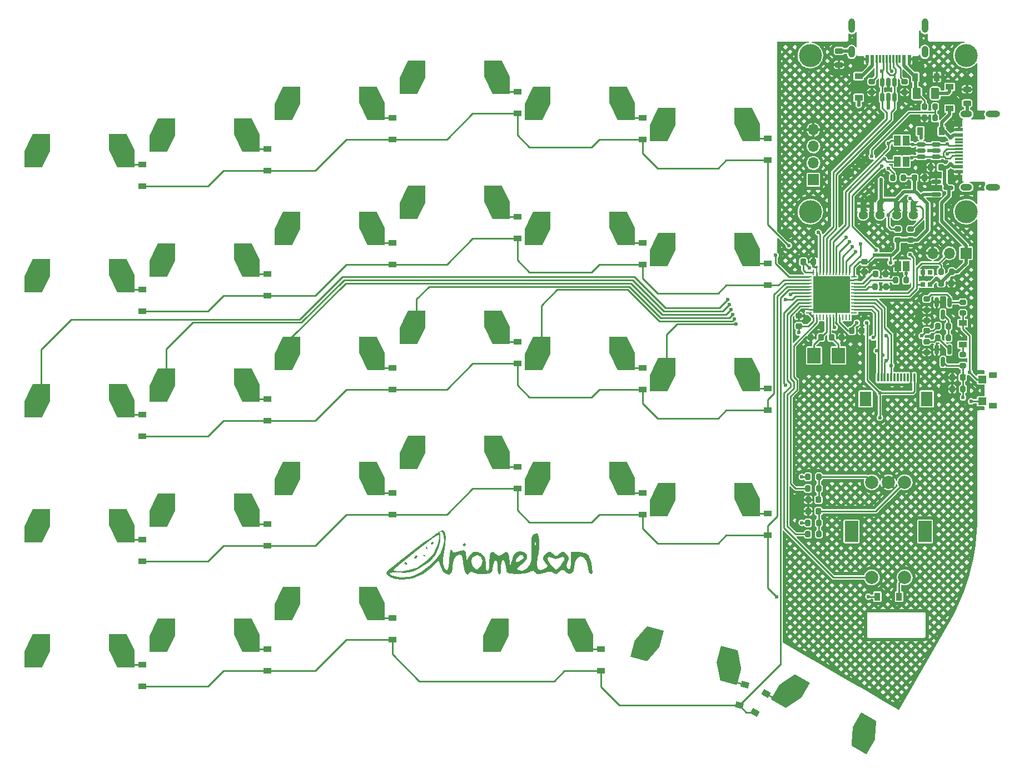
<source format=gbr>
G04 #@! TF.GenerationSoftware,KiCad,Pcbnew,(6.0.2)*
G04 #@! TF.CreationDate,2022-05-21T05:00:10+01:00*
G04 #@! TF.ProjectId,Cantaloupe,43616e74-616c-46f7-9570-652e6b696361,rev?*
G04 #@! TF.SameCoordinates,Original*
G04 #@! TF.FileFunction,Copper,L1,Top*
G04 #@! TF.FilePolarity,Positive*
%FSLAX46Y46*%
G04 Gerber Fmt 4.6, Leading zero omitted, Abs format (unit mm)*
G04 Created by KiCad (PCBNEW (6.0.2)) date 2022-05-21 05:00:10*
%MOMM*%
%LPD*%
G01*
G04 APERTURE LIST*
G04 Aperture macros list*
%AMRoundRect*
0 Rectangle with rounded corners*
0 $1 Rounding radius*
0 $2 $3 $4 $5 $6 $7 $8 $9 X,Y pos of 4 corners*
0 Add a 4 corners polygon primitive as box body*
4,1,4,$2,$3,$4,$5,$6,$7,$8,$9,$2,$3,0*
0 Add four circle primitives for the rounded corners*
1,1,$1+$1,$2,$3*
1,1,$1+$1,$4,$5*
1,1,$1+$1,$6,$7*
1,1,$1+$1,$8,$9*
0 Add four rect primitives between the rounded corners*
20,1,$1+$1,$2,$3,$4,$5,0*
20,1,$1+$1,$4,$5,$6,$7,0*
20,1,$1+$1,$6,$7,$8,$9,0*
20,1,$1+$1,$8,$9,$2,$3,0*%
%AMRotRect*
0 Rectangle, with rotation*
0 The origin of the aperture is its center*
0 $1 length*
0 $2 width*
0 $3 Rotation angle, in degrees counterclockwise*
0 Add horizontal line*
21,1,$1,$2,0,0,$3*%
%AMFreePoly0*
4,1,49,0.673266,0.755647,0.673653,0.755772,0.676544,0.754290,0.712426,0.739426,0.714288,0.734931,0.714514,0.734815,0.715135,0.732886,0.730000,0.697000,0.728137,0.692503,0.728588,0.691103,0.723230,0.680656,0.712426,0.654574,0.709159,0.653221,0.707631,0.650242,0.699793,0.647718,0.591093,0.535841,0.501448,0.398951,0.439453,0.247519,0.407368,0.087065,0.406361,-0.076563,
0.436469,-0.237400,0.496595,-0.389583,0.584548,-0.527567,0.691864,-0.640775,0.699669,-0.643394,0.701572,-0.647220,0.702426,-0.647574,0.705801,-0.655721,0.720121,-0.684510,0.719049,-0.687704,0.720000,-0.690000,0.710929,-0.711899,0.705510,-0.728045,0.703911,-0.728840,0.702426,-0.732426,0.668206,-0.746601,0.664394,-0.748497,0.663971,-0.748355,0.660000,-0.750000,-0.400000,-0.750000,
-0.400000,-0.714141,-0.410000,-0.690000,-0.410000,0.697000,-0.400000,0.721141,-0.400000,0.750000,-0.366899,0.750000,-0.350000,0.757000,0.670000,0.757000,0.673266,0.755647,0.673266,0.755647,$1*%
%AMFreePoly1*
4,1,27,2.550354,3.825355,2.565000,3.790000,2.565000,1.289999,2.560632,1.279454,2.559931,1.268065,1.319932,-1.271935,1.313592,-1.277539,1.310355,-1.285355,1.299811,-1.289723,1.291261,-1.297281,1.282818,-1.296762,1.275000,-1.300000,-1.275000,-1.300000,-1.310355,-1.285355,-1.325000,-1.250000,-1.325000,1.250000,-1.320633,1.260544,-1.319932,1.271935,-0.079932,3.811935,-0.073592,3.817539,
-0.070355,3.825355,-0.059811,3.829723,-0.051261,3.837281,-0.042818,3.836762,-0.035000,3.840000,2.515000,3.840000,2.550354,3.825355,2.550354,3.825355,$1*%
%AMFreePoly2*
4,1,27,1.285818,1.296762,1.294261,1.297281,1.302811,1.289723,1.313355,1.285355,1.316592,1.277539,1.322932,1.271935,2.562931,-1.268065,2.563632,-1.279454,2.568000,-1.290000,2.568000,-3.790000,2.553355,-3.825355,2.518000,-3.840000,-0.032000,-3.840000,-0.039818,-3.836762,-0.048261,-3.837281,-0.056810,-3.829723,-0.067355,-3.825355,-0.070592,-3.817539,-0.076932,-3.811935,-1.316932,-1.271935,
-1.317634,-1.260544,-1.322000,-1.250001,-1.322000,1.250000,-1.307355,1.285355,-1.272000,1.300000,1.278000,1.300000,1.285818,1.296762,1.285818,1.296762,$1*%
G04 Aperture macros list end*
G04 #@! TA.AperFunction,SMDPad,CuDef*
%ADD10RoundRect,0.225000X0.225000X0.250000X-0.225000X0.250000X-0.225000X-0.250000X0.225000X-0.250000X0*%
G04 #@! TD*
G04 #@! TA.AperFunction,ComponentPad*
%ADD11C,1.400000*%
G04 #@! TD*
G04 #@! TA.AperFunction,ComponentPad*
%ADD12C,3.500000*%
G04 #@! TD*
G04 #@! TA.AperFunction,SMDPad,CuDef*
%ADD13FreePoly0,270.000000*%
G04 #@! TD*
G04 #@! TA.AperFunction,SMDPad,CuDef*
%ADD14RoundRect,0.062500X0.062500X-0.375000X0.062500X0.375000X-0.062500X0.375000X-0.062500X-0.375000X0*%
G04 #@! TD*
G04 #@! TA.AperFunction,SMDPad,CuDef*
%ADD15RoundRect,0.062500X0.375000X-0.062500X0.375000X0.062500X-0.375000X0.062500X-0.375000X-0.062500X0*%
G04 #@! TD*
G04 #@! TA.AperFunction,SMDPad,CuDef*
%ADD16R,5.600000X5.600000*%
G04 #@! TD*
G04 #@! TA.AperFunction,SMDPad,CuDef*
%ADD17R,2.000000X2.400000*%
G04 #@! TD*
G04 #@! TA.AperFunction,SMDPad,CuDef*
%ADD18R,1.200000X0.900000*%
G04 #@! TD*
G04 #@! TA.AperFunction,SMDPad,CuDef*
%ADD19R,0.900000X1.200000*%
G04 #@! TD*
G04 #@! TA.AperFunction,SMDPad,CuDef*
%ADD20RotRect,0.900000X1.200000X60.000000*%
G04 #@! TD*
G04 #@! TA.AperFunction,SMDPad,CuDef*
%ADD21RotRect,0.900000X1.200000X75.000000*%
G04 #@! TD*
G04 #@! TA.AperFunction,SMDPad,CuDef*
%ADD22RoundRect,0.225000X-0.225000X-0.250000X0.225000X-0.250000X0.225000X0.250000X-0.225000X0.250000X0*%
G04 #@! TD*
G04 #@! TA.AperFunction,SMDPad,CuDef*
%ADD23RoundRect,0.225000X-0.250000X0.225000X-0.250000X-0.225000X0.250000X-0.225000X0.250000X0.225000X0*%
G04 #@! TD*
G04 #@! TA.AperFunction,ComponentPad*
%ADD24C,0.500000*%
G04 #@! TD*
G04 #@! TA.AperFunction,SMDPad,CuDef*
%ADD25RotRect,2.550000X2.500000X165.000000*%
G04 #@! TD*
G04 #@! TA.AperFunction,SMDPad,CuDef*
%ADD26FreePoly1,345.000000*%
G04 #@! TD*
G04 #@! TA.AperFunction,SMDPad,CuDef*
%ADD27FreePoly2,345.000000*%
G04 #@! TD*
G04 #@! TA.AperFunction,SMDPad,CuDef*
%ADD28FreePoly1,330.000000*%
G04 #@! TD*
G04 #@! TA.AperFunction,SMDPad,CuDef*
%ADD29RotRect,2.550000X2.500000X150.000000*%
G04 #@! TD*
G04 #@! TA.AperFunction,SMDPad,CuDef*
%ADD30FreePoly2,330.000000*%
G04 #@! TD*
G04 #@! TA.AperFunction,ComponentPad*
%ADD31C,2.000000*%
G04 #@! TD*
G04 #@! TA.AperFunction,ComponentPad*
%ADD32R,2.000000X3.200000*%
G04 #@! TD*
G04 #@! TA.AperFunction,SMDPad,CuDef*
%ADD33R,2.550000X2.500000*%
G04 #@! TD*
G04 #@! TA.AperFunction,SMDPad,CuDef*
%ADD34FreePoly1,0.000000*%
G04 #@! TD*
G04 #@! TA.AperFunction,SMDPad,CuDef*
%ADD35FreePoly2,0.000000*%
G04 #@! TD*
G04 #@! TA.AperFunction,SMDPad,CuDef*
%ADD36RoundRect,0.225000X0.250000X-0.225000X0.250000X0.225000X-0.250000X0.225000X-0.250000X-0.225000X0*%
G04 #@! TD*
G04 #@! TA.AperFunction,SMDPad,CuDef*
%ADD37R,0.600000X1.200000*%
G04 #@! TD*
G04 #@! TA.AperFunction,SMDPad,CuDef*
%ADD38R,0.300000X1.200000*%
G04 #@! TD*
G04 #@! TA.AperFunction,ComponentPad*
%ADD39O,1.000000X1.800000*%
G04 #@! TD*
G04 #@! TA.AperFunction,ComponentPad*
%ADD40O,1.000000X2.200000*%
G04 #@! TD*
G04 #@! TA.AperFunction,SMDPad,CuDef*
%ADD41R,1.200000X0.600000*%
G04 #@! TD*
G04 #@! TA.AperFunction,SMDPad,CuDef*
%ADD42R,1.200000X0.300000*%
G04 #@! TD*
G04 #@! TA.AperFunction,ComponentPad*
%ADD43O,2.200000X1.000000*%
G04 #@! TD*
G04 #@! TA.AperFunction,ComponentPad*
%ADD44O,1.800000X1.000000*%
G04 #@! TD*
G04 #@! TA.AperFunction,SMDPad,CuDef*
%ADD45RoundRect,0.200000X-0.200000X-0.275000X0.200000X-0.275000X0.200000X0.275000X-0.200000X0.275000X0*%
G04 #@! TD*
G04 #@! TA.AperFunction,SMDPad,CuDef*
%ADD46RoundRect,0.200000X0.200000X0.275000X-0.200000X0.275000X-0.200000X-0.275000X0.200000X-0.275000X0*%
G04 #@! TD*
G04 #@! TA.AperFunction,SMDPad,CuDef*
%ADD47RoundRect,0.150000X-0.512500X-0.150000X0.512500X-0.150000X0.512500X0.150000X-0.512500X0.150000X0*%
G04 #@! TD*
G04 #@! TA.AperFunction,SMDPad,CuDef*
%ADD48R,1.000000X1.500000*%
G04 #@! TD*
G04 #@! TA.AperFunction,SMDPad,CuDef*
%ADD49RoundRect,0.200000X0.275000X-0.200000X0.275000X0.200000X-0.275000X0.200000X-0.275000X-0.200000X0*%
G04 #@! TD*
G04 #@! TA.AperFunction,SMDPad,CuDef*
%ADD50RoundRect,0.150000X-0.587500X-0.150000X0.587500X-0.150000X0.587500X0.150000X-0.587500X0.150000X0*%
G04 #@! TD*
G04 #@! TA.AperFunction,SMDPad,CuDef*
%ADD51RoundRect,0.200000X-0.275000X0.200000X-0.275000X-0.200000X0.275000X-0.200000X0.275000X0.200000X0*%
G04 #@! TD*
G04 #@! TA.AperFunction,SMDPad,CuDef*
%ADD52RoundRect,0.218750X-0.381250X0.218750X-0.381250X-0.218750X0.381250X-0.218750X0.381250X0.218750X0*%
G04 #@! TD*
G04 #@! TA.AperFunction,SMDPad,CuDef*
%ADD53RoundRect,0.150000X-0.150000X0.587500X-0.150000X-0.587500X0.150000X-0.587500X0.150000X0.587500X0*%
G04 #@! TD*
G04 #@! TA.AperFunction,SMDPad,CuDef*
%ADD54RoundRect,0.150000X-0.150000X0.512500X-0.150000X-0.512500X0.150000X-0.512500X0.150000X0.512500X0*%
G04 #@! TD*
G04 #@! TA.AperFunction,SMDPad,CuDef*
%ADD55R,0.700000X0.700000*%
G04 #@! TD*
G04 #@! TA.AperFunction,SMDPad,CuDef*
%ADD56RoundRect,0.250000X0.375000X0.625000X-0.375000X0.625000X-0.375000X-0.625000X0.375000X-0.625000X0*%
G04 #@! TD*
G04 #@! TA.AperFunction,ComponentPad*
%ADD57R,1.700000X1.700000*%
G04 #@! TD*
G04 #@! TA.AperFunction,ComponentPad*
%ADD58O,1.700000X1.700000*%
G04 #@! TD*
G04 #@! TA.AperFunction,SMDPad,CuDef*
%ADD59RoundRect,0.218750X0.381250X-0.218750X0.381250X0.218750X-0.381250X0.218750X-0.381250X-0.218750X0*%
G04 #@! TD*
G04 #@! TA.AperFunction,SMDPad,CuDef*
%ADD60R,1.300000X1.150000*%
G04 #@! TD*
G04 #@! TA.AperFunction,SMDPad,CuDef*
%ADD61R,0.300000X1.300000*%
G04 #@! TD*
G04 #@! TA.AperFunction,SMDPad,CuDef*
%ADD62R,1.800000X2.200000*%
G04 #@! TD*
G04 #@! TA.AperFunction,ViaPad*
%ADD63C,0.600000*%
G04 #@! TD*
G04 #@! TA.AperFunction,Conductor*
%ADD64C,0.250000*%
G04 #@! TD*
G04 #@! TA.AperFunction,Conductor*
%ADD65C,0.500000*%
G04 #@! TD*
G04 APERTURE END LIST*
G36*
X95079077Y-96031417D02*
G01*
X95478434Y-95722912D01*
X95779678Y-95769183D01*
X96095078Y-96031416D01*
X96492189Y-96338361D01*
X96793019Y-96294534D01*
X97120042Y-96023304D01*
X97507188Y-95720089D01*
X97795543Y-95751584D01*
X98183678Y-96102128D01*
X98545358Y-96547787D01*
X98549678Y-96944024D01*
X98398754Y-97268388D01*
X98213187Y-97886208D01*
X98344584Y-98321951D01*
X98650068Y-98444417D01*
X98782168Y-98215006D01*
X98868970Y-97624366D01*
X98889078Y-97076861D01*
X98889077Y-95709306D01*
X100056382Y-95748598D01*
X101021277Y-95890209D01*
X101553260Y-96238608D01*
X101779106Y-96730477D01*
X101974340Y-97453577D01*
X102106482Y-98224129D01*
X102143056Y-98858350D01*
X102069321Y-99158840D01*
X101833080Y-99146584D01*
X101603640Y-98777078D01*
X101454466Y-98196679D01*
X101432967Y-97891059D01*
X101254183Y-97173246D01*
X100816746Y-96622655D01*
X100276871Y-96412417D01*
X99858143Y-96639416D01*
X99535425Y-97212518D01*
X99397535Y-97969874D01*
X99397078Y-98015617D01*
X99247450Y-98629678D01*
X99011313Y-98956371D01*
X98646328Y-99130485D01*
X98251070Y-98932691D01*
X98122313Y-98821105D01*
X97724410Y-98515493D01*
X97421947Y-98566134D01*
X97115842Y-98821105D01*
X96683059Y-99117562D01*
X96333474Y-99037064D01*
X96218605Y-98949535D01*
X95862202Y-98766025D01*
X95369368Y-98796361D01*
X94786889Y-98965020D01*
X94109655Y-99158897D01*
X93730695Y-99151996D01*
X93478300Y-98936366D01*
X93453609Y-98903288D01*
X93177704Y-98646461D01*
X92812562Y-98693979D01*
X92490169Y-98849014D01*
X91802121Y-99053665D01*
X90860116Y-99142574D01*
X90469413Y-99137878D01*
X89660178Y-99070702D01*
X89232068Y-98929794D01*
X89058757Y-98664977D01*
X89039915Y-98570111D01*
X88867204Y-97625373D01*
X88694661Y-97132307D01*
X88501219Y-97035028D01*
X88467631Y-97052019D01*
X88310096Y-97381863D01*
X88225613Y-98011564D01*
X88221078Y-98205407D01*
X88163956Y-98836068D01*
X88021499Y-99183130D01*
X87967078Y-99206417D01*
X87807051Y-98981301D01*
X87718986Y-98419881D01*
X87713078Y-98205407D01*
X87655816Y-97530424D01*
X87513578Y-97099515D01*
X87466524Y-97052019D01*
X87267102Y-97093556D01*
X87092070Y-97524835D01*
X86920768Y-98400729D01*
X86894483Y-98571417D01*
X86757834Y-98888000D01*
X86384147Y-99056714D01*
X85643338Y-99133047D01*
X85569494Y-99136588D01*
X84764583Y-99113221D01*
X84141589Y-98988949D01*
X83965619Y-98898921D01*
X83612225Y-98747571D01*
X83386296Y-98966626D01*
X83094573Y-99184423D01*
X82814244Y-98952353D01*
X82581137Y-98327961D01*
X82437913Y-97443368D01*
X82409978Y-97244941D01*
X83709090Y-97244941D01*
X83869069Y-97848968D01*
X84210643Y-98313376D01*
X84538078Y-98444417D01*
X84919671Y-98235460D01*
X85228281Y-97789691D01*
X85365327Y-97080318D01*
X85139306Y-96534117D01*
X84613149Y-96288240D01*
X84538078Y-96285417D01*
X84032249Y-96482405D01*
X83817502Y-96710191D01*
X83709090Y-97244941D01*
X82409978Y-97244941D01*
X82327979Y-96662490D01*
X82156774Y-96273209D01*
X81869471Y-96159163D01*
X81832475Y-96158417D01*
X81374952Y-96391649D01*
X81034537Y-97016267D01*
X80864756Y-97919651D01*
X80855078Y-98214924D01*
X80709964Y-98888303D01*
X80346803Y-99191430D01*
X79873864Y-99143385D01*
X79399418Y-98763249D01*
X79031735Y-98070105D01*
X78977576Y-97884036D01*
X78751074Y-96992420D01*
X77748590Y-97994904D01*
X76327446Y-99122356D01*
X74778250Y-99770362D01*
X73199717Y-99962838D01*
X72145050Y-99894567D01*
X71426827Y-99655438D01*
X71167717Y-99478446D01*
X70838775Y-99100402D01*
X71280374Y-99100402D01*
X71709920Y-99372749D01*
X71774578Y-99404411D01*
X72908173Y-99676493D01*
X74301366Y-99537030D01*
X75089190Y-99311462D01*
X76124545Y-98792326D01*
X77195756Y-97983045D01*
X78175318Y-97009233D01*
X78935725Y-95996504D01*
X79334725Y-95128870D01*
X79521694Y-94099806D01*
X79500591Y-93271847D01*
X79280739Y-92757097D01*
X79129499Y-92660645D01*
X78913763Y-92722438D01*
X78957307Y-93175786D01*
X78957974Y-93178448D01*
X78982226Y-94099285D01*
X78707826Y-95181078D01*
X78197604Y-96227858D01*
X77813878Y-96746865D01*
X77156818Y-97354154D01*
X76285158Y-97986493D01*
X75769970Y-98295681D01*
X74940899Y-98701930D01*
X74232285Y-98897222D01*
X73397379Y-98932726D01*
X72831481Y-98905030D01*
X71829809Y-98871902D01*
X71316555Y-98935239D01*
X71280374Y-99100402D01*
X70838775Y-99100402D01*
X70770967Y-99022472D01*
X70822078Y-98736377D01*
X71036588Y-98544669D01*
X71895997Y-98544669D01*
X72353990Y-98704378D01*
X73127177Y-98702425D01*
X74056564Y-98559385D01*
X74983157Y-98295833D01*
X75488887Y-98079729D01*
X76793811Y-97216242D01*
X77826951Y-96128529D01*
X78481017Y-94934731D01*
X78553805Y-94704859D01*
X78778770Y-93743217D01*
X78794156Y-93223109D01*
X78671348Y-93110416D01*
X78422377Y-93258433D01*
X77864074Y-93659595D01*
X77083683Y-94249573D01*
X76321848Y-94842829D01*
X75272770Y-95666819D01*
X74228952Y-96481662D01*
X73340389Y-97170492D01*
X72933163Y-97483082D01*
X72324994Y-97988237D01*
X71954381Y-98378617D01*
X71895997Y-98544669D01*
X71036588Y-98544669D01*
X71316611Y-98294412D01*
X72088505Y-97662549D01*
X73063355Y-96896106D01*
X74166757Y-96050404D01*
X75324310Y-95180765D01*
X76461609Y-94342507D01*
X77504250Y-93590952D01*
X78377831Y-92981419D01*
X79007948Y-92569229D01*
X79320197Y-92409703D01*
X79331078Y-92409777D01*
X79661882Y-92718440D01*
X79798417Y-93467697D01*
X79738535Y-94627874D01*
X79570170Y-95713961D01*
X79406244Y-96777186D01*
X79392541Y-97502622D01*
X79527520Y-98037285D01*
X79545407Y-98077783D01*
X79847548Y-98539601D01*
X80093928Y-98522258D01*
X80265749Y-98053244D01*
X80344211Y-97160054D01*
X80347078Y-96905426D01*
X80385979Y-96099790D01*
X80487418Y-95554252D01*
X80601078Y-95396417D01*
X80847756Y-95583872D01*
X80855078Y-95642445D01*
X81040655Y-95808924D01*
X81172578Y-95790660D01*
X82062111Y-95538677D01*
X82577335Y-95495155D01*
X82823577Y-95701190D01*
X82906166Y-96197876D01*
X82916542Y-96471077D01*
X82957340Y-97008881D01*
X83027827Y-97153487D01*
X83069764Y-97047417D01*
X83449781Y-96223715D01*
X84015799Y-95785504D01*
X84655993Y-95706735D01*
X85258535Y-95961363D01*
X85711599Y-96523340D01*
X85903360Y-97366621D01*
X85890026Y-97704312D01*
X85921641Y-98340769D01*
X86125578Y-98630907D01*
X86320255Y-98536361D01*
X86420778Y-98043072D01*
X86443078Y-97337573D01*
X86507968Y-96344000D01*
X86711433Y-95826200D01*
X87066665Y-95767660D01*
X87475083Y-96045901D01*
X87869647Y-96344573D01*
X88175295Y-96283324D01*
X88459072Y-96045901D01*
X88950424Y-95744924D01*
X89282107Y-95894503D01*
X89467830Y-96510249D01*
X89518907Y-97252907D01*
X89546737Y-98571417D01*
X89764286Y-97464830D01*
X89869964Y-97087454D01*
X90507078Y-97087454D01*
X90607510Y-97314149D01*
X90982434Y-97191820D01*
X91000931Y-97181987D01*
X91464207Y-96867792D01*
X91640075Y-96682602D01*
X91604993Y-96359000D01*
X91516094Y-96281101D01*
X91119518Y-96284413D01*
X90716830Y-96590565D01*
X90509345Y-97038677D01*
X90507078Y-97087454D01*
X89869964Y-97087454D01*
X90048652Y-96449356D01*
X90442371Y-95869313D01*
X90997322Y-95655393D01*
X91122378Y-95650416D01*
X91852009Y-95813572D01*
X92212754Y-96230558D01*
X92191563Y-96792654D01*
X91775388Y-97391138D01*
X91368322Y-97699570D01*
X90820744Y-98072772D01*
X90669629Y-98307310D01*
X90858019Y-98493592D01*
X90865447Y-98497776D01*
X91538988Y-98617089D01*
X92194934Y-98301579D01*
X92640844Y-97727916D01*
X92851485Y-97000581D01*
X92895838Y-95913686D01*
X92861943Y-95262011D01*
X92826433Y-94507417D01*
X93365132Y-94507417D01*
X93385577Y-95030170D01*
X93443137Y-95165093D01*
X93475596Y-95081878D01*
X93522907Y-94471914D01*
X93480722Y-94065878D01*
X93413811Y-93925103D01*
X93371721Y-94230397D01*
X93365132Y-94507417D01*
X92826433Y-94507417D01*
X92814584Y-94255621D01*
X92861786Y-93629212D01*
X93019138Y-93260944D01*
X93132835Y-93144644D01*
X93572629Y-92943051D01*
X93797951Y-92976540D01*
X93966897Y-93335819D01*
X94043040Y-94053362D01*
X94026326Y-94987971D01*
X93916702Y-95998450D01*
X93799325Y-96612993D01*
X93670431Y-97615949D01*
X93812405Y-98259163D01*
X94207688Y-98507989D01*
X94702919Y-98395994D01*
X95222721Y-98081190D01*
X95269514Y-97768594D01*
X94952077Y-97428416D01*
X94603525Y-96933911D01*
X94673541Y-96668001D01*
X95311921Y-96668001D01*
X95423475Y-97130703D01*
X95742190Y-97621913D01*
X96193896Y-98137416D01*
X96538495Y-98423710D01*
X96603078Y-98444417D01*
X96882245Y-98261633D01*
X97315111Y-97805126D01*
X97463965Y-97621913D01*
X97842541Y-96994239D01*
X97869455Y-96594179D01*
X97568022Y-96491187D01*
X97138347Y-96651822D01*
X96513950Y-96806340D01*
X96067808Y-96651822D01*
X95534469Y-96485223D01*
X95311921Y-96668001D01*
X94673541Y-96668001D01*
X94743674Y-96401643D01*
X95079077Y-96031417D01*
G37*
G36*
X76960411Y-94973083D02*
G01*
X76990810Y-95274522D01*
X76960411Y-95311750D01*
X76809408Y-95276883D01*
X76791078Y-95142417D01*
X76884012Y-94933346D01*
X76960411Y-94973083D01*
G37*
G36*
X82879697Y-94573704D02*
G01*
X82887078Y-94634417D01*
X82693790Y-94881036D01*
X82633078Y-94888417D01*
X82386458Y-94695129D01*
X82379078Y-94634417D01*
X82572365Y-94387797D01*
X82633078Y-94380417D01*
X82879697Y-94573704D01*
G37*
G36*
X76706411Y-96243083D02*
G01*
X76671544Y-96394086D01*
X76537078Y-96412417D01*
X76328007Y-96319482D01*
X76367744Y-96243083D01*
X76669183Y-96212684D01*
X76706411Y-96243083D01*
G37*
G36*
X75501508Y-96297027D02*
G01*
X75521078Y-96382436D01*
X75335720Y-96741510D01*
X75267078Y-96793417D01*
X75032647Y-96781806D01*
X75013078Y-96696397D01*
X75198435Y-96337323D01*
X75267078Y-96285417D01*
X75501508Y-96297027D01*
G37*
G36*
X77973766Y-94282026D02*
G01*
X77934078Y-94380417D01*
X77705831Y-94622728D01*
X77665087Y-94634417D01*
X77555990Y-94437899D01*
X77553078Y-94380417D01*
X77748341Y-94136177D01*
X77822068Y-94126417D01*
X77973766Y-94282026D01*
G37*
G36*
X73743078Y-97301417D02*
G01*
X73985389Y-97529663D01*
X73997078Y-97570407D01*
X73800560Y-97679504D01*
X73743078Y-97682417D01*
X73498838Y-97487153D01*
X73489078Y-97413426D01*
X73644687Y-97261728D01*
X73743078Y-97301417D01*
G37*
D10*
X143179078Y-62067009D03*
X141629078Y-62067009D03*
D11*
X145923078Y-44409596D03*
X148463078Y-44409596D03*
D12*
X159063078Y-20109596D03*
X135323078Y-20109596D03*
D11*
X151003078Y-44409596D03*
D12*
X135323078Y-43909596D03*
D11*
X143383078Y-44409596D03*
D12*
X159063078Y-43909596D03*
D13*
X143384578Y-43071096D03*
X145924578Y-43071096D03*
X148464578Y-43071096D03*
X151004578Y-43071096D03*
D14*
X135788503Y-60004509D03*
X136288503Y-60004509D03*
X136788503Y-60004509D03*
X137288503Y-60004509D03*
X137788503Y-60004509D03*
X138288503Y-60004509D03*
X138788503Y-60004509D03*
X139288503Y-60004509D03*
X139788503Y-60004509D03*
X140288503Y-60004509D03*
X140788503Y-60004509D03*
X141288503Y-60004509D03*
D15*
X141976003Y-59317009D03*
X141976003Y-58817009D03*
X141976003Y-58317009D03*
X141976003Y-57817009D03*
X141976003Y-57317009D03*
X141976003Y-56817009D03*
X141976003Y-56317009D03*
X141976003Y-55817009D03*
X141976003Y-55317009D03*
X141976003Y-54817009D03*
X141976003Y-54317009D03*
X141976003Y-53817009D03*
D14*
X141288503Y-53129509D03*
X140788503Y-53129509D03*
X140288503Y-53129509D03*
X139788503Y-53129509D03*
X139288503Y-53129509D03*
X138788503Y-53129509D03*
X138288503Y-53129509D03*
X137788503Y-53129509D03*
X137288503Y-53129509D03*
X136788503Y-53129509D03*
X136288503Y-53129509D03*
X135788503Y-53129509D03*
D15*
X135101003Y-53817009D03*
X135101003Y-54317009D03*
X135101003Y-54817009D03*
X135101003Y-55317009D03*
X135101003Y-55817009D03*
X135101003Y-56317009D03*
X135101003Y-56817009D03*
X135101003Y-57317009D03*
X135101003Y-57817009D03*
X135101003Y-58317009D03*
X135101003Y-58817009D03*
X135101003Y-59317009D03*
D16*
X138538503Y-56567009D03*
D10*
X140129078Y-63097012D03*
X138579078Y-63097012D03*
D17*
X135904078Y-65847012D03*
X139604078Y-65847012D03*
D18*
X128813518Y-74183999D03*
X128813518Y-70883999D03*
D19*
X145543078Y-102567012D03*
X148843078Y-102567012D03*
D18*
X52613518Y-75771503D03*
X52613518Y-72471503D03*
D20*
X126895380Y-120174444D03*
X128545380Y-117316560D03*
D18*
X103413514Y-113871500D03*
X103413514Y-110571500D03*
X109763519Y-90058992D03*
X109763519Y-86758992D03*
X71663517Y-90059002D03*
X71663517Y-86759002D03*
X52613520Y-94821500D03*
X52613520Y-91521500D03*
X90713516Y-67040243D03*
X90713516Y-63740243D03*
X128813523Y-93233994D03*
X128813523Y-89933994D03*
X71663516Y-109109001D03*
X71663516Y-105809001D03*
X52613514Y-56721498D03*
X52613514Y-53421498D03*
X90713523Y-86090253D03*
X90713523Y-82790253D03*
X52613511Y-113871498D03*
X52613511Y-110571498D03*
X128813516Y-55134003D03*
X128813516Y-51834003D03*
X33563516Y-116252751D03*
X33563516Y-112952751D03*
X71663517Y-71008996D03*
X71663517Y-67708996D03*
X33563515Y-97202750D03*
X33563515Y-93902750D03*
X109763514Y-71008988D03*
X109763514Y-67708988D03*
X33563525Y-78152749D03*
X33563525Y-74852749D03*
D21*
X124505911Y-119138036D03*
X125360013Y-115950480D03*
D18*
X90713521Y-47990247D03*
X90713521Y-44690247D03*
X71663522Y-51958998D03*
X71663522Y-48658998D03*
X109763514Y-51958998D03*
X109763514Y-48658998D03*
X109763514Y-32908998D03*
X109763514Y-29608998D03*
X90713513Y-28940251D03*
X90713513Y-25640251D03*
X33563516Y-59102745D03*
X33563516Y-55802745D03*
X128813520Y-36084001D03*
X128813520Y-32784001D03*
X71663510Y-32909000D03*
X71663510Y-29609000D03*
X33563515Y-40052747D03*
X33563515Y-36752747D03*
X52613514Y-37671501D03*
X52613514Y-34371501D03*
D22*
X135013503Y-89567009D03*
X136563503Y-89567009D03*
D23*
X133582503Y-59792009D03*
X133582503Y-61342009D03*
D22*
X135013503Y-87817009D03*
X136563503Y-87817009D03*
D10*
X135813503Y-51567009D03*
X134263503Y-51567009D03*
D24*
X109655140Y-109226652D03*
D25*
X111404383Y-108660084D03*
D26*
X109546337Y-110791823D03*
D24*
X111295579Y-110225255D03*
D25*
X123233506Y-114459289D03*
D27*
X122690260Y-111684126D03*
D24*
X123921865Y-113049409D03*
X122001901Y-113094006D03*
X132939768Y-117671268D03*
X131613683Y-116282114D03*
D28*
X131103491Y-117765793D03*
D29*
X133449961Y-116187589D03*
D24*
X142538794Y-123213268D03*
D29*
X143375071Y-124850793D03*
D30*
X143568601Y-122029589D03*
D24*
X144404879Y-123667114D03*
D31*
X149693078Y-85139811D03*
X144693078Y-85139811D03*
X147193078Y-85139811D03*
D32*
X141593078Y-92639811D03*
X152793078Y-92639811D03*
D31*
X144693078Y-99639811D03*
X149693078Y-99639811D03*
D33*
X18196511Y-33322748D03*
D34*
X16953511Y-35862748D03*
D24*
X16653511Y-34322748D03*
X18496511Y-34862748D03*
X29580511Y-34862748D03*
D35*
X29880511Y-33322748D03*
D24*
X31423511Y-34322748D03*
D33*
X31123511Y-35862748D03*
D36*
X143538503Y-53092009D03*
X143538503Y-51542009D03*
D24*
X94696514Y-84868990D03*
X92853514Y-84328990D03*
D34*
X93153514Y-85868990D03*
D33*
X94396514Y-83328990D03*
D24*
X105780514Y-84868990D03*
D35*
X106080514Y-83328990D03*
D24*
X107623514Y-84328990D03*
D33*
X107323514Y-85868990D03*
D34*
X112203499Y-89044011D03*
D24*
X113746499Y-88044011D03*
X111903499Y-87504011D03*
D33*
X113446499Y-86504011D03*
D24*
X126673499Y-87504011D03*
D35*
X125130499Y-86504011D03*
D33*
X126373499Y-89044011D03*
D24*
X124830499Y-88044011D03*
D34*
X55053504Y-85869002D03*
D33*
X56296504Y-83329002D03*
D24*
X56596504Y-84869002D03*
X54753504Y-84329002D03*
X67680504Y-84869002D03*
X69523504Y-84329002D03*
D35*
X67980504Y-83329002D03*
D33*
X69223504Y-85869002D03*
X75346504Y-79360249D03*
D24*
X73803504Y-80360249D03*
X75646504Y-80900249D03*
D34*
X74103504Y-81900249D03*
D24*
X88573504Y-80360249D03*
X86730504Y-80900249D03*
D35*
X87030504Y-79360249D03*
D33*
X88273504Y-81900249D03*
X18196519Y-109522754D03*
D24*
X16653519Y-110522754D03*
X18496519Y-111062754D03*
D34*
X16953519Y-112062754D03*
D24*
X29580519Y-111062754D03*
D35*
X29880519Y-109522754D03*
D24*
X31423519Y-110522754D03*
D33*
X31123519Y-112062754D03*
D34*
X93153499Y-47768999D03*
D33*
X94396499Y-45228999D03*
D24*
X92853499Y-46228999D03*
X94696499Y-46768999D03*
X105780499Y-46768999D03*
X107623499Y-46228999D03*
D33*
X107323499Y-47768999D03*
D35*
X106080499Y-45228999D03*
D24*
X113746509Y-49944005D03*
D34*
X112203509Y-50944005D03*
D33*
X113446509Y-48404005D03*
D24*
X111903509Y-49404005D03*
X126673509Y-49404005D03*
X124830509Y-49944005D03*
D33*
X126373509Y-50944005D03*
D35*
X125130509Y-48404005D03*
D33*
X18196511Y-71422757D03*
D34*
X16953511Y-73962757D03*
D24*
X18496511Y-72962757D03*
X16653511Y-72422757D03*
X31423511Y-72422757D03*
D33*
X31123511Y-73962757D03*
D35*
X29880511Y-71422757D03*
D24*
X29580511Y-72962757D03*
D33*
X37246518Y-69041487D03*
D24*
X37546518Y-70581487D03*
X35703518Y-70041487D03*
D34*
X36003518Y-71581487D03*
D24*
X50473518Y-70041487D03*
D35*
X48930518Y-69041487D03*
D33*
X50173518Y-71581487D03*
D24*
X48630518Y-70581487D03*
X54753504Y-65278989D03*
D34*
X55053504Y-66818989D03*
D33*
X56296504Y-64278989D03*
D24*
X56596504Y-65818989D03*
X67680504Y-65818989D03*
X69523504Y-65278989D03*
D33*
X69223504Y-66818989D03*
D35*
X67980504Y-64278989D03*
D33*
X94396517Y-64279014D03*
D24*
X92853517Y-65279014D03*
D34*
X93153517Y-66819014D03*
D24*
X94696517Y-65819014D03*
X107623517Y-65279014D03*
D35*
X106080517Y-64279014D03*
D24*
X105780517Y-65819014D03*
D33*
X107323517Y-66819014D03*
X75346502Y-60310254D03*
D34*
X74103502Y-62850254D03*
D24*
X73803502Y-61310254D03*
X75646502Y-61850254D03*
X88573502Y-61310254D03*
X86730502Y-61850254D03*
D35*
X87030502Y-60310254D03*
D33*
X88273502Y-62850254D03*
D24*
X113746506Y-68994002D03*
X111903506Y-68454002D03*
D34*
X112203506Y-69994002D03*
D33*
X113446506Y-67454002D03*
D24*
X126673506Y-68454002D03*
D33*
X126373506Y-69994002D03*
D35*
X125130506Y-67454002D03*
D24*
X124830506Y-68994002D03*
D34*
X16953521Y-93012756D03*
D24*
X18496521Y-92012756D03*
X16653521Y-91472756D03*
D33*
X18196521Y-90472756D03*
X31123521Y-93012756D03*
D35*
X29880521Y-90472756D03*
D24*
X31423521Y-91472756D03*
X29580521Y-92012756D03*
D34*
X36003505Y-90631499D03*
D24*
X35703505Y-89091499D03*
X37546505Y-89631499D03*
D33*
X37246505Y-88091499D03*
D24*
X48630505Y-89631499D03*
X50473505Y-89091499D03*
D35*
X48930505Y-88091499D03*
D33*
X50173505Y-90631499D03*
D24*
X35703498Y-108141502D03*
X37546498Y-108681502D03*
D33*
X37246498Y-107141502D03*
D34*
X36003498Y-109681502D03*
D24*
X50473498Y-108141502D03*
D35*
X48930498Y-107141502D03*
D24*
X48630498Y-108681502D03*
D33*
X50173498Y-109681502D03*
D24*
X54753508Y-103378999D03*
D33*
X56296508Y-102378999D03*
D34*
X55053508Y-104918999D03*
D24*
X56596508Y-103918999D03*
D33*
X69223508Y-104918999D03*
D35*
X67980508Y-102378999D03*
D24*
X69523508Y-103378999D03*
X67680508Y-103918999D03*
D34*
X86803507Y-109681498D03*
D33*
X88046507Y-107141498D03*
D24*
X88346507Y-108681498D03*
X86503507Y-108141498D03*
X99430507Y-108681498D03*
D35*
X99730507Y-107141498D03*
D33*
X100973507Y-109681498D03*
D24*
X101273507Y-108141498D03*
D37*
X143993078Y-20683417D03*
X150393078Y-20683417D03*
X144793078Y-20683417D03*
X149593078Y-20683417D03*
D38*
X148443078Y-20683417D03*
X147443078Y-20683417D03*
X146943078Y-20683417D03*
X145943078Y-20683417D03*
X145443078Y-20683417D03*
X146443078Y-20683417D03*
X147943078Y-20683417D03*
X148943078Y-20683417D03*
D39*
X141618078Y-19583417D03*
X152768078Y-19583417D03*
D40*
X152768078Y-15583417D03*
X141618078Y-15583417D03*
D41*
X157998503Y-37833417D03*
X157998503Y-31433417D03*
X157998503Y-32233417D03*
X157998503Y-37033417D03*
D42*
X157998503Y-35883417D03*
X157998503Y-34883417D03*
X157998503Y-34383417D03*
X157998503Y-33383417D03*
X157998503Y-32883417D03*
X157998503Y-33883417D03*
X157998503Y-35383417D03*
X157998503Y-36383417D03*
D43*
X163098503Y-29058417D03*
X163098503Y-40208417D03*
D44*
X159098503Y-29058417D03*
X159098503Y-40208417D03*
D33*
X56296507Y-26179007D03*
D34*
X55053507Y-28719007D03*
D24*
X54753507Y-27179007D03*
X56596507Y-27719007D03*
D33*
X69223507Y-28719007D03*
D24*
X67680507Y-27719007D03*
D35*
X67980507Y-26179007D03*
D24*
X69523507Y-27179007D03*
D34*
X16953513Y-54912742D03*
D24*
X16653513Y-53372742D03*
D33*
X18196513Y-52372742D03*
D24*
X18496513Y-53912742D03*
D33*
X31123513Y-54912742D03*
D24*
X29580513Y-53912742D03*
X31423513Y-53372742D03*
D35*
X29880513Y-52372742D03*
D33*
X56296502Y-45229002D03*
D24*
X56596502Y-46769002D03*
X54753502Y-46229002D03*
D34*
X55053502Y-47769002D03*
D24*
X67680502Y-46769002D03*
D33*
X69223502Y-47769002D03*
D24*
X69523502Y-46229002D03*
D35*
X67980502Y-45229002D03*
D34*
X93153507Y-28718993D03*
D24*
X92853507Y-27178993D03*
X94696507Y-27718993D03*
D33*
X94396507Y-26178993D03*
X107323507Y-28718993D03*
D24*
X105780507Y-27718993D03*
X107623507Y-27178993D03*
D35*
X106080507Y-26178993D03*
D34*
X74103509Y-43800246D03*
D24*
X73803509Y-42260246D03*
D33*
X75346509Y-41260246D03*
D24*
X75646509Y-42800246D03*
D33*
X88273509Y-43800246D03*
D35*
X87030509Y-41260246D03*
D24*
X86730509Y-42800246D03*
X88573509Y-42260246D03*
D34*
X74103510Y-24750244D03*
D24*
X75646510Y-23750244D03*
X73803510Y-23210244D03*
D33*
X75346510Y-22210244D03*
D24*
X86730510Y-23750244D03*
D33*
X88273510Y-24750244D03*
D35*
X87030510Y-22210244D03*
D24*
X88573510Y-23210244D03*
D33*
X37246500Y-30941501D03*
D34*
X36003500Y-33481501D03*
D24*
X35703500Y-31941501D03*
X37546500Y-32481501D03*
X50473500Y-31941501D03*
D33*
X50173500Y-33481501D03*
D24*
X48630500Y-32481501D03*
D35*
X48930500Y-30941501D03*
D24*
X37546505Y-51531507D03*
D34*
X36003505Y-52531507D03*
D33*
X37246505Y-49991507D03*
D24*
X35703505Y-50991507D03*
X48630505Y-51531507D03*
D35*
X48930505Y-49991507D03*
D24*
X50473505Y-50991507D03*
D33*
X50173505Y-52531507D03*
D34*
X112203503Y-31894012D03*
D33*
X113446503Y-29354012D03*
D24*
X111903503Y-30354012D03*
X113746503Y-30894012D03*
X126673503Y-30354012D03*
X124830503Y-30894012D03*
D35*
X125130503Y-29354012D03*
D33*
X126373503Y-31894012D03*
D45*
X134963503Y-84317009D03*
X136613503Y-84317009D03*
D46*
X136613503Y-91317009D03*
X134963503Y-91317009D03*
D45*
X134963503Y-93067009D03*
X136613503Y-93067009D03*
D46*
X136613503Y-86067009D03*
X134963503Y-86067009D03*
D22*
X135379078Y-63097012D03*
X136929078Y-63097012D03*
D47*
X152211003Y-33683417D03*
X152211003Y-34633417D03*
X152211003Y-35583417D03*
X154486003Y-35583417D03*
X154486003Y-34633417D03*
X154486003Y-33683417D03*
D10*
X146813503Y-53383417D03*
X145263503Y-53383417D03*
D45*
X145213503Y-55383417D03*
X146863503Y-55383417D03*
D48*
X148638503Y-52184012D03*
X149938503Y-52184012D03*
D45*
X148305506Y-54383416D03*
X149955506Y-54383416D03*
D46*
X149518078Y-38733417D03*
X147868078Y-38733417D03*
D49*
X158538503Y-59358417D03*
X158538503Y-57708417D03*
D46*
X156867281Y-53058417D03*
X155217281Y-53058417D03*
X156363503Y-61383417D03*
X154713503Y-61383417D03*
D22*
X153668078Y-37133417D03*
X155218078Y-37133417D03*
D49*
X153038503Y-58877168D03*
X153038503Y-57227168D03*
D50*
X154505578Y-39367009D03*
X154505578Y-41267009D03*
X156380578Y-40317009D03*
D51*
X153038503Y-63708417D03*
X153038503Y-65358417D03*
D52*
X159198503Y-25284512D03*
X159198503Y-27409512D03*
D49*
X149693078Y-25733417D03*
X149693078Y-24083417D03*
D53*
X156488503Y-57695917D03*
X154588503Y-57695917D03*
X155538503Y-59570917D03*
D19*
X152043078Y-31658417D03*
X155343078Y-31658417D03*
D54*
X148143078Y-24189917D03*
X147193078Y-24189917D03*
X146243078Y-24189917D03*
X146243078Y-26464917D03*
X147193078Y-26464917D03*
X148143078Y-26464917D03*
D18*
X142693078Y-26558417D03*
X142693078Y-23258417D03*
D53*
X156488503Y-64945917D03*
X154588503Y-64945917D03*
X155538503Y-66820917D03*
D10*
X152718078Y-38733417D03*
X151168078Y-38733417D03*
D55*
X153588503Y-55012012D03*
X152488503Y-55012012D03*
X152488503Y-53182012D03*
X153588503Y-53182012D03*
D48*
X148598503Y-36283417D03*
X149898503Y-36283417D03*
D46*
X158588502Y-70933418D03*
X156938502Y-70933418D03*
D23*
X153038503Y-60533417D03*
X153038503Y-62083417D03*
D18*
X158538503Y-64183417D03*
X158538503Y-60883417D03*
D56*
X154343078Y-25908417D03*
X151543078Y-25908417D03*
D46*
X154348078Y-29658417D03*
X152698078Y-29658417D03*
D51*
X150629503Y-46564417D03*
X150629503Y-48214417D03*
D19*
X151293078Y-23408417D03*
X154593078Y-23408417D03*
D48*
X148598503Y-33083417D03*
X149898503Y-33083417D03*
D57*
X135788503Y-39043417D03*
D58*
X135788503Y-36503417D03*
X135788503Y-33963417D03*
X135788503Y-31423417D03*
D45*
X152698078Y-27908417D03*
X154348078Y-27908417D03*
D10*
X158538503Y-69183418D03*
X156988503Y-69183418D03*
D45*
X154713503Y-63133417D03*
X156363503Y-63133417D03*
D18*
X156538503Y-28217009D03*
X156538503Y-24917009D03*
D49*
X158538503Y-67358417D03*
X158538503Y-65708417D03*
D59*
X139693078Y-21545917D03*
X139693078Y-19420917D03*
D51*
X148629503Y-46564417D03*
X148629503Y-48214417D03*
D49*
X144693078Y-25733417D03*
X144693078Y-24083417D03*
D10*
X156817281Y-54808417D03*
X155267281Y-54808417D03*
D18*
X163098503Y-68842009D03*
X163098503Y-73442009D03*
D60*
X161548503Y-72817009D03*
X161548503Y-69467009D03*
D61*
X145654078Y-69197012D03*
X146154078Y-69197012D03*
X146654078Y-69197012D03*
X147154078Y-69197012D03*
X147654078Y-69197012D03*
X148154078Y-69197012D03*
X148654078Y-69197012D03*
X149154078Y-69197012D03*
X149654078Y-69197012D03*
X150154078Y-69197012D03*
X150654078Y-69197012D03*
X151154078Y-69197012D03*
D62*
X143754078Y-72447012D03*
X153054078Y-72447012D03*
D57*
X159038503Y-50254012D03*
D58*
X156498503Y-50254012D03*
X153958503Y-50254012D03*
D63*
X133943078Y-40733417D03*
X155763503Y-70758418D03*
X133288503Y-89883417D03*
X149193078Y-26649825D03*
X140538503Y-56567009D03*
X136538503Y-58567009D03*
X133288503Y-88383417D03*
X140443078Y-22483417D03*
X136538503Y-57567009D03*
X146038503Y-52383417D03*
X141943078Y-24908417D03*
X137754078Y-66097012D03*
X134754078Y-68097012D03*
X151943078Y-21733417D03*
X145193078Y-26649825D03*
X137538503Y-58567009D03*
X148788503Y-55567009D03*
X142404078Y-63097012D03*
X143443078Y-46233417D03*
X149538503Y-55567009D03*
X156698503Y-31383417D03*
X156698503Y-38633417D03*
X156698503Y-37883417D03*
X144529503Y-42123009D03*
X144193078Y-26649825D03*
X137754078Y-64097012D03*
X136538503Y-56567009D03*
X136754078Y-68097012D03*
X133754078Y-66097012D03*
X142443078Y-21733417D03*
X151098503Y-34633417D03*
X137943078Y-40983417D03*
X152348503Y-37133417D03*
X141754078Y-65097012D03*
X140538503Y-57567009D03*
X156538503Y-27067009D03*
X136538503Y-54567009D03*
X138538503Y-54567009D03*
X149600503Y-47383417D03*
X140538503Y-54567009D03*
X159943078Y-24233417D03*
X153598503Y-39633417D03*
X153693078Y-32408417D03*
X150404078Y-70597012D03*
X157288503Y-27067009D03*
X141754078Y-67097012D03*
X143154078Y-63097012D03*
X133754078Y-68097012D03*
X139943078Y-45233417D03*
X153693078Y-30908417D03*
X138943078Y-22483417D03*
X146404078Y-70597012D03*
X138754078Y-68097012D03*
X158443078Y-24233417D03*
X151693078Y-29733417D03*
X150193078Y-26649825D03*
X139538503Y-54567009D03*
X136538503Y-55567009D03*
X140538503Y-55567009D03*
X142693078Y-24908417D03*
X133754078Y-65097012D03*
X153042281Y-54108161D03*
X140538503Y-58567009D03*
X133754078Y-67097012D03*
X146788503Y-52383417D03*
X137754078Y-65097012D03*
X152848503Y-38424040D03*
X152038503Y-60052168D03*
X147193078Y-25158417D03*
X137754078Y-68097012D03*
X141193078Y-37983417D03*
X139754078Y-68097012D03*
X152038503Y-59302168D03*
X141754078Y-68097012D03*
X155538503Y-57133417D03*
X149600503Y-45383417D03*
X148038503Y-55567009D03*
X153693078Y-31658417D03*
X135754078Y-68097012D03*
X131943078Y-47233417D03*
X151193078Y-21733417D03*
X138538503Y-58567009D03*
X155763503Y-72508418D03*
X133288503Y-89133417D03*
X142998503Y-36533417D03*
X139538503Y-58567009D03*
X141754078Y-66097012D03*
X137538503Y-54567009D03*
X150943078Y-29733417D03*
X134788503Y-60317009D03*
X149693078Y-42158417D03*
X153693078Y-22658417D03*
X139693078Y-22483417D03*
X133288503Y-87633417D03*
X156698503Y-30633417D03*
X153693078Y-24158417D03*
X143443078Y-24908417D03*
X140754078Y-68097012D03*
X143193078Y-21733417D03*
X137754078Y-67097012D03*
X155788503Y-27067009D03*
X150348503Y-34633417D03*
X159193078Y-24233417D03*
X153693078Y-23408417D03*
X131538503Y-70317009D03*
X158588502Y-72233418D03*
X152263240Y-62832416D03*
X139038503Y-61567009D03*
X156698503Y-36633417D03*
X156698503Y-32633417D03*
X154542281Y-54058417D03*
X134038503Y-91317009D03*
X143904078Y-60847012D03*
X147538503Y-51684012D03*
X159797095Y-72817009D03*
X148370503Y-42123596D03*
X145904078Y-71547012D03*
X142404078Y-60847012D03*
X134038503Y-84317009D03*
X145904078Y-75297012D03*
X133538503Y-62317009D03*
X146084503Y-39049842D03*
X135163503Y-52442009D03*
X145104911Y-50567009D03*
X144193078Y-102567012D03*
X130164003Y-102567009D03*
X159563503Y-68358417D03*
X144443078Y-21983417D03*
X149943078Y-21983417D03*
X147193078Y-28077417D03*
X142693078Y-27658417D03*
X147693078Y-22483417D03*
X146193078Y-22483417D03*
X147193078Y-44409596D03*
X132288503Y-56567009D03*
X131538503Y-57317009D03*
X150549003Y-41892509D03*
X156198503Y-35133417D03*
X150898503Y-33683417D03*
X156198503Y-33633417D03*
X150798503Y-35685417D03*
X147248503Y-33483417D03*
X147248503Y-37283417D03*
X146598503Y-35892009D03*
X144693078Y-35483417D03*
X145370503Y-49808417D03*
X146193078Y-36983417D03*
X150538503Y-50484012D03*
X122776865Y-57275837D03*
X130038503Y-50567009D03*
X122994347Y-58045191D03*
X136538503Y-47067009D03*
X140748503Y-47783417D03*
X123241540Y-58805519D03*
X141248503Y-48533417D03*
X123532853Y-59550059D03*
X141748503Y-49283417D03*
X123785678Y-60308534D03*
X124038503Y-61067009D03*
X142248503Y-50033417D03*
X149955506Y-53351015D03*
X142943078Y-48853596D03*
X132038503Y-49067009D03*
X152193078Y-32658417D03*
X153373003Y-34633417D03*
X145404078Y-65097012D03*
X146404078Y-65797012D03*
X146904078Y-66597012D03*
X146904078Y-62847012D03*
X144904078Y-63097012D03*
X147654078Y-67347012D03*
D64*
X33563528Y-36752737D02*
X32013500Y-36752737D01*
X33563530Y-55802731D02*
X32013502Y-55802731D01*
X33563528Y-74852746D02*
X32013500Y-74852746D01*
X33563538Y-93902745D02*
X32013510Y-93902745D01*
X33563536Y-112952743D02*
X32013508Y-112952743D01*
X52613517Y-34371490D02*
X51063489Y-34371490D01*
X52613522Y-53421496D02*
X51063494Y-53421496D01*
X52613535Y-72471476D02*
X51063507Y-72471476D01*
X52613522Y-91521488D02*
X51063494Y-91521488D01*
X52613515Y-110571491D02*
X51063487Y-110571491D01*
X71663524Y-29608996D02*
X70113496Y-29608996D01*
X71663519Y-48658991D02*
X70113491Y-48658991D01*
X71663521Y-67708978D02*
X70113493Y-67708978D01*
X71663521Y-86758991D02*
X70113493Y-86758991D01*
X71663525Y-105808988D02*
X70113497Y-105808988D01*
X90713527Y-25640233D02*
X89163499Y-25640233D01*
X90713526Y-44690235D02*
X89163498Y-44690235D01*
X90713519Y-63740243D02*
X89163491Y-63740243D01*
X90713521Y-82790238D02*
X89163493Y-82790238D01*
X103413524Y-110571487D02*
X101863496Y-110571487D01*
X109763524Y-29608982D02*
X108213496Y-29608982D01*
X109763516Y-48658988D02*
X108213488Y-48658988D01*
X109763534Y-67709003D02*
X108213506Y-67709003D01*
X109763531Y-86758979D02*
X108213503Y-86758979D01*
X125360034Y-115950475D02*
X123862825Y-115549299D01*
X128813520Y-32784001D02*
X127263492Y-32784001D01*
X128813526Y-51833994D02*
X127263498Y-51833994D01*
X128813523Y-70883991D02*
X127263495Y-70883991D01*
X128813516Y-89934000D02*
X127263488Y-89934000D01*
X128545380Y-117316538D02*
X129887743Y-118091552D01*
X148843078Y-100489811D02*
X149693078Y-99639811D01*
X148843078Y-102567012D02*
X148843078Y-100489811D01*
X136613503Y-93067009D02*
X136613503Y-89617009D01*
X136563503Y-89567009D02*
X145265880Y-89567009D01*
X145265880Y-89567009D02*
X149693078Y-85139811D01*
D65*
X143384578Y-43071096D02*
X142420182Y-43071096D01*
D64*
X135101003Y-58817009D02*
X136288503Y-58817009D01*
X141976003Y-54317009D02*
X140788503Y-54317009D01*
D65*
X147193078Y-24189917D02*
X147193078Y-25158417D01*
D64*
X139288503Y-60004509D02*
X139288503Y-58817009D01*
X136288503Y-53129509D02*
X136288503Y-54317009D01*
D65*
X143292003Y-43071096D02*
X144492003Y-43071096D01*
D64*
X131296503Y-59825009D02*
X131288503Y-59833009D01*
X158588502Y-69233417D02*
X158588503Y-72233418D01*
X131288503Y-59833009D02*
X131288503Y-70067009D01*
X158538503Y-69183418D02*
X158538503Y-67408416D01*
X158538503Y-67358417D02*
X156076003Y-67358417D01*
X135101003Y-57317009D02*
X133288503Y-57317009D01*
X156076003Y-67358417D02*
X155538503Y-66820917D01*
X131296503Y-59309009D02*
X131296503Y-59825009D01*
X131288503Y-70067009D02*
X131538503Y-70317009D01*
X133288503Y-57317009D02*
X131296503Y-59309009D01*
X154013503Y-62083417D02*
X154713503Y-61383417D01*
X153038503Y-62083417D02*
X154013503Y-62083417D01*
X138788503Y-61317009D02*
X139038503Y-61567009D01*
X138788503Y-60004509D02*
X138788503Y-61317009D01*
X153012239Y-62083417D02*
X152263240Y-62832416D01*
X136613503Y-84317009D02*
X136613503Y-87767009D01*
X136613503Y-84317009D02*
X143870276Y-84317009D01*
X143870276Y-84317009D02*
X144693078Y-85139811D01*
X143288503Y-54817009D02*
X144722095Y-53383417D01*
X141976003Y-54817009D02*
X143288503Y-54817009D01*
X145263503Y-53383417D02*
X144722095Y-53383417D01*
D65*
X153588686Y-55012012D02*
X154542281Y-54058417D01*
X156443078Y-41483417D02*
X156443078Y-40379509D01*
X155328291Y-42598204D02*
X156443078Y-41483417D01*
X156538503Y-28217009D02*
X156538503Y-29137992D01*
X155793078Y-37133417D02*
X156198503Y-37133417D01*
X159038503Y-50254012D02*
X159038503Y-51764064D01*
X155793078Y-37133417D02*
X155793078Y-39729509D01*
X159038503Y-51764064D02*
X157744150Y-53058417D01*
X156443078Y-40379509D02*
X156380578Y-40317009D01*
X156198503Y-37133417D02*
X156698503Y-36633417D01*
X155723503Y-31658417D02*
X156698503Y-32633417D01*
X157098503Y-37033417D02*
X156698503Y-36633417D01*
X156867281Y-53058417D02*
X157744150Y-53058417D01*
X156538503Y-29137992D02*
X155343078Y-30333417D01*
X155793078Y-39729509D02*
X156380578Y-40317009D01*
X157998503Y-37033417D02*
X157098503Y-37033417D01*
X155343078Y-31658417D02*
X155723503Y-31658417D01*
X157098503Y-32233417D02*
X156698503Y-32633417D01*
X155328291Y-45348204D02*
X159038503Y-49058417D01*
X155267281Y-54783417D02*
X154542281Y-54058417D01*
X159038503Y-49058417D02*
X159038503Y-50254012D01*
X155343078Y-30333417D02*
X155343078Y-31658417D01*
X157998503Y-32233417D02*
X157098503Y-32233417D01*
X155328291Y-45348204D02*
X155328291Y-42598204D01*
X155267281Y-54658417D02*
X156867281Y-53058417D01*
X155793078Y-37133417D02*
X155218078Y-37133417D01*
D64*
X137788503Y-62237587D02*
X136929078Y-63097012D01*
X137788503Y-60004509D02*
X137788503Y-62237587D01*
X135904078Y-64122012D02*
X136929078Y-63097012D01*
X135904078Y-65847012D02*
X135904078Y-64122012D01*
X141038503Y-62067009D02*
X141763503Y-62067009D01*
D65*
X151168078Y-40883417D02*
X151184568Y-40899907D01*
D64*
X141976003Y-52379509D02*
X142813503Y-51542009D01*
X134263503Y-51567009D02*
X134263503Y-52792009D01*
X135788503Y-60004509D02*
X135101003Y-59317009D01*
X135788503Y-53129509D02*
X134601003Y-53129509D01*
D65*
X152147889Y-41703606D02*
X151344191Y-40899907D01*
D64*
X143538503Y-51542009D02*
X144129911Y-51542009D01*
X143953598Y-60896532D02*
X143953598Y-69596532D01*
D65*
X151168078Y-38733417D02*
X151168078Y-40883417D01*
D64*
X141976003Y-53817009D02*
X141976003Y-52379509D01*
X135788503Y-60567009D02*
X135788503Y-60004509D01*
X135013503Y-61342009D02*
X135788503Y-60567009D01*
X142813503Y-51542009D02*
X143538503Y-51542009D01*
X134963503Y-91317009D02*
X134038503Y-91317009D01*
D65*
X146084503Y-42123596D02*
X145830503Y-42377596D01*
D64*
X134263503Y-52792009D02*
X134601003Y-53129509D01*
X145904078Y-71547012D02*
X145904078Y-75297012D01*
X143904078Y-60847012D02*
X143953598Y-60896532D01*
X141629078Y-61622012D02*
X142404078Y-60847012D01*
D65*
X152693078Y-42248794D02*
X152147889Y-41703606D01*
D64*
X133582503Y-62273009D02*
X133538503Y-62317009D01*
X151154078Y-71297012D02*
X150904078Y-71547012D01*
X147538503Y-51684012D02*
X147538503Y-50684012D01*
D65*
X146084503Y-39049842D02*
X146084503Y-42123596D01*
X153161003Y-46690492D02*
X151637078Y-48214417D01*
X149594191Y-40899907D02*
X151370418Y-40899907D01*
X154505578Y-41267009D02*
X152584486Y-41267009D01*
X151637078Y-48214417D02*
X150629503Y-48214417D01*
D64*
X159797095Y-72817009D02*
X161548503Y-72817009D01*
D65*
X145830503Y-42377596D02*
X145830503Y-43069596D01*
X148629503Y-48214417D02*
X150629503Y-48214417D01*
D64*
X134288503Y-51567009D02*
X135163503Y-52442009D01*
D65*
X151370418Y-40899907D02*
X153161003Y-42690492D01*
D64*
X133582503Y-61342009D02*
X135013503Y-61342009D01*
D65*
X147421500Y-50567009D02*
X146529911Y-50567009D01*
D64*
X134038503Y-84317009D02*
X134963503Y-84317009D01*
X143953598Y-69596532D02*
X145904078Y-71547012D01*
X141629078Y-62067009D02*
X141629078Y-61622012D01*
D65*
X146529911Y-50567009D02*
X145104911Y-50567009D01*
D64*
X149518078Y-38733417D02*
X151168078Y-38733417D01*
X133582503Y-61342009D02*
X133582503Y-62273009D01*
X151154078Y-69197012D02*
X151154078Y-71297012D01*
D65*
X152584486Y-41267009D02*
X152147889Y-41703606D01*
D64*
X147538503Y-50684012D02*
X147421500Y-50567009D01*
D65*
X149594191Y-40899907D02*
X148370503Y-42123596D01*
X153161003Y-42690492D02*
X153161003Y-46690492D01*
X148629503Y-48214417D02*
X148629503Y-49717417D01*
D64*
X144129911Y-51542009D02*
X145104911Y-50567009D01*
D65*
X148629503Y-49717417D02*
X147779911Y-50567009D01*
D64*
X145904078Y-71547012D02*
X150904078Y-71547012D01*
D65*
X146529911Y-50567009D02*
X147779911Y-50567009D01*
D64*
X139788503Y-60004509D02*
X139788503Y-60817009D01*
D65*
X148370503Y-42123596D02*
X146084503Y-42123596D01*
D64*
X139788503Y-60817009D02*
X141038503Y-62067009D01*
X90713518Y-89392017D02*
X90713518Y-86090249D01*
X109763519Y-90058996D02*
X103196519Y-90058996D01*
X79946517Y-90058998D02*
X71663515Y-90058998D01*
X92538508Y-91217007D02*
X90713518Y-89392017D01*
X130288503Y-56817009D02*
X130288503Y-90317009D01*
X45934016Y-94821499D02*
X43552770Y-97202745D01*
X109763519Y-92192018D02*
X109763519Y-90058996D01*
X59893000Y-94821499D02*
X52613519Y-94821499D01*
X121288508Y-94467007D02*
X112038508Y-94467007D01*
X122521516Y-93233999D02*
X121288508Y-94467007D01*
X83915266Y-86090249D02*
X79946517Y-90058998D01*
X102038508Y-91217007D02*
X92538508Y-91217007D01*
X71663515Y-90058998D02*
X64655501Y-90058998D01*
X128813523Y-91791989D02*
X128813523Y-93233994D01*
X135101003Y-55317009D02*
X131788503Y-55317009D01*
X128813523Y-101216529D02*
X128813523Y-93233994D01*
X131788503Y-55317009D02*
X130288503Y-56817009D01*
X128813525Y-93233999D02*
X122521516Y-93233999D01*
X64655501Y-90058998D02*
X59893000Y-94821499D01*
X52613519Y-94821499D02*
X45934016Y-94821499D01*
X130288503Y-90317009D02*
X128813523Y-91791989D01*
X90713518Y-86090249D02*
X83915266Y-86090249D01*
X103196519Y-90058996D02*
X102038508Y-91217007D01*
X43552770Y-97202745D02*
X33563520Y-97202745D01*
X145543078Y-102567012D02*
X144193078Y-102567012D01*
X112038508Y-94467007D02*
X109763519Y-92192018D01*
X130164003Y-102567009D02*
X128813523Y-101216529D01*
X103413514Y-113871500D02*
X97851015Y-113871500D01*
X96288503Y-115434012D02*
X75788503Y-115434012D01*
X130788503Y-57067009D02*
X130788503Y-112934012D01*
X45934009Y-113871502D02*
X43552763Y-116252748D01*
X71663516Y-111309025D02*
X71663516Y-109109001D01*
X52613512Y-113871502D02*
X45934009Y-113871502D01*
X130788503Y-112934012D02*
X130709935Y-112934012D01*
X43552763Y-116252748D02*
X33563513Y-116252748D01*
X125542319Y-120174444D02*
X126895380Y-120174444D01*
X75788503Y-115434012D02*
X71663516Y-111309025D01*
X124505911Y-119138036D02*
X106242527Y-119138036D01*
X132038503Y-55817009D02*
X130788503Y-57067009D01*
X130709935Y-112934012D02*
X124505911Y-119138036D01*
X106242527Y-119138036D02*
X103413514Y-116309023D01*
X97851015Y-113871500D02*
X96288503Y-115434012D01*
X124505911Y-119138036D02*
X125542319Y-120174444D01*
X135101003Y-55817009D02*
X132038503Y-55817009D01*
X71663508Y-109109001D02*
X64655494Y-109109001D01*
X59892993Y-113871502D02*
X52613512Y-113871502D01*
X103413514Y-116309023D02*
X103413514Y-113871500D01*
X64655494Y-109109001D02*
X59892993Y-113871502D01*
X158538503Y-61783417D02*
X159563503Y-62808417D01*
X159563503Y-62808417D02*
X159563503Y-68358417D01*
X158538503Y-60883417D02*
X158538503Y-59358417D01*
X158538503Y-61783417D02*
X158538503Y-60883417D01*
X161548503Y-69467009D02*
X160672095Y-69467009D01*
X160672095Y-69467009D02*
X159563503Y-68358417D01*
D65*
X144793078Y-21633417D02*
X144443078Y-21983417D01*
X144793078Y-20683417D02*
X144793078Y-21633417D01*
X142693078Y-23258417D02*
X143168078Y-23258417D01*
X149593078Y-21633417D02*
X149943078Y-21983417D01*
X151293078Y-23333417D02*
X149943078Y-21983417D01*
X149593078Y-20683417D02*
X149593078Y-21633417D01*
X143168078Y-23258417D02*
X144443078Y-21983417D01*
D64*
X152698078Y-27933417D02*
X152698078Y-27019417D01*
D65*
X151343078Y-23414417D02*
X151343078Y-25664417D01*
D64*
X152698078Y-27019417D02*
X151593078Y-25914417D01*
D65*
X147193078Y-26464917D02*
X147193078Y-28077417D01*
X142693078Y-26558417D02*
X142693078Y-27658417D01*
X154343078Y-25908417D02*
X156268078Y-25908417D01*
X156538503Y-25637992D02*
X156538503Y-24917009D01*
X156268078Y-25908417D02*
X156538503Y-25637992D01*
D64*
X147443078Y-20683417D02*
X147443078Y-22233417D01*
X146943078Y-28827417D02*
X146243078Y-28127417D01*
X146243078Y-28127417D02*
X146243078Y-26464917D01*
X146443078Y-20683417D02*
X146443078Y-22233417D01*
X138788503Y-37943417D02*
X146943078Y-29788842D01*
X146943078Y-29788842D02*
X146943078Y-28827417D01*
X137288503Y-53129509D02*
X137288503Y-47743417D01*
X147443078Y-22233417D02*
X147693078Y-22483417D01*
X137288503Y-47743417D02*
X138788503Y-46243417D01*
X146243078Y-24583416D02*
X146243078Y-22533417D01*
X146243078Y-22533417D02*
X146193078Y-22483417D01*
X146243078Y-24189917D02*
X146243078Y-26464917D01*
X138788503Y-46243417D02*
X138788503Y-37943417D01*
X146443078Y-22233417D02*
X146193078Y-22483417D01*
X148317589Y-22742099D02*
X148317589Y-22224735D01*
X147623078Y-28783417D02*
X148143078Y-28263417D01*
X139288503Y-46493417D02*
X139288503Y-38243417D01*
X148143078Y-24583416D02*
X148143078Y-22916610D01*
X148143078Y-28263417D02*
X148143078Y-26464917D01*
X147943078Y-20683417D02*
X147943078Y-21850224D01*
X147943078Y-21850224D02*
X148317589Y-22224735D01*
X147434396Y-23107928D02*
X147951760Y-23107928D01*
X146943078Y-22616610D02*
X147434396Y-23107928D01*
X147623078Y-29908842D02*
X147623078Y-28783417D01*
X146943078Y-20683417D02*
X146943078Y-22616610D01*
X139288503Y-38243417D02*
X147623078Y-29908842D01*
X148143078Y-24189917D02*
X148143078Y-26464917D01*
X147951760Y-23107928D02*
X148317589Y-22742099D01*
X137788503Y-53129509D02*
X137788503Y-47993417D01*
X137788503Y-47993417D02*
X139288503Y-46493417D01*
X147669503Y-46564417D02*
X148629503Y-46564417D01*
X147193078Y-46087992D02*
X147669503Y-46564417D01*
X135101003Y-56317009D02*
X132538503Y-56317009D01*
X148352700Y-43071096D02*
X147193078Y-44230718D01*
X132538503Y-56317009D02*
X132288503Y-56567009D01*
X147193078Y-44409596D02*
X147193078Y-46087992D01*
X147193078Y-44230718D02*
X147193078Y-44409596D01*
X150912003Y-42255509D02*
X150549003Y-41892509D01*
X150912003Y-43071096D02*
X152010587Y-43071096D01*
X132538503Y-57317009D02*
X131538503Y-57317009D01*
X152010587Y-43071096D02*
X152429503Y-43490012D01*
X150912003Y-43071096D02*
X150912003Y-42255509D01*
X152429503Y-44880923D02*
X152429503Y-43490012D01*
X150746009Y-46564417D02*
X152429503Y-44880923D01*
X135101003Y-56817009D02*
X133038503Y-56817009D01*
X133038503Y-56817009D02*
X132538503Y-57317009D01*
X156448503Y-34883417D02*
X156198503Y-35133417D01*
X157998503Y-33883417D02*
X156448503Y-33883417D01*
X150448503Y-33633417D02*
X149898503Y-33083417D01*
X152211003Y-33683417D02*
X154486003Y-33683417D01*
X152211003Y-33683417D02*
X150898503Y-33683417D01*
X156448503Y-33883417D02*
X156198503Y-33633417D01*
X157998503Y-34883417D02*
X156448503Y-34883417D01*
X150798503Y-33633417D02*
X150448503Y-33633417D01*
X154486003Y-33683417D02*
X156148503Y-33683417D01*
X156148503Y-33683417D02*
X156198503Y-33633417D01*
X157998503Y-35383417D02*
X156948503Y-35383417D01*
X156065310Y-34383417D02*
X155573992Y-34874735D01*
X155573992Y-35507928D02*
X155498503Y-35583417D01*
X156948503Y-35383417D02*
X156573992Y-35757928D01*
X154486003Y-35583417D02*
X155498503Y-35583417D01*
X157998503Y-34383417D02*
X156065310Y-34383417D01*
X155765310Y-35583417D02*
X155939821Y-35757928D01*
X155498503Y-35583417D02*
X155765310Y-35583417D01*
X150798503Y-35685417D02*
X150496503Y-35685417D01*
X152211003Y-35583417D02*
X154486003Y-35583417D01*
X155573992Y-34874735D02*
X155573992Y-35507928D01*
X156573992Y-35757928D02*
X155939821Y-35757928D01*
X152211003Y-35583417D02*
X150898503Y-35583417D01*
X147648503Y-33083417D02*
X147248503Y-33483417D01*
X147248503Y-34283417D02*
X147248503Y-33483417D01*
X140693078Y-45838841D02*
X140693078Y-40838842D01*
X140693078Y-40838842D02*
X147248503Y-34283417D01*
X138288503Y-53129509D02*
X138288503Y-48243417D01*
X148023503Y-38058417D02*
X147248503Y-37283417D01*
X148023503Y-38633417D02*
X148023503Y-38058417D01*
X138288503Y-48243417D02*
X140693078Y-45838841D01*
X148598503Y-33083417D02*
X147648503Y-33083417D01*
X141193078Y-46088841D02*
X141193078Y-41088842D01*
X146989911Y-36283417D02*
X146598503Y-35892009D01*
X141193078Y-41088842D02*
X146389911Y-35892009D01*
X146389911Y-35892009D02*
X146598503Y-35892009D01*
X138788503Y-48493417D02*
X141193078Y-46088841D01*
X148598503Y-36283417D02*
X146989911Y-36283417D01*
X138788503Y-53129509D02*
X138788503Y-48493417D01*
X154138503Y-63708417D02*
X154713503Y-63133417D01*
X156488503Y-64908417D02*
X154713503Y-63133417D01*
X153038503Y-63708417D02*
X154138503Y-63708417D01*
X132788503Y-70817009D02*
X132788503Y-69817009D01*
X131788503Y-71817009D02*
X132788503Y-70817009D01*
X131788503Y-91817009D02*
X131788503Y-71817009D01*
X132288503Y-69317009D02*
X132288503Y-59817009D01*
X134963503Y-93067009D02*
X133038503Y-93067009D01*
X132788503Y-69817009D02*
X132288503Y-69317009D01*
X132288503Y-59817009D02*
X133788503Y-58317009D01*
X133038503Y-93067009D02*
X131788503Y-91817009D01*
X133788503Y-58317009D02*
X135101003Y-58317009D01*
X133288503Y-69567009D02*
X132788503Y-69067009D01*
X132288503Y-72067009D02*
X133288503Y-71067009D01*
X133288503Y-71067009D02*
X133288503Y-69567009D01*
X134963503Y-86067009D02*
X133038503Y-86067009D01*
X132288503Y-85317009D02*
X132288503Y-72067009D01*
X132788503Y-69067009D02*
X132788503Y-64317009D01*
X136288503Y-60817009D02*
X136288503Y-60004509D01*
X132788503Y-64317009D02*
X136288503Y-60817009D01*
X133038503Y-86067009D02*
X132288503Y-85317009D01*
X141976003Y-56317009D02*
X150155506Y-56317009D01*
X151038503Y-55434012D02*
X151038503Y-50984012D01*
X154348078Y-27933417D02*
X154348078Y-28809012D01*
X141693078Y-41483417D02*
X146193078Y-36983417D01*
X141693078Y-46130992D02*
X145370503Y-49808417D01*
X141693078Y-46130992D02*
X141693078Y-41483417D01*
X150155506Y-56317009D02*
X151038503Y-55434012D01*
X154348078Y-29683417D02*
X154348078Y-28809012D01*
X144693078Y-35483417D02*
X144693078Y-34483417D01*
X151038503Y-50984012D02*
X150538503Y-50484012D01*
X144693078Y-34483417D02*
X150367483Y-28809012D01*
X150367483Y-28809012D02*
X154348078Y-28809012D01*
X148305506Y-54383416D02*
X144538504Y-54383416D01*
X141976003Y-55317009D02*
X143604911Y-55317009D01*
X143604911Y-55317009D02*
X144538504Y-54383416D01*
X139604078Y-65847012D02*
X139604078Y-64122012D01*
X139604078Y-64122012D02*
X138579078Y-63097012D01*
X138288503Y-60004509D02*
X138288503Y-62806437D01*
X121485693Y-58567009D02*
X113288503Y-58567009D01*
X135101003Y-53817009D02*
X132038503Y-53817009D01*
X18196511Y-64909001D02*
X18196511Y-71422757D01*
X22788503Y-60317009D02*
X18196511Y-64909001D01*
X132038503Y-53817009D02*
X130038503Y-51817009D01*
X113288503Y-58567009D02*
X108538503Y-53817009D01*
X122776865Y-57275837D02*
X121485693Y-58567009D01*
X57538503Y-60317009D02*
X22788503Y-60317009D01*
X64038503Y-53817009D02*
X57538503Y-60317009D01*
X108538503Y-53817009D02*
X64038503Y-53817009D01*
X130038503Y-50567009D02*
X130038503Y-51817009D01*
X108288503Y-54317009D02*
X64288503Y-54317009D01*
X136788503Y-47317009D02*
X136538503Y-47067009D01*
X136788503Y-53129509D02*
X136788503Y-47317009D01*
X41288503Y-60817009D02*
X37246518Y-64858994D01*
X122994347Y-58045191D02*
X121972529Y-59067009D01*
X108288503Y-54317009D02*
X113038503Y-59067009D01*
X57788503Y-60817009D02*
X41288503Y-60817009D01*
X37246518Y-64858994D02*
X37246518Y-69041487D01*
X64288503Y-54317009D02*
X57788503Y-60817009D01*
X121972529Y-59067009D02*
X113038503Y-59067009D01*
X64538503Y-54817009D02*
X56296504Y-63059008D01*
X139288503Y-49243417D02*
X140748503Y-47783417D01*
X139288503Y-53129509D02*
X139288503Y-49243417D01*
X108038503Y-54817009D02*
X112788503Y-59567009D01*
X122480050Y-59567009D02*
X112788503Y-59567009D01*
X108038503Y-54817009D02*
X64538503Y-54817009D01*
X123241540Y-58805519D02*
X122480050Y-59567009D01*
X56296504Y-63059008D02*
X56296504Y-64278989D01*
X107788503Y-55317009D02*
X112538503Y-60067009D01*
X112538503Y-60067009D02*
X123015903Y-60067009D01*
X75346502Y-57259010D02*
X75346502Y-60310254D01*
X77288503Y-55317009D02*
X75346502Y-57259010D01*
X139788503Y-49993417D02*
X141248503Y-48533417D01*
X139788503Y-53129509D02*
X139788503Y-49993417D01*
X123532853Y-59550059D02*
X123015903Y-60067009D01*
X107788503Y-55317009D02*
X77288503Y-55317009D01*
X112288503Y-60567009D02*
X123527203Y-60567009D01*
X140288503Y-50743417D02*
X141748503Y-49283417D01*
X107538503Y-55817009D02*
X96788503Y-55817009D01*
X123785678Y-60308534D02*
X123527203Y-60567009D01*
X140288503Y-53129509D02*
X140288503Y-50743417D01*
X96788503Y-55817009D02*
X94396517Y-58208995D01*
X94396517Y-58208995D02*
X94396517Y-64279014D01*
X112288503Y-60567009D02*
X107538503Y-55817009D01*
X113446506Y-62659006D02*
X113446506Y-67454002D01*
X115038503Y-61067009D02*
X113446506Y-62659006D01*
X124038503Y-61067009D02*
X115038503Y-61067009D01*
X140788503Y-51493417D02*
X142248503Y-50033417D01*
X140788503Y-53129509D02*
X140788503Y-51493417D01*
X131288503Y-71567009D02*
X131288503Y-92067009D01*
X131288503Y-92067009D02*
X138861305Y-99639811D01*
X132288503Y-70067009D02*
X132288503Y-70567009D01*
X135101003Y-57817009D02*
X133538503Y-57817009D01*
X133538503Y-57817009D02*
X131788503Y-59567009D01*
X144693078Y-99639811D02*
X138861305Y-99639811D01*
X131788503Y-59567009D02*
X131788503Y-69567009D01*
X131788503Y-69567009D02*
X132288503Y-70067009D01*
X132288503Y-70567009D02*
X131288503Y-71567009D01*
X149955506Y-53351015D02*
X149955506Y-52201015D01*
X149955506Y-54383416D02*
X149955506Y-53351015D01*
X83915261Y-28940251D02*
X79946512Y-32909000D01*
X71663510Y-32909000D02*
X64655496Y-32909000D01*
X128813520Y-45842026D02*
X132038503Y-49067009D01*
X142943078Y-50588842D02*
X142943078Y-48853596D01*
X141288503Y-53129509D02*
X141288503Y-52243417D01*
X90713513Y-32242019D02*
X90713513Y-28940251D01*
X52613514Y-37671501D02*
X45934011Y-37671501D01*
X103196514Y-32908998D02*
X102038503Y-34067009D01*
X121288503Y-37317009D02*
X112038503Y-37317009D01*
X122521511Y-36084001D02*
X121288503Y-37317009D01*
X112038503Y-37317009D02*
X109763514Y-35042020D01*
X128813520Y-36084001D02*
X128813520Y-45842026D01*
X64655496Y-32909000D02*
X59892995Y-37671501D01*
X59892995Y-37671501D02*
X52613514Y-37671501D01*
X109763514Y-32908998D02*
X103196514Y-32908998D01*
X43552765Y-40052747D02*
X33563515Y-40052747D01*
X102038503Y-34067009D02*
X92538503Y-34067009D01*
X90713513Y-28940251D02*
X83915261Y-28940251D01*
X141288503Y-52243417D02*
X142943078Y-50588842D01*
X128813520Y-36084001D02*
X122521511Y-36084001D01*
X92538503Y-34067009D02*
X90713513Y-32242019D01*
X79946512Y-32909000D02*
X71663510Y-32909000D01*
X109763514Y-35042020D02*
X109763514Y-32908998D01*
X45934011Y-37671501D02*
X43552765Y-40052747D01*
X90713518Y-51292025D02*
X90713518Y-47990257D01*
X128813525Y-55134007D02*
X122521516Y-55134007D01*
X102038508Y-53117015D02*
X92538508Y-53117015D01*
X52613519Y-56721507D02*
X45934016Y-56721507D01*
X121288508Y-56367015D02*
X112038508Y-56367015D01*
X130471509Y-55134003D02*
X128813516Y-55134003D01*
X135101003Y-54317009D02*
X131288503Y-54317009D01*
X112038508Y-56367015D02*
X109763519Y-54092026D01*
X71663515Y-51959006D02*
X64655501Y-51959006D01*
X122521516Y-55134007D02*
X121288508Y-56367015D01*
X131288503Y-54317009D02*
X130471509Y-55134003D01*
X109763519Y-54092026D02*
X109763519Y-51959004D01*
X79946517Y-51959006D02*
X71663515Y-51959006D01*
X109763519Y-51959004D02*
X103196519Y-51959004D01*
X92538508Y-53117015D02*
X90713518Y-51292025D01*
X64655501Y-51959006D02*
X59893000Y-56721507D01*
X103196519Y-51959004D02*
X102038508Y-53117015D01*
X83915266Y-47990257D02*
X79946517Y-51959006D01*
X45934016Y-56721507D02*
X43552770Y-59102753D01*
X90713518Y-47990257D02*
X83915266Y-47990257D01*
X43552770Y-59102753D02*
X33563520Y-59102753D01*
X59893000Y-56721507D02*
X52613519Y-56721507D01*
X45934029Y-75771487D02*
X43552783Y-78152733D01*
X52613532Y-75771487D02*
X45934029Y-75771487D01*
X64655514Y-71008986D02*
X59893013Y-75771487D01*
X128813538Y-74183987D02*
X122521529Y-74183987D01*
X90713531Y-67040237D02*
X83915279Y-67040237D01*
X59893013Y-75771487D02*
X52613532Y-75771487D01*
X102038521Y-72166995D02*
X92538521Y-72166995D01*
X129788503Y-56567009D02*
X129788503Y-71608036D01*
X112038521Y-75416995D02*
X109763532Y-73142006D01*
X129788503Y-71608036D02*
X128813518Y-72583021D01*
X131538503Y-54817009D02*
X129788503Y-56567009D01*
X83915279Y-67040237D02*
X79946530Y-71008986D01*
X109763532Y-73142006D02*
X109763532Y-71008984D01*
X43552783Y-78152733D02*
X33563533Y-78152733D01*
X71663528Y-71008986D02*
X64655514Y-71008986D01*
X122521529Y-74183987D02*
X121288521Y-75416995D01*
X90713531Y-70342005D02*
X90713531Y-67040237D01*
X135101003Y-54817009D02*
X131538503Y-54817009D01*
X109763532Y-71008984D02*
X103196532Y-71008984D01*
X128813518Y-72583021D02*
X128813518Y-74183999D01*
X103196532Y-71008984D02*
X102038521Y-72166995D01*
X92538521Y-72166995D02*
X90713531Y-70342005D01*
X121288521Y-75416995D02*
X112038521Y-75416995D01*
X79946530Y-71008986D02*
X71663528Y-71008986D01*
D65*
X152193078Y-32658417D02*
X152193078Y-31808417D01*
X154486003Y-34633417D02*
X153373003Y-34633417D01*
D64*
X156363503Y-61383417D02*
X156363503Y-63133417D01*
X156363503Y-60395917D02*
X155538503Y-59570917D01*
X156363503Y-61383417D02*
X156363503Y-60395917D01*
X153756765Y-56508906D02*
X156065972Y-56508906D01*
X156065972Y-56508906D02*
X156488503Y-56931437D01*
X153038503Y-57227168D02*
X153756765Y-56508906D01*
X156488503Y-56931437D02*
X156488503Y-57695917D01*
X158538503Y-57708417D02*
X156501003Y-57708417D01*
X149043078Y-23433417D02*
X149693078Y-24083417D01*
X148443078Y-20683417D02*
X148443078Y-21514506D01*
X148443078Y-21514506D02*
X149043078Y-22114506D01*
X149043078Y-23433417D02*
X149043078Y-22114506D01*
X144874075Y-58317009D02*
X141976003Y-58317009D01*
X145404078Y-65097012D02*
X145654078Y-65097012D01*
X145654078Y-65097012D02*
X145654078Y-59097012D01*
X145654078Y-59097012D02*
X144874075Y-58317009D01*
X145654078Y-69197012D02*
X145654078Y-65097012D01*
X141976003Y-57817009D02*
X145124075Y-57817009D01*
X145124075Y-57817009D02*
X146154078Y-58847012D01*
X146154078Y-58847012D02*
X146154078Y-69197012D01*
X145213503Y-55383417D02*
X144288503Y-55383417D01*
X143854911Y-55817009D02*
X144288503Y-55383417D01*
X141976003Y-55817009D02*
X143854911Y-55817009D01*
X151538503Y-52533417D02*
X152263503Y-51808417D01*
X151538503Y-55684012D02*
X151538503Y-55058417D01*
X150405506Y-56817009D02*
X151538503Y-55684012D01*
X151584908Y-55012012D02*
X151538503Y-55058417D01*
X155217281Y-53058417D02*
X155217281Y-52081599D01*
X154944099Y-51808417D02*
X156498503Y-50254012D01*
X155217281Y-52081599D02*
X154944099Y-51808417D01*
X152488503Y-55012012D02*
X151584908Y-55012012D01*
X141976003Y-56817009D02*
X150405506Y-56817009D01*
X152263503Y-51808417D02*
X154944099Y-51808417D01*
X151538503Y-55058417D02*
X151538503Y-52533417D01*
X144693078Y-24083417D02*
X145443078Y-23333417D01*
X145443078Y-23282439D02*
X145443078Y-20683417D01*
X145443078Y-23333417D02*
X145417589Y-23307928D01*
X145417589Y-23307928D02*
X145443078Y-23282439D01*
X158538503Y-64183417D02*
X158538503Y-65708417D01*
X145154078Y-59347012D02*
X145154078Y-62847012D01*
X141976003Y-58817009D02*
X144624075Y-58817009D01*
X146654078Y-69197012D02*
X146654078Y-66847012D01*
X145154078Y-62847012D02*
X144904078Y-63097012D01*
X147154078Y-63097012D02*
X146904078Y-62847012D01*
X146904078Y-66597012D02*
X147154078Y-66347012D01*
X147154078Y-66347012D02*
X147154078Y-63097012D01*
X146654078Y-66847012D02*
X146904078Y-66597012D01*
X144624075Y-58817009D02*
X145154078Y-59347012D01*
X145374075Y-57317009D02*
X146654078Y-58597012D01*
X146654078Y-58597012D02*
X146654078Y-61597012D01*
X147654078Y-67347012D02*
X147654078Y-62597012D01*
X146654078Y-61597012D02*
X147654078Y-62597012D01*
X141976003Y-57317009D02*
X145374075Y-57317009D01*
X147654078Y-67347012D02*
X147654078Y-69197012D01*
D65*
X139693078Y-19420917D02*
X141455578Y-19420917D01*
X159198503Y-27409512D02*
X159198503Y-28958417D01*
G04 #@! TA.AperFunction,Conductor*
G36*
X156742072Y-37323694D02*
G01*
X156774871Y-37350611D01*
X156782048Y-37359714D01*
X156786631Y-37365527D01*
X156824491Y-37391693D01*
X156835244Y-37399125D01*
X156837775Y-37400934D01*
X156879364Y-37431653D01*
X156879366Y-37431654D01*
X156885319Y-37436051D01*
X156892135Y-37438444D01*
X156898072Y-37442548D01*
X156905131Y-37444781D01*
X156905132Y-37444781D01*
X156913657Y-37447477D01*
X156954432Y-37460373D01*
X156957317Y-37461335D01*
X157013134Y-37480936D01*
X157019176Y-37481173D01*
X157021850Y-37481694D01*
X157027233Y-37483397D01*
X157033840Y-37483917D01*
X157087044Y-37483917D01*
X157090927Y-37483993D01*
X157095293Y-37484164D01*
X157103394Y-37484483D01*
X157160796Y-37505663D01*
X157194787Y-37556538D01*
X157198503Y-37583407D01*
X157198503Y-37627237D01*
X157202625Y-37639922D01*
X157206746Y-37642917D01*
X158090003Y-37642917D01*
X158148194Y-37661824D01*
X158184158Y-37711324D01*
X158189003Y-37741917D01*
X158189003Y-38317737D01*
X158193125Y-38330422D01*
X158197246Y-38333417D01*
X158399504Y-38333417D01*
X158457695Y-38352324D01*
X158493659Y-38401824D01*
X158498504Y-38432417D01*
X158498504Y-39127540D01*
X158498459Y-39178866D01*
X158503285Y-39188915D01*
X158503285Y-39188917D01*
X158503689Y-39189758D01*
X158510967Y-39210600D01*
X158511174Y-39211510D01*
X158511176Y-39211513D01*
X158513654Y-39222379D01*
X158520601Y-39231097D01*
X158521024Y-39231628D01*
X158532838Y-39250463D01*
X158533129Y-39251070D01*
X158533132Y-39251074D01*
X158537957Y-39261122D01*
X158547397Y-39268671D01*
X158562988Y-39284289D01*
X158570519Y-39293740D01*
X158580562Y-39298584D01*
X158581167Y-39298876D01*
X158599982Y-39310725D01*
X158600509Y-39311147D01*
X158600514Y-39311149D01*
X158609219Y-39318111D01*
X158620084Y-39320609D01*
X158630121Y-39325461D01*
X158628947Y-39327891D01*
X158667238Y-39350852D01*
X158691195Y-39407152D01*
X158677484Y-39466782D01*
X158631342Y-39506964D01*
X158604472Y-39514151D01*
X158536106Y-39522424D01*
X158536104Y-39522424D01*
X158530183Y-39523141D01*
X158371580Y-39583072D01*
X158366663Y-39586452D01*
X158366660Y-39586453D01*
X158280657Y-39645562D01*
X158231852Y-39679105D01*
X158119063Y-39805696D01*
X158116273Y-39810966D01*
X158116272Y-39810967D01*
X158113338Y-39816509D01*
X158039727Y-39955536D01*
X158030846Y-39990892D01*
X158004968Y-40093917D01*
X157998422Y-40119976D01*
X157997534Y-40289522D01*
X157998926Y-40295318D01*
X157998926Y-40295322D01*
X158021701Y-40390183D01*
X158037115Y-40454385D01*
X158046358Y-40472293D01*
X158110056Y-40595705D01*
X158114878Y-40605048D01*
X158226334Y-40732813D01*
X158231216Y-40736244D01*
X158231217Y-40736245D01*
X158348488Y-40818664D01*
X158365050Y-40830304D01*
X158442808Y-40860621D01*
X158510459Y-40886997D01*
X158523016Y-40891893D01*
X158528931Y-40892672D01*
X158528932Y-40892672D01*
X158605363Y-40902734D01*
X158652329Y-40908917D01*
X159541019Y-40908917D01*
X159563946Y-40906143D01*
X159660901Y-40894410D01*
X159660904Y-40894409D01*
X159666823Y-40893693D01*
X159825426Y-40833762D01*
X159830343Y-40830382D01*
X159830346Y-40830381D01*
X159960236Y-40741109D01*
X159965154Y-40737729D01*
X160077943Y-40611138D01*
X160081168Y-40605048D01*
X160117921Y-40535632D01*
X160157279Y-40461298D01*
X160198584Y-40296858D01*
X160199032Y-40211258D01*
X160199441Y-40133278D01*
X160199441Y-40133276D01*
X160199472Y-40127312D01*
X160191455Y-40093917D01*
X160178040Y-40038043D01*
X160897787Y-40038043D01*
X161045154Y-40185410D01*
X161300072Y-40185409D01*
X161300428Y-40117368D01*
X161300639Y-40111409D01*
X161303002Y-40075371D01*
X161303571Y-40069437D01*
X161306553Y-40045838D01*
X161307478Y-40039951D01*
X161314150Y-40004475D01*
X161315427Y-39998655D01*
X161322584Y-39970163D01*
X161322795Y-39831417D01*
X161104413Y-39831417D01*
X160897787Y-40038043D01*
X160178040Y-40038043D01*
X160163845Y-39978917D01*
X160159891Y-39962449D01*
X160111754Y-39869185D01*
X160084867Y-39817092D01*
X160084865Y-39817090D01*
X160082128Y-39811786D01*
X159970672Y-39684021D01*
X159906799Y-39639130D01*
X159836838Y-39589961D01*
X159836837Y-39589961D01*
X159831956Y-39586530D01*
X159673990Y-39524941D01*
X159674966Y-39522437D01*
X159632556Y-39495525D01*
X159610030Y-39438638D01*
X159625243Y-39379374D01*
X159672386Y-39340371D01*
X159708834Y-39333417D01*
X161823403Y-39333417D01*
X161881594Y-39352324D01*
X161917558Y-39401824D01*
X161922403Y-39432568D01*
X161922307Y-39495525D01*
X161921880Y-39775937D01*
X161910375Y-39822106D01*
X161839727Y-39955536D01*
X161830846Y-39990892D01*
X161804968Y-40093917D01*
X161798422Y-40119976D01*
X161797534Y-40289522D01*
X161798926Y-40295318D01*
X161798926Y-40295322D01*
X161821701Y-40390183D01*
X161837115Y-40454385D01*
X161846358Y-40472293D01*
X161880789Y-40539002D01*
X161890677Y-40599383D01*
X161863185Y-40654044D01*
X161808815Y-40682107D01*
X161792816Y-40683408D01*
X160970767Y-40683410D01*
X160970304Y-40683410D01*
X160919054Y-40683365D01*
X160909005Y-40688191D01*
X160909003Y-40688191D01*
X160908162Y-40688595D01*
X160887320Y-40695873D01*
X160886410Y-40696080D01*
X160886407Y-40696082D01*
X160875541Y-40698560D01*
X160866823Y-40705507D01*
X160866292Y-40705930D01*
X160847457Y-40717744D01*
X160846850Y-40718035D01*
X160846846Y-40718038D01*
X160836798Y-40722863D01*
X160829249Y-40732303D01*
X160813631Y-40747894D01*
X160804180Y-40755425D01*
X160799336Y-40765468D01*
X160799044Y-40766073D01*
X160787195Y-40784888D01*
X160786773Y-40785415D01*
X160786771Y-40785420D01*
X160779809Y-40794125D01*
X160777311Y-40804991D01*
X160777101Y-40805902D01*
X160769788Y-40826728D01*
X160764538Y-40837612D01*
X160764528Y-40848757D01*
X160764528Y-40848758D01*
X160764521Y-40857376D01*
X160764518Y-40860623D01*
X160762773Y-40860621D01*
X160762779Y-40860687D01*
X160764503Y-40860687D01*
X160764503Y-40877519D01*
X160764482Y-40901959D01*
X160764458Y-40928859D01*
X160764500Y-40928947D01*
X160764503Y-40928971D01*
X160764504Y-41936993D01*
X160764504Y-42629308D01*
X160745597Y-42687499D01*
X160696097Y-42723463D01*
X160634911Y-42723463D01*
X160585871Y-42688126D01*
X160581838Y-42682665D01*
X160574770Y-42673096D01*
X160552116Y-42642425D01*
X160552114Y-42642423D01*
X160550038Y-42639612D01*
X160356261Y-42442767D01*
X160344980Y-42434157D01*
X160139468Y-42277316D01*
X160139466Y-42277315D01*
X160136682Y-42275190D01*
X159895682Y-42140223D01*
X159892427Y-42138964D01*
X159892419Y-42138960D01*
X159718848Y-42071811D01*
X159638069Y-42040560D01*
X159634663Y-42039770D01*
X159634658Y-42039769D01*
X159453133Y-41997694D01*
X159368983Y-41978189D01*
X159153255Y-41959505D01*
X159097281Y-41954657D01*
X159097280Y-41954657D01*
X159093793Y-41954355D01*
X158975643Y-41960858D01*
X158821490Y-41969341D01*
X158821484Y-41969342D01*
X158817991Y-41969534D01*
X158547079Y-42023421D01*
X158286462Y-42114943D01*
X158159816Y-42180731D01*
X158044447Y-42240660D01*
X158044441Y-42240664D01*
X158041341Y-42242274D01*
X158038493Y-42244309D01*
X158038490Y-42244311D01*
X157819457Y-42400834D01*
X157819454Y-42400837D01*
X157816607Y-42402871D01*
X157814074Y-42405287D01*
X157814072Y-42405289D01*
X157619281Y-42591110D01*
X157619275Y-42591117D01*
X157616743Y-42593532D01*
X157445737Y-42810452D01*
X157443982Y-42813474D01*
X157443981Y-42813475D01*
X157407028Y-42877095D01*
X157307001Y-43049303D01*
X157269638Y-43141549D01*
X157214549Y-43277557D01*
X157203304Y-43305319D01*
X157202460Y-43308718D01*
X157141645Y-43553543D01*
X157136714Y-43573392D01*
X157136357Y-43576873D01*
X157136357Y-43576875D01*
X157110858Y-43825757D01*
X157108561Y-43848173D01*
X157108698Y-43851664D01*
X157108698Y-43851669D01*
X157112321Y-43943881D01*
X157119405Y-44124179D01*
X157169031Y-44395905D01*
X157170138Y-44399223D01*
X157170139Y-44399227D01*
X157198880Y-44485375D01*
X157256448Y-44657927D01*
X157379912Y-44905017D01*
X157536960Y-45132247D01*
X157724458Y-45335081D01*
X157727168Y-45337288D01*
X157727172Y-45337291D01*
X157921843Y-45495777D01*
X157938666Y-45509473D01*
X158175308Y-45651943D01*
X158276747Y-45694897D01*
X158422576Y-45756648D01*
X158429663Y-45759649D01*
X158696657Y-45830441D01*
X158700130Y-45830852D01*
X158700135Y-45830853D01*
X158911126Y-45855825D01*
X158970962Y-45862907D01*
X158974451Y-45862825D01*
X158974456Y-45862825D01*
X159100119Y-45859864D01*
X159247105Y-45856400D01*
X159519576Y-45811048D01*
X159522908Y-45809994D01*
X159522913Y-45809993D01*
X159679258Y-45760547D01*
X159782939Y-45727757D01*
X159786097Y-45726241D01*
X159786101Y-45726239D01*
X160028781Y-45609706D01*
X160028787Y-45609703D01*
X160031939Y-45608189D01*
X160213059Y-45487169D01*
X160258695Y-45456676D01*
X160258697Y-45456674D01*
X160261607Y-45454730D01*
X160264215Y-45452394D01*
X160264219Y-45452391D01*
X160464750Y-45272780D01*
X160464753Y-45272777D01*
X160467361Y-45270441D01*
X160589724Y-45124873D01*
X160641639Y-45092495D01*
X160702672Y-45096816D01*
X160749508Y-45136186D01*
X160764506Y-45188575D01*
X160764521Y-65789523D01*
X160764522Y-67886155D01*
X160764477Y-67937459D01*
X160769303Y-67947508D01*
X160769303Y-67947510D01*
X160769707Y-67948351D01*
X160776985Y-67969193D01*
X160777192Y-67970103D01*
X160777194Y-67970106D01*
X160779672Y-67980972D01*
X160786619Y-67989690D01*
X160787042Y-67990221D01*
X160798856Y-68009056D01*
X160799147Y-68009663D01*
X160799150Y-68009667D01*
X160803975Y-68019715D01*
X160813415Y-68027264D01*
X160829006Y-68042882D01*
X160836537Y-68052333D01*
X160846580Y-68057177D01*
X160847185Y-68057469D01*
X160866000Y-68069318D01*
X160866527Y-68069740D01*
X160866532Y-68069742D01*
X160875237Y-68076704D01*
X160886927Y-68079392D01*
X160887014Y-68079412D01*
X160907840Y-68086725D01*
X160918724Y-68091975D01*
X160929869Y-68091985D01*
X160929870Y-68091985D01*
X160941735Y-68091995D01*
X160941733Y-68093740D01*
X160941799Y-68093734D01*
X160941799Y-68092010D01*
X160958638Y-68092010D01*
X161009682Y-68092055D01*
X161009971Y-68092055D01*
X161010059Y-68092013D01*
X161010083Y-68092010D01*
X161779587Y-68092010D01*
X161837778Y-68110917D01*
X161873742Y-68160417D01*
X161878587Y-68191161D01*
X161878501Y-68247512D01*
X161877975Y-68592662D01*
X161858980Y-68650822D01*
X161809425Y-68686710D01*
X161778976Y-68691509D01*
X160878755Y-68691509D01*
X160852508Y-68696730D01*
X160829837Y-68701239D01*
X160829835Y-68701240D01*
X160820272Y-68703142D01*
X160753951Y-68747457D01*
X160709636Y-68813778D01*
X160707537Y-68824329D01*
X160706721Y-68825787D01*
X160704002Y-68832351D01*
X160703226Y-68832029D01*
X160677644Y-68877714D01*
X160622080Y-68903332D01*
X160562070Y-68891398D01*
X160540435Y-68875023D01*
X160098102Y-68432690D01*
X160070325Y-68378173D01*
X160069445Y-68366056D01*
X160069352Y-68366062D01*
X160069103Y-68362243D01*
X160069150Y-68358417D01*
X160048826Y-68216499D01*
X159993011Y-68093740D01*
X159992408Y-68092413D01*
X159992407Y-68092412D01*
X159989487Y-68085989D01*
X159913003Y-67997225D01*
X159889343Y-67940803D01*
X159889003Y-67932604D01*
X159889003Y-62826951D01*
X159889380Y-62818322D01*
X159892012Y-62788239D01*
X159892767Y-62779610D01*
X159890056Y-62769491D01*
X159882707Y-62742068D01*
X159880837Y-62733633D01*
X159875595Y-62703900D01*
X159875594Y-62703898D01*
X159874091Y-62695372D01*
X159869761Y-62687873D01*
X159867765Y-62682388D01*
X159865299Y-62677101D01*
X159863057Y-62668733D01*
X159840771Y-62636906D01*
X159836130Y-62629622D01*
X159830618Y-62620075D01*
X159816697Y-62595962D01*
X159786932Y-62570986D01*
X159780564Y-62565152D01*
X158918333Y-61702921D01*
X158890556Y-61648404D01*
X158900127Y-61587972D01*
X158921622Y-61566477D01*
X159798804Y-61566477D01*
X159838540Y-61606213D01*
X160193507Y-61251246D01*
X159838540Y-60896279D01*
X159837003Y-60897816D01*
X159837003Y-61353165D01*
X159836884Y-61358021D01*
X159835440Y-61387422D01*
X159835082Y-61392268D01*
X159833180Y-61411582D01*
X159832586Y-61416405D01*
X159828266Y-61445531D01*
X159827435Y-61450320D01*
X159815802Y-61508803D01*
X159813441Y-61518229D01*
X159798804Y-61566477D01*
X158921622Y-61566477D01*
X158943392Y-61544707D01*
X158988337Y-61533917D01*
X159158251Y-61533917D01*
X159184498Y-61528696D01*
X159207169Y-61524187D01*
X159207171Y-61524186D01*
X159216734Y-61522284D01*
X159283055Y-61477969D01*
X159327370Y-61411648D01*
X159331156Y-61392618D01*
X159334329Y-61376662D01*
X159339003Y-61353165D01*
X159339003Y-60413669D01*
X159334529Y-60391175D01*
X159329273Y-60364751D01*
X159329272Y-60364749D01*
X159327370Y-60355186D01*
X159283055Y-60288865D01*
X159216734Y-60244550D01*
X159207171Y-60242648D01*
X159207169Y-60242647D01*
X159184498Y-60238138D01*
X159158251Y-60232917D01*
X158963003Y-60232917D01*
X158904812Y-60214010D01*
X158868848Y-60164510D01*
X158864003Y-60133917D01*
X158864003Y-60039014D01*
X158882910Y-59980823D01*
X158932030Y-59945136D01*
X158938807Y-59944063D01*
X158957562Y-59934507D01*
X159630286Y-59934507D01*
X159647506Y-59951727D01*
X159654029Y-59958925D01*
X159691337Y-60004384D01*
X159697125Y-60012188D01*
X159741440Y-60078509D01*
X159746435Y-60086842D01*
X159761423Y-60114882D01*
X159838540Y-60191999D01*
X160193507Y-59837033D01*
X159838540Y-59482066D01*
X159711319Y-59609287D01*
X159711002Y-59617364D01*
X159710773Y-59621245D01*
X159709554Y-59636732D01*
X159709173Y-59640599D01*
X159706405Y-59663988D01*
X159705872Y-59667840D01*
X159691018Y-59761625D01*
X159689501Y-59769250D01*
X159678512Y-59815021D01*
X159676403Y-59822500D01*
X159666832Y-59851958D01*
X159664142Y-59859251D01*
X159646126Y-59902748D01*
X159642870Y-59909810D01*
X159630286Y-59934507D01*
X158957562Y-59934507D01*
X159019957Y-59902715D01*
X159044906Y-59890003D01*
X159044908Y-59890002D01*
X159051845Y-59886467D01*
X159141553Y-59796759D01*
X159145909Y-59788211D01*
X159195613Y-59690661D01*
X159195613Y-59690660D01*
X159199149Y-59683721D01*
X159201665Y-59667840D01*
X159213394Y-59593782D01*
X159213394Y-59593780D01*
X159214003Y-59589936D01*
X159214002Y-59126899D01*
X159212135Y-59115106D01*
X159205061Y-59070445D01*
X159199149Y-59033113D01*
X159152729Y-58942009D01*
X159145089Y-58927014D01*
X159145088Y-58927012D01*
X159141553Y-58920075D01*
X159051845Y-58830367D01*
X159044908Y-58826832D01*
X159044906Y-58826831D01*
X158945747Y-58776307D01*
X158945746Y-58776307D01*
X158938807Y-58772771D01*
X158931113Y-58771552D01*
X158931112Y-58771552D01*
X158848868Y-58758526D01*
X158848866Y-58758526D01*
X158845022Y-58757917D01*
X158538543Y-58757917D01*
X158231985Y-58757918D01*
X158228142Y-58758527D01*
X158228137Y-58758527D01*
X158191286Y-58764364D01*
X158138199Y-58772771D01*
X158115341Y-58784418D01*
X158032100Y-58826831D01*
X158032098Y-58826832D01*
X158025161Y-58830367D01*
X157935453Y-58920075D01*
X157931918Y-58927012D01*
X157931917Y-58927014D01*
X157922158Y-58946168D01*
X157877857Y-59033113D01*
X157876638Y-59040807D01*
X157876638Y-59040808D01*
X157866510Y-59104753D01*
X157863003Y-59126898D01*
X157863004Y-59589935D01*
X157863613Y-59593778D01*
X157863613Y-59593783D01*
X157868056Y-59621833D01*
X157877857Y-59683721D01*
X157906655Y-59740240D01*
X157931098Y-59788211D01*
X157935453Y-59796759D01*
X158025161Y-59886467D01*
X158032098Y-59890002D01*
X158032100Y-59890003D01*
X158057049Y-59902715D01*
X158138199Y-59944063D01*
X158144976Y-59945136D01*
X158194094Y-59980821D01*
X158213003Y-60039014D01*
X158213003Y-60133917D01*
X158194096Y-60192108D01*
X158144596Y-60228072D01*
X158114003Y-60232917D01*
X157918755Y-60232917D01*
X157892508Y-60238138D01*
X157869837Y-60242647D01*
X157869835Y-60242648D01*
X157860272Y-60244550D01*
X157793951Y-60288865D01*
X157749636Y-60355186D01*
X157747734Y-60364749D01*
X157747733Y-60364751D01*
X157742477Y-60391175D01*
X157738003Y-60413669D01*
X157738003Y-61353165D01*
X157742677Y-61376662D01*
X157745851Y-61392618D01*
X157749636Y-61411648D01*
X157793951Y-61477969D01*
X157860272Y-61522284D01*
X157869835Y-61524186D01*
X157869837Y-61524187D01*
X157892508Y-61528696D01*
X157918755Y-61533917D01*
X158114003Y-61533917D01*
X158172194Y-61552824D01*
X158208158Y-61602324D01*
X158213003Y-61632917D01*
X158213003Y-61764883D01*
X158212626Y-61773512D01*
X158209239Y-61812224D01*
X158211481Y-61820591D01*
X158219299Y-61849766D01*
X158221169Y-61858201D01*
X158226115Y-61886251D01*
X158227915Y-61896462D01*
X158232245Y-61903961D01*
X158234241Y-61909446D01*
X158236707Y-61914733D01*
X158238949Y-61923101D01*
X158255666Y-61946975D01*
X158261235Y-61954928D01*
X158265874Y-61962209D01*
X158285309Y-61995872D01*
X158296333Y-62005122D01*
X158315074Y-62020848D01*
X158321442Y-62026682D01*
X159209007Y-62914247D01*
X159236784Y-62968764D01*
X159238003Y-62984251D01*
X159238003Y-63433917D01*
X159219096Y-63492108D01*
X159169596Y-63528072D01*
X159139003Y-63532917D01*
X157918755Y-63532917D01*
X157892508Y-63538138D01*
X157869837Y-63542647D01*
X157869835Y-63542648D01*
X157860272Y-63544550D01*
X157793951Y-63588865D01*
X157749636Y-63655186D01*
X157738003Y-63713669D01*
X157738003Y-64653165D01*
X157749636Y-64711648D01*
X157793951Y-64777969D01*
X157860272Y-64822284D01*
X157869835Y-64824186D01*
X157869837Y-64824187D01*
X157885187Y-64827240D01*
X157918755Y-64833917D01*
X158114003Y-64833917D01*
X158172194Y-64852824D01*
X158208158Y-64902324D01*
X158213003Y-64932917D01*
X158213003Y-65027820D01*
X158194096Y-65086011D01*
X158144976Y-65121698D01*
X158138199Y-65122771D01*
X158100957Y-65141747D01*
X158032100Y-65176831D01*
X158032098Y-65176832D01*
X158025161Y-65180367D01*
X157935453Y-65270075D01*
X157931918Y-65277012D01*
X157931917Y-65277014D01*
X157887486Y-65364215D01*
X157877857Y-65383113D01*
X157863003Y-65476898D01*
X157863004Y-65939935D01*
X157863613Y-65943778D01*
X157863613Y-65943783D01*
X157865931Y-65958416D01*
X157877857Y-66033721D01*
X157896071Y-66069467D01*
X157931458Y-66138918D01*
X157935453Y-66146759D01*
X158025161Y-66236467D01*
X158032098Y-66240002D01*
X158032100Y-66240003D01*
X158040675Y-66244372D01*
X158138199Y-66294063D01*
X158145893Y-66295282D01*
X158145894Y-66295282D01*
X158228138Y-66308308D01*
X158228140Y-66308308D01*
X158231984Y-66308917D01*
X158538463Y-66308917D01*
X158845021Y-66308916D01*
X158848864Y-66308307D01*
X158848869Y-66308307D01*
X158892561Y-66301387D01*
X158938807Y-66294063D01*
X159036331Y-66244372D01*
X159044906Y-66240003D01*
X159044908Y-66240002D01*
X159051845Y-66236467D01*
X159068999Y-66219313D01*
X159123516Y-66191536D01*
X159183948Y-66201107D01*
X159227213Y-66244372D01*
X159238003Y-66289317D01*
X159238003Y-66777517D01*
X159219096Y-66835708D01*
X159169596Y-66871672D01*
X159108410Y-66871672D01*
X159068999Y-66847521D01*
X159051845Y-66830367D01*
X159044908Y-66826832D01*
X159044906Y-66826831D01*
X158945747Y-66776307D01*
X158945746Y-66776307D01*
X158938807Y-66772771D01*
X158931113Y-66771552D01*
X158931112Y-66771552D01*
X158848868Y-66758526D01*
X158848866Y-66758526D01*
X158845022Y-66757917D01*
X158538543Y-66757917D01*
X158231985Y-66757918D01*
X158228142Y-66758527D01*
X158228137Y-66758527D01*
X158191286Y-66764364D01*
X158138199Y-66772771D01*
X158094592Y-66794990D01*
X158032100Y-66826831D01*
X158032098Y-66826832D01*
X158025161Y-66830367D01*
X157935453Y-66920075D01*
X157931918Y-66927013D01*
X157931915Y-66927017D01*
X157905498Y-66978863D01*
X157862233Y-67022127D01*
X157817289Y-67032917D01*
X156251837Y-67032917D01*
X156193646Y-67014010D01*
X156181833Y-67003921D01*
X156067999Y-66890087D01*
X156040222Y-66835570D01*
X156039003Y-66820083D01*
X156039003Y-66200199D01*
X156031408Y-66148602D01*
X156029982Y-66138918D01*
X156029981Y-66138916D01*
X156028861Y-66131305D01*
X155977435Y-66026562D01*
X155894853Y-65944124D01*
X155790021Y-65892881D01*
X155782419Y-65891772D01*
X155782416Y-65891771D01*
X155725266Y-65883434D01*
X155725264Y-65883434D01*
X155721721Y-65882917D01*
X155355285Y-65882917D01*
X155351702Y-65883445D01*
X155351695Y-65883445D01*
X155294004Y-65891938D01*
X155294002Y-65891939D01*
X155286391Y-65893059D01*
X155181648Y-65944485D01*
X155099210Y-66027067D01*
X155047967Y-66131899D01*
X155046858Y-66139501D01*
X155046857Y-66139504D01*
X155039267Y-66191536D01*
X155038003Y-66200199D01*
X155038003Y-67441635D01*
X155038531Y-67445218D01*
X155038531Y-67445225D01*
X155047024Y-67502916D01*
X155048145Y-67510529D01*
X155099571Y-67615272D01*
X155182153Y-67697710D01*
X155286985Y-67748953D01*
X155294587Y-67750062D01*
X155294590Y-67750063D01*
X155351740Y-67758400D01*
X155351742Y-67758400D01*
X155355285Y-67758917D01*
X155721721Y-67758917D01*
X155725304Y-67758389D01*
X155725311Y-67758389D01*
X155783002Y-67749896D01*
X155783004Y-67749895D01*
X155790615Y-67748775D01*
X155797522Y-67745384D01*
X155888010Y-67700957D01*
X155888011Y-67700956D01*
X155895358Y-67697349D01*
X155901142Y-67691555D01*
X155904793Y-67688941D01*
X155963115Y-67670440D01*
X155979613Y-67671942D01*
X156001218Y-67675751D01*
X156009653Y-67677621D01*
X156047196Y-67687681D01*
X156085911Y-67684294D01*
X156094540Y-67683917D01*
X157817289Y-67683917D01*
X157875480Y-67702824D01*
X157905498Y-67737971D01*
X157931915Y-67789817D01*
X157931918Y-67789821D01*
X157935453Y-67796759D01*
X158025161Y-67886467D01*
X158032098Y-67890002D01*
X158032100Y-67890003D01*
X158085633Y-67917279D01*
X158138199Y-67944063D01*
X158144976Y-67945136D01*
X158194094Y-67980821D01*
X158213003Y-68039014D01*
X158213003Y-68446408D01*
X158194096Y-68504599D01*
X158158949Y-68534617D01*
X158114864Y-68557079D01*
X158067222Y-68581354D01*
X158067220Y-68581355D01*
X158060283Y-68584890D01*
X157964975Y-68680198D01*
X157961440Y-68687135D01*
X157961439Y-68687137D01*
X157921966Y-68764607D01*
X157903784Y-68800292D01*
X157902565Y-68807986D01*
X157902565Y-68807987D01*
X157889354Y-68891398D01*
X157888003Y-68899930D01*
X157888003Y-69466906D01*
X157888612Y-69470750D01*
X157888612Y-69470752D01*
X157902541Y-69558693D01*
X157903784Y-69566544D01*
X157907320Y-69573483D01*
X157907320Y-69573484D01*
X157947065Y-69651487D01*
X157964975Y-69686638D01*
X158060283Y-69781946D01*
X158067220Y-69785481D01*
X158067222Y-69785482D01*
X158173432Y-69839599D01*
X158173436Y-69839600D01*
X158180377Y-69843137D01*
X158188077Y-69844356D01*
X158194592Y-69846473D01*
X158244093Y-69882436D01*
X158263002Y-69940629D01*
X158263002Y-70212204D01*
X158244095Y-70270395D01*
X158208948Y-70300413D01*
X158157102Y-70326830D01*
X158157098Y-70326833D01*
X158150160Y-70330368D01*
X158060452Y-70420076D01*
X158056917Y-70427013D01*
X158056916Y-70427015D01*
X158034483Y-70471042D01*
X158002856Y-70533114D01*
X158001637Y-70540808D01*
X158001637Y-70540809D01*
X158001140Y-70543949D01*
X157988002Y-70626899D01*
X157988003Y-71239936D01*
X157988612Y-71243779D01*
X157988612Y-71243784D01*
X157993075Y-71271965D01*
X158002856Y-71333722D01*
X158060452Y-71446760D01*
X158150160Y-71536468D01*
X158208951Y-71566424D01*
X158252213Y-71609686D01*
X158263003Y-71654631D01*
X158263003Y-71808376D01*
X158244096Y-71866567D01*
X158238220Y-71873895D01*
X158165879Y-71955806D01*
X158104949Y-72085581D01*
X158103864Y-72092550D01*
X158103863Y-72092553D01*
X158092774Y-72163778D01*
X158082893Y-72227241D01*
X158083808Y-72234238D01*
X158083808Y-72234239D01*
X158099727Y-72355973D01*
X158101482Y-72369397D01*
X158104323Y-72375853D01*
X158104323Y-72375854D01*
X158155213Y-72491509D01*
X158159222Y-72500621D01*
X158172294Y-72516172D01*
X158246933Y-72604967D01*
X158246936Y-72604969D01*
X158251472Y-72610366D01*
X158257343Y-72614274D01*
X158257344Y-72614275D01*
X158269645Y-72622463D01*
X158370815Y-72689808D01*
X158471422Y-72721239D01*
X158500927Y-72730457D01*
X158500928Y-72730457D01*
X158507659Y-72732560D01*
X158579330Y-72733874D01*
X158643947Y-72735059D01*
X158643949Y-72735059D01*
X158651001Y-72735188D01*
X158657804Y-72733333D01*
X158657806Y-72733333D01*
X158733005Y-72712831D01*
X158789319Y-72697478D01*
X158911493Y-72622463D01*
X158918905Y-72614275D01*
X159002970Y-72521400D01*
X159007702Y-72516172D01*
X159070212Y-72387151D01*
X159073012Y-72370512D01*
X159093364Y-72249542D01*
X159093364Y-72249538D01*
X159093998Y-72245772D01*
X159094149Y-72233418D01*
X159073825Y-72091500D01*
X159034388Y-72004762D01*
X159017407Y-71967414D01*
X159017406Y-71967413D01*
X159014486Y-71960990D01*
X158938003Y-71872228D01*
X158931973Y-71857848D01*
X160190680Y-71857848D01*
X160263537Y-71930705D01*
X160269856Y-71934190D01*
X160290571Y-71895435D01*
X160295566Y-71887101D01*
X160339881Y-71820780D01*
X160345669Y-71812976D01*
X160382977Y-71767517D01*
X160389500Y-71760319D01*
X160416813Y-71733006D01*
X160424011Y-71726483D01*
X160469470Y-71689175D01*
X160477274Y-71683387D01*
X160543595Y-71639072D01*
X160551929Y-71634077D01*
X160603793Y-71606355D01*
X160612574Y-71602201D01*
X160635479Y-71592713D01*
X160545647Y-71502881D01*
X160190680Y-71857848D01*
X158931973Y-71857848D01*
X158914343Y-71815804D01*
X158914003Y-71807606D01*
X158914003Y-71654630D01*
X158932910Y-71596439D01*
X158968054Y-71566423D01*
X159026844Y-71536468D01*
X159116552Y-71446760D01*
X159128836Y-71422653D01*
X159168957Y-71343910D01*
X159676742Y-71343910D01*
X159838540Y-71505708D01*
X160193507Y-71150741D01*
X160897787Y-71150741D01*
X161252754Y-71505708D01*
X161274569Y-71483893D01*
X161275583Y-70818603D01*
X161252754Y-70795774D01*
X160897787Y-71150741D01*
X160193507Y-71150741D01*
X159838540Y-70795774D01*
X159687001Y-70947313D01*
X159687002Y-71239937D01*
X159686926Y-71243824D01*
X159686001Y-71267365D01*
X159685772Y-71271246D01*
X159684553Y-71286733D01*
X159684172Y-71290600D01*
X159681404Y-71313989D01*
X159680871Y-71317841D01*
X159676742Y-71343910D01*
X159168957Y-71343910D01*
X159170612Y-71340662D01*
X159170612Y-71340661D01*
X159174148Y-71333722D01*
X159175392Y-71325871D01*
X159188393Y-71243783D01*
X159188393Y-71243781D01*
X159189002Y-71239937D01*
X159189001Y-70626900D01*
X159174148Y-70533114D01*
X159138544Y-70463238D01*
X159128556Y-70443634D01*
X160190680Y-70443634D01*
X160545647Y-70798601D01*
X160647828Y-70696420D01*
X160612574Y-70681817D01*
X160603793Y-70677663D01*
X160551929Y-70649941D01*
X160543595Y-70644946D01*
X160477274Y-70600631D01*
X160469470Y-70594843D01*
X160424011Y-70557535D01*
X160416813Y-70551012D01*
X160389500Y-70523699D01*
X160382977Y-70516501D01*
X160345669Y-70471042D01*
X160339881Y-70463238D01*
X160295566Y-70396917D01*
X160290571Y-70388583D01*
X160274952Y-70359362D01*
X160190680Y-70443634D01*
X159128556Y-70443634D01*
X159120088Y-70427015D01*
X159120087Y-70427013D01*
X159116552Y-70420076D01*
X159026844Y-70330368D01*
X159019906Y-70326833D01*
X159019902Y-70326830D01*
X158968056Y-70300413D01*
X158924792Y-70257148D01*
X158914002Y-70212204D01*
X158914002Y-69894953D01*
X158930616Y-69843818D01*
X159590863Y-69843818D01*
X159838539Y-70091495D01*
X159985257Y-69944777D01*
X159667803Y-69627323D01*
X159665091Y-69644448D01*
X159663574Y-69652073D01*
X159652585Y-69697844D01*
X159650476Y-69705323D01*
X159640905Y-69734781D01*
X159638215Y-69742075D01*
X159620199Y-69785571D01*
X159616944Y-69792631D01*
X159590863Y-69843818D01*
X158930616Y-69843818D01*
X158932909Y-69836762D01*
X158968056Y-69806744D01*
X159009781Y-69785484D01*
X159009785Y-69785481D01*
X159016723Y-69781946D01*
X159112031Y-69686638D01*
X159129942Y-69651487D01*
X159169686Y-69573484D01*
X159169686Y-69573483D01*
X159173222Y-69566544D01*
X159174466Y-69558693D01*
X159188394Y-69470752D01*
X159188394Y-69470750D01*
X159189003Y-69466906D01*
X159189003Y-68899930D01*
X159189601Y-68899930D01*
X159203199Y-68843271D01*
X159249722Y-68803531D01*
X159310718Y-68798726D01*
X159333249Y-68808557D01*
X159333580Y-68807863D01*
X159339945Y-68810899D01*
X159345816Y-68814807D01*
X159441500Y-68844700D01*
X159475928Y-68855456D01*
X159475929Y-68855456D01*
X159482660Y-68857559D01*
X159526023Y-68858354D01*
X159564612Y-68859062D01*
X159622447Y-68879033D01*
X159632801Y-68888041D01*
X160428826Y-69684066D01*
X160434660Y-69690433D01*
X160459640Y-69720203D01*
X160493300Y-69739636D01*
X160500584Y-69744277D01*
X160532411Y-69766563D01*
X160540779Y-69768805D01*
X160546066Y-69771271D01*
X160551551Y-69773267D01*
X160559050Y-69777597D01*
X160567576Y-69779100D01*
X160567578Y-69779101D01*
X160597311Y-69784343D01*
X160605741Y-69786212D01*
X160624629Y-69791273D01*
X160675942Y-69824598D01*
X160698003Y-69886899D01*
X160698003Y-70061757D01*
X160709636Y-70120240D01*
X160753951Y-70186561D01*
X160820272Y-70230876D01*
X160829835Y-70232778D01*
X160829837Y-70232779D01*
X160844252Y-70235646D01*
X160878755Y-70242509D01*
X161776311Y-70242509D01*
X161834502Y-70261416D01*
X161870466Y-70310916D01*
X161875310Y-70341657D01*
X161873110Y-71785679D01*
X161872871Y-71942660D01*
X161853875Y-72000822D01*
X161804320Y-72036710D01*
X161773871Y-72041509D01*
X160878755Y-72041509D01*
X160852508Y-72046730D01*
X160829837Y-72051239D01*
X160829835Y-72051240D01*
X160820272Y-72053142D01*
X160753951Y-72097457D01*
X160709636Y-72163778D01*
X160698003Y-72222261D01*
X160698003Y-72392509D01*
X160679096Y-72450700D01*
X160629596Y-72486664D01*
X160599003Y-72491509D01*
X160222727Y-72491509D01*
X160164536Y-72472602D01*
X160147729Y-72457133D01*
X160134101Y-72441317D01*
X160134099Y-72441315D01*
X160129495Y-72435972D01*
X160009190Y-72357994D01*
X159871834Y-72316916D01*
X159788592Y-72316407D01*
X159735522Y-72316083D01*
X159735521Y-72316083D01*
X159728471Y-72316040D01*
X159721694Y-72317977D01*
X159721693Y-72317977D01*
X159597404Y-72353499D01*
X159597402Y-72353500D01*
X159590624Y-72355437D01*
X159469375Y-72431939D01*
X159464708Y-72437223D01*
X159464706Y-72437225D01*
X159379139Y-72534112D01*
X159379137Y-72534114D01*
X159374472Y-72539397D01*
X159313542Y-72669172D01*
X159312457Y-72676141D01*
X159312456Y-72676144D01*
X159297775Y-72770439D01*
X159291486Y-72810832D01*
X159310075Y-72952988D01*
X159312916Y-72959444D01*
X159312916Y-72959445D01*
X159342597Y-73026899D01*
X159367815Y-73084212D01*
X159413940Y-73139085D01*
X159455526Y-73188558D01*
X159455529Y-73188560D01*
X159460065Y-73193957D01*
X159579408Y-73273399D01*
X159680015Y-73304830D01*
X159709520Y-73314048D01*
X159709521Y-73314048D01*
X159716252Y-73316151D01*
X159787923Y-73317465D01*
X159852540Y-73318650D01*
X159852542Y-73318650D01*
X159859594Y-73318779D01*
X159866397Y-73316924D01*
X159866399Y-73316924D01*
X159941598Y-73296422D01*
X159997912Y-73281069D01*
X160120086Y-73206054D01*
X160124822Y-73200822D01*
X160148130Y-73175072D01*
X160201198Y-73144619D01*
X160221527Y-73142509D01*
X160599003Y-73142509D01*
X160657194Y-73161416D01*
X160693158Y-73210916D01*
X160698003Y-73241509D01*
X160698003Y-73411757D01*
X160709636Y-73470240D01*
X160753951Y-73536561D01*
X160820272Y-73580876D01*
X160829835Y-73582778D01*
X160829837Y-73582779D01*
X160852508Y-73587288D01*
X160878755Y-73592509D01*
X161771206Y-73592509D01*
X161829397Y-73611416D01*
X161865361Y-73660916D01*
X161870206Y-73691660D01*
X161869594Y-74093163D01*
X161850599Y-74151323D01*
X161801044Y-74187211D01*
X161770597Y-74192010D01*
X160970532Y-74192010D01*
X160919070Y-74191966D01*
X160909018Y-74196793D01*
X160908178Y-74197196D01*
X160887345Y-74204471D01*
X160886431Y-74204680D01*
X160886430Y-74204681D01*
X160875560Y-74207160D01*
X160866842Y-74214107D01*
X160866315Y-74214527D01*
X160847475Y-74226345D01*
X160836814Y-74231465D01*
X160829267Y-74240903D01*
X160813647Y-74256496D01*
X160804199Y-74264025D01*
X160799355Y-74274067D01*
X160799352Y-74274071D01*
X160799061Y-74274675D01*
X160787215Y-74293488D01*
X160786790Y-74294019D01*
X160786788Y-74294023D01*
X160779827Y-74302728D01*
X160777329Y-74313591D01*
X160777329Y-74313592D01*
X160777120Y-74314502D01*
X160769806Y-74335330D01*
X160764557Y-74346212D01*
X160764537Y-74369226D01*
X160762792Y-74369224D01*
X160762798Y-74369290D01*
X160764522Y-74369290D01*
X160764522Y-74385822D01*
X160764477Y-74437459D01*
X160764520Y-74437549D01*
X160764523Y-74437574D01*
X160764783Y-90190333D01*
X160764787Y-90462104D01*
X160762269Y-90484288D01*
X160759645Y-90495702D01*
X160762106Y-90506579D01*
X160762104Y-90508025D01*
X160764254Y-90528802D01*
X160747686Y-91544827D01*
X160747580Y-91548057D01*
X160696340Y-92594034D01*
X160696130Y-92597259D01*
X160610774Y-93641075D01*
X160610458Y-93644291D01*
X160491083Y-94684743D01*
X160490662Y-94687947D01*
X160337394Y-95723936D01*
X160336869Y-95727124D01*
X160149869Y-96757568D01*
X160149240Y-96760738D01*
X159928711Y-97784523D01*
X159927982Y-97787658D01*
X159683824Y-98765001D01*
X159674153Y-98803712D01*
X159673323Y-98806817D01*
X159566256Y-99182761D01*
X159386461Y-99814072D01*
X159385525Y-99817165D01*
X159065956Y-100814473D01*
X159064920Y-100817534D01*
X158712958Y-101803919D01*
X158711822Y-101806944D01*
X158327878Y-102781256D01*
X158326645Y-102784243D01*
X157911078Y-103745573D01*
X157909747Y-103748518D01*
X157467883Y-104685474D01*
X157463045Y-104695732D01*
X157461631Y-104698609D01*
X157017147Y-105566508D01*
X156984240Y-105630763D01*
X156982746Y-105633568D01*
X156490509Y-106521991D01*
X156478746Y-106538221D01*
X156477688Y-106540051D01*
X156470102Y-106548222D01*
X156466810Y-106558874D01*
X156466485Y-106559925D01*
X156457701Y-106580079D01*
X148889374Y-119728966D01*
X148843960Y-119769967D01*
X148783118Y-119776443D01*
X148753944Y-119765241D01*
X146395775Y-118399000D01*
X147590652Y-118399000D01*
X148040159Y-118659429D01*
X148172692Y-118526896D01*
X148172691Y-118526895D01*
X148876971Y-118526895D01*
X148959288Y-118609212D01*
X149182564Y-118221302D01*
X148876971Y-118526895D01*
X148172691Y-118526895D01*
X147817724Y-118171928D01*
X147590652Y-118399000D01*
X146395775Y-118399000D01*
X145396041Y-117819789D01*
X146755651Y-117819789D01*
X146982548Y-118046686D01*
X147144727Y-118140647D01*
X147465585Y-117819789D01*
X148169865Y-117819789D01*
X148524831Y-118174755D01*
X148879798Y-117819789D01*
X148524831Y-117464822D01*
X148169865Y-117819789D01*
X147465585Y-117819789D01*
X147110618Y-117464822D01*
X146755651Y-117819789D01*
X145396041Y-117819789D01*
X144175555Y-117112682D01*
X146048544Y-117112682D01*
X146403511Y-117467649D01*
X146758478Y-117112682D01*
X147462758Y-117112682D01*
X147817725Y-117467649D01*
X148172691Y-117112682D01*
X148876971Y-117112682D01*
X149231938Y-117467649D01*
X149586905Y-117112682D01*
X149231938Y-116757715D01*
X148876971Y-117112682D01*
X148172691Y-117112682D01*
X147817725Y-116757715D01*
X147462758Y-117112682D01*
X146758478Y-117112682D01*
X146403511Y-116757715D01*
X146048544Y-117112682D01*
X144175555Y-117112682D01*
X143709481Y-116842655D01*
X144904358Y-116842655D01*
X145308223Y-117076641D01*
X144989298Y-116757715D01*
X144904358Y-116842655D01*
X143709481Y-116842655D01*
X142814049Y-116323873D01*
X144008926Y-116323873D01*
X144458432Y-116584301D01*
X144637158Y-116405575D01*
X145341438Y-116405575D01*
X145696404Y-116760542D01*
X146051371Y-116405575D01*
X146755651Y-116405575D01*
X147110618Y-116760542D01*
X147465585Y-116405575D01*
X148169865Y-116405575D01*
X148524831Y-116760542D01*
X148879798Y-116405575D01*
X149584078Y-116405575D01*
X149939045Y-116760542D01*
X150137704Y-116561883D01*
X150251908Y-116363471D01*
X149939045Y-116050608D01*
X149584078Y-116405575D01*
X148879798Y-116405575D01*
X148524831Y-116050608D01*
X148169865Y-116405575D01*
X147465585Y-116405575D01*
X147110618Y-116050608D01*
X146755651Y-116405575D01*
X146051371Y-116405575D01*
X145696404Y-116050608D01*
X145341438Y-116405575D01*
X144637158Y-116405575D01*
X144282191Y-116050608D01*
X144008926Y-116323873D01*
X142814049Y-116323873D01*
X141734583Y-115698468D01*
X143220117Y-115698468D01*
X143575084Y-116053435D01*
X143930051Y-115698468D01*
X144634331Y-115698468D01*
X144989298Y-116053435D01*
X145344264Y-115698468D01*
X146048544Y-115698468D01*
X146403511Y-116053435D01*
X146758478Y-115698468D01*
X147462758Y-115698468D01*
X147817725Y-116053435D01*
X148172691Y-115698468D01*
X148876971Y-115698468D01*
X149231938Y-116053435D01*
X149586905Y-115698468D01*
X150291185Y-115698468D01*
X150509192Y-115916475D01*
X150768542Y-115465892D01*
X150646152Y-115343502D01*
X150291185Y-115698468D01*
X149586905Y-115698468D01*
X149231938Y-115343502D01*
X148876971Y-115698468D01*
X148172691Y-115698468D01*
X147817725Y-115343502D01*
X147462758Y-115698468D01*
X146758478Y-115698468D01*
X146403511Y-115343502D01*
X146048544Y-115698468D01*
X145344264Y-115698468D01*
X144989298Y-115343502D01*
X144634331Y-115698468D01*
X143930051Y-115698468D01*
X143575084Y-115343502D01*
X143220117Y-115698468D01*
X141734583Y-115698468D01*
X140127755Y-114767528D01*
X141322631Y-114767528D01*
X141772137Y-115027955D01*
X141808730Y-114991362D01*
X142513010Y-114991362D01*
X142867977Y-115346328D01*
X143222944Y-114991362D01*
X143927224Y-114991362D01*
X144282191Y-115346328D01*
X144637158Y-114991362D01*
X145341438Y-114991362D01*
X145696404Y-115346328D01*
X146051371Y-114991362D01*
X146755651Y-114991362D01*
X147110618Y-115346328D01*
X147465585Y-114991362D01*
X148169865Y-114991362D01*
X148524831Y-115346328D01*
X148879798Y-114991362D01*
X149584078Y-114991362D01*
X149939045Y-115346328D01*
X150294012Y-114991362D01*
X149939045Y-114636395D01*
X149584078Y-114991362D01*
X148879798Y-114991362D01*
X148524831Y-114636395D01*
X148169865Y-114991362D01*
X147465585Y-114991362D01*
X147110618Y-114636395D01*
X146755651Y-114991362D01*
X146051371Y-114991362D01*
X145696404Y-114636395D01*
X145341438Y-114991362D01*
X144637158Y-114991362D01*
X144282191Y-114636395D01*
X143927224Y-114991362D01*
X143222944Y-114991362D01*
X142867977Y-114636395D01*
X142513010Y-114991362D01*
X141808730Y-114991362D01*
X141453764Y-114636395D01*
X141322631Y-114767528D01*
X140127755Y-114767528D01*
X139232323Y-114248746D01*
X140427199Y-114248746D01*
X140876705Y-114509174D01*
X141101624Y-114284255D01*
X141805904Y-114284255D01*
X142160870Y-114639221D01*
X142515837Y-114284255D01*
X143220117Y-114284255D01*
X143575084Y-114639221D01*
X143930051Y-114284255D01*
X144634331Y-114284255D01*
X144989298Y-114639221D01*
X145344264Y-114284255D01*
X146048544Y-114284255D01*
X146403511Y-114639221D01*
X146758478Y-114284255D01*
X147462758Y-114284255D01*
X147817725Y-114639221D01*
X148172691Y-114284255D01*
X148876971Y-114284255D01*
X149231938Y-114639221D01*
X149586905Y-114284255D01*
X150291185Y-114284255D01*
X150646152Y-114639221D01*
X151001119Y-114284255D01*
X150646152Y-113929288D01*
X150291185Y-114284255D01*
X149586905Y-114284255D01*
X149231938Y-113929288D01*
X148876971Y-114284255D01*
X148172691Y-114284255D01*
X147817725Y-113929288D01*
X147462758Y-114284255D01*
X146758478Y-114284255D01*
X146403511Y-113929288D01*
X146048544Y-114284255D01*
X145344264Y-114284255D01*
X144989298Y-113929288D01*
X144634331Y-114284255D01*
X143930051Y-114284255D01*
X143575084Y-113929288D01*
X143220117Y-114284255D01*
X142515837Y-114284255D01*
X142160870Y-113929288D01*
X141805904Y-114284255D01*
X141101624Y-114284255D01*
X140746657Y-113929288D01*
X140427199Y-114248746D01*
X139232323Y-114248746D01*
X138073126Y-113577148D01*
X139684583Y-113577148D01*
X140039550Y-113932115D01*
X140394517Y-113577148D01*
X141098797Y-113577148D01*
X141453764Y-113932115D01*
X141808730Y-113577148D01*
X142513010Y-113577148D01*
X142867977Y-113932115D01*
X143222944Y-113577148D01*
X143927224Y-113577148D01*
X144282191Y-113932115D01*
X144637158Y-113577148D01*
X145341438Y-113577148D01*
X145696404Y-113932115D01*
X146051371Y-113577148D01*
X146755651Y-113577148D01*
X147110618Y-113932115D01*
X147465585Y-113577148D01*
X148169865Y-113577148D01*
X148524831Y-113932115D01*
X148879798Y-113577148D01*
X149584078Y-113577148D01*
X149939045Y-113932115D01*
X150294012Y-113577148D01*
X150998292Y-113577148D01*
X151353259Y-113932115D01*
X151708225Y-113577148D01*
X151353259Y-113222181D01*
X150998292Y-113577148D01*
X150294012Y-113577148D01*
X149939045Y-113222181D01*
X149584078Y-113577148D01*
X148879798Y-113577148D01*
X148524831Y-113222181D01*
X148169865Y-113577148D01*
X147465585Y-113577148D01*
X147110618Y-113222181D01*
X146755651Y-113577148D01*
X146051371Y-113577148D01*
X145696404Y-113222181D01*
X145341438Y-113577148D01*
X144637158Y-113577148D01*
X144282191Y-113222181D01*
X143927224Y-113577148D01*
X143222944Y-113577148D01*
X142867977Y-113222181D01*
X142513010Y-113577148D01*
X141808730Y-113577148D01*
X141453764Y-113222181D01*
X141098797Y-113577148D01*
X140394517Y-113577148D01*
X140039550Y-113222181D01*
X139684583Y-113577148D01*
X138073126Y-113577148D01*
X136546027Y-112692400D01*
X137740904Y-112692400D01*
X138190410Y-112952829D01*
X138273197Y-112870042D01*
X138273196Y-112870041D01*
X138977477Y-112870041D01*
X139332443Y-113225008D01*
X139687410Y-112870041D01*
X140391690Y-112870041D01*
X140746657Y-113225008D01*
X141101624Y-112870041D01*
X141805904Y-112870041D01*
X142160870Y-113225008D01*
X142515837Y-112870041D01*
X143220117Y-112870041D01*
X143575084Y-113225008D01*
X143930051Y-112870041D01*
X144634331Y-112870041D01*
X144989298Y-113225008D01*
X145344264Y-112870041D01*
X146048544Y-112870041D01*
X146403511Y-113225008D01*
X146758478Y-112870041D01*
X147462758Y-112870041D01*
X147817725Y-113225008D01*
X148172691Y-112870041D01*
X148876971Y-112870041D01*
X149231938Y-113225008D01*
X149586905Y-112870041D01*
X150291185Y-112870041D01*
X150646152Y-113225008D01*
X151001119Y-112870041D01*
X151705399Y-112870041D01*
X152059096Y-113223739D01*
X152318446Y-112773155D01*
X152060365Y-112515074D01*
X151705399Y-112870041D01*
X151001119Y-112870041D01*
X150646152Y-112515074D01*
X150291185Y-112870041D01*
X149586905Y-112870041D01*
X149231938Y-112515074D01*
X148876971Y-112870041D01*
X148172691Y-112870041D01*
X147817725Y-112515074D01*
X147462758Y-112870041D01*
X146758478Y-112870041D01*
X146403511Y-112515074D01*
X146048544Y-112870041D01*
X145344264Y-112870041D01*
X144989298Y-112515074D01*
X144634331Y-112870041D01*
X143930051Y-112870041D01*
X143575084Y-112515074D01*
X143220117Y-112870041D01*
X142515837Y-112870041D01*
X142160870Y-112515074D01*
X141805904Y-112870041D01*
X141101624Y-112870041D01*
X140746657Y-112515074D01*
X140391690Y-112870041D01*
X139687410Y-112870041D01*
X139332443Y-112515074D01*
X138977477Y-112870041D01*
X138273196Y-112870041D01*
X137918230Y-112515074D01*
X137740904Y-112692400D01*
X136546027Y-112692400D01*
X135632154Y-112162934D01*
X136856156Y-112162934D01*
X136896272Y-112203050D01*
X137294978Y-112434046D01*
X137566090Y-112162934D01*
X138270370Y-112162934D01*
X138625337Y-112517901D01*
X138980303Y-112162934D01*
X139684583Y-112162934D01*
X140039550Y-112517901D01*
X140394517Y-112162934D01*
X141098797Y-112162934D01*
X141453764Y-112517901D01*
X141808730Y-112162934D01*
X142513010Y-112162934D01*
X142867977Y-112517901D01*
X143222944Y-112162934D01*
X143927224Y-112162934D01*
X144282191Y-112517901D01*
X144637158Y-112162934D01*
X145341438Y-112162934D01*
X145696404Y-112517901D01*
X146051371Y-112162934D01*
X146755651Y-112162934D01*
X147110618Y-112517901D01*
X147465585Y-112162934D01*
X148169865Y-112162934D01*
X148524831Y-112517901D01*
X148879798Y-112162934D01*
X149584078Y-112162934D01*
X149939045Y-112517901D01*
X150294012Y-112162934D01*
X150998292Y-112162934D01*
X151353259Y-112517901D01*
X151708225Y-112162934D01*
X152412505Y-112162934D01*
X152575730Y-112326159D01*
X152835081Y-111875575D01*
X152767473Y-111807967D01*
X152412505Y-112162934D01*
X151708225Y-112162934D01*
X151353259Y-111807968D01*
X150998292Y-112162934D01*
X150294012Y-112162934D01*
X149939045Y-111807968D01*
X149584078Y-112162934D01*
X148879798Y-112162934D01*
X148524831Y-111807968D01*
X148169865Y-112162934D01*
X147465585Y-112162934D01*
X147110618Y-111807968D01*
X146755651Y-112162934D01*
X146051371Y-112162934D01*
X145696404Y-111807968D01*
X145341438Y-112162934D01*
X144637158Y-112162934D01*
X144282191Y-111807968D01*
X143927224Y-112162934D01*
X143222944Y-112162934D01*
X142867977Y-111807968D01*
X142513010Y-112162934D01*
X141808730Y-112162934D01*
X141453764Y-111807968D01*
X141098797Y-112162934D01*
X140394517Y-112162934D01*
X140039550Y-111807968D01*
X139684583Y-112162934D01*
X138980303Y-112162934D01*
X138625337Y-111807968D01*
X138270370Y-112162934D01*
X137566090Y-112162934D01*
X137211123Y-111807968D01*
X136856156Y-112162934D01*
X135632154Y-112162934D01*
X134411670Y-111455828D01*
X136149049Y-111455828D01*
X136504016Y-111810794D01*
X136858983Y-111455828D01*
X137563263Y-111455828D01*
X137918230Y-111810794D01*
X138273196Y-111455828D01*
X138977477Y-111455828D01*
X139332443Y-111810794D01*
X139687410Y-111455828D01*
X140391690Y-111455828D01*
X140746657Y-111810794D01*
X141101624Y-111455828D01*
X141805904Y-111455828D01*
X142160870Y-111810794D01*
X142515837Y-111455828D01*
X143220117Y-111455828D01*
X143575084Y-111810794D01*
X143930051Y-111455828D01*
X144634331Y-111455828D01*
X144989298Y-111810794D01*
X145344264Y-111455828D01*
X146048544Y-111455828D01*
X146403511Y-111810794D01*
X146758478Y-111455828D01*
X147462758Y-111455828D01*
X147817725Y-111810794D01*
X148172691Y-111455828D01*
X148876971Y-111455828D01*
X149231938Y-111810794D01*
X149586905Y-111455828D01*
X150291185Y-111455828D01*
X150646152Y-111810794D01*
X151001119Y-111455828D01*
X151705399Y-111455828D01*
X152060365Y-111810794D01*
X152415332Y-111455828D01*
X152060365Y-111100861D01*
X151705399Y-111455828D01*
X151001119Y-111455828D01*
X150646152Y-111100861D01*
X150291185Y-111455828D01*
X149586905Y-111455828D01*
X149231938Y-111100861D01*
X148876971Y-111455828D01*
X148172691Y-111455828D01*
X147817725Y-111100861D01*
X147462758Y-111455828D01*
X146758478Y-111455828D01*
X146403511Y-111100861D01*
X146048544Y-111455828D01*
X145344264Y-111455828D01*
X144989298Y-111100861D01*
X144634331Y-111455828D01*
X143930051Y-111455828D01*
X143575084Y-111100861D01*
X143220117Y-111455828D01*
X142515837Y-111455828D01*
X142160870Y-111100861D01*
X141805904Y-111455828D01*
X141101624Y-111455828D01*
X140746657Y-111100861D01*
X140391690Y-111455828D01*
X139687410Y-111455828D01*
X139332443Y-111100861D01*
X138977477Y-111455828D01*
X138273196Y-111455828D01*
X137918230Y-111100861D01*
X137563263Y-111455828D01*
X136858983Y-111455828D01*
X136504016Y-111100861D01*
X136149049Y-111455828D01*
X134411670Y-111455828D01*
X132964302Y-110617273D01*
X134159177Y-110617273D01*
X134608684Y-110877700D01*
X134737663Y-110748721D01*
X135441943Y-110748721D01*
X135796909Y-111103688D01*
X136151876Y-110748721D01*
X136856156Y-110748721D01*
X137211123Y-111103688D01*
X137566090Y-110748721D01*
X138270370Y-110748721D01*
X138625337Y-111103688D01*
X138980303Y-110748721D01*
X139684583Y-110748721D01*
X140039550Y-111103688D01*
X140394517Y-110748721D01*
X141098797Y-110748721D01*
X141453764Y-111103688D01*
X141808730Y-110748721D01*
X142513010Y-110748721D01*
X142867977Y-111103688D01*
X143222944Y-110748721D01*
X143927224Y-110748721D01*
X144282191Y-111103688D01*
X144637158Y-110748721D01*
X145341438Y-110748721D01*
X145696404Y-111103688D01*
X146051371Y-110748721D01*
X146755651Y-110748721D01*
X147110618Y-111103688D01*
X147465585Y-110748721D01*
X148169865Y-110748721D01*
X148524831Y-111103688D01*
X148879798Y-110748721D01*
X149584078Y-110748721D01*
X149939045Y-111103688D01*
X150294012Y-110748721D01*
X150998292Y-110748721D01*
X151353259Y-111103688D01*
X151708225Y-110748721D01*
X152412505Y-110748721D01*
X152767472Y-111103688D01*
X153122439Y-110748721D01*
X152767472Y-110393754D01*
X152412505Y-110748721D01*
X151708225Y-110748721D01*
X151353259Y-110393754D01*
X150998292Y-110748721D01*
X150294012Y-110748721D01*
X149939045Y-110393754D01*
X149584078Y-110748721D01*
X148879798Y-110748721D01*
X148524831Y-110393754D01*
X148169865Y-110748721D01*
X147465585Y-110748721D01*
X147110618Y-110393754D01*
X146755651Y-110748721D01*
X146051371Y-110748721D01*
X145696404Y-110393754D01*
X145341438Y-110748721D01*
X144637158Y-110748721D01*
X144282191Y-110393754D01*
X143927224Y-110748721D01*
X143222944Y-110748721D01*
X142867977Y-110393754D01*
X142513010Y-110748721D01*
X141808730Y-110748721D01*
X141453764Y-110393754D01*
X141098797Y-110748721D01*
X140394517Y-110748721D01*
X140039550Y-110393754D01*
X139684583Y-110748721D01*
X138980303Y-110748721D01*
X138625337Y-110393754D01*
X138270370Y-110748721D01*
X137566090Y-110748721D01*
X137211123Y-110393754D01*
X136856156Y-110748721D01*
X136151876Y-110748721D01*
X135796909Y-110393754D01*
X135441943Y-110748721D01*
X134737663Y-110748721D01*
X134382696Y-110393754D01*
X134159177Y-110617273D01*
X132964302Y-110617273D01*
X131970699Y-110041614D01*
X133320622Y-110041614D01*
X133534178Y-110255170D01*
X133713251Y-110358919D01*
X134030556Y-110041614D01*
X134734836Y-110041614D01*
X135089803Y-110396581D01*
X135444769Y-110041614D01*
X136149049Y-110041614D01*
X136504016Y-110396581D01*
X136858983Y-110041614D01*
X137563263Y-110041614D01*
X137918230Y-110396581D01*
X138273196Y-110041614D01*
X138977477Y-110041614D01*
X139332443Y-110396581D01*
X139687410Y-110041614D01*
X140391690Y-110041614D01*
X140746657Y-110396581D01*
X141101624Y-110041614D01*
X141805904Y-110041614D01*
X142160870Y-110396581D01*
X142515837Y-110041614D01*
X143220117Y-110041614D01*
X143575084Y-110396581D01*
X143930051Y-110041614D01*
X144634331Y-110041614D01*
X144989298Y-110396581D01*
X145344264Y-110041614D01*
X146048544Y-110041614D01*
X146403511Y-110396581D01*
X146758478Y-110041614D01*
X147462758Y-110041614D01*
X147817725Y-110396581D01*
X148172691Y-110041614D01*
X148876971Y-110041614D01*
X149231938Y-110396581D01*
X149586905Y-110041614D01*
X150291185Y-110041614D01*
X150646152Y-110396581D01*
X151001119Y-110041614D01*
X151705399Y-110041614D01*
X152060365Y-110396581D01*
X152415332Y-110041614D01*
X153119612Y-110041614D01*
X153474579Y-110396581D01*
X153829546Y-110041614D01*
X153474579Y-109686647D01*
X153119612Y-110041614D01*
X152415332Y-110041614D01*
X152060365Y-109686647D01*
X151705399Y-110041614D01*
X151001119Y-110041614D01*
X150646152Y-109686647D01*
X150291185Y-110041614D01*
X149586905Y-110041614D01*
X149231938Y-109686647D01*
X148876971Y-110041614D01*
X148172691Y-110041614D01*
X147817725Y-109686647D01*
X147462758Y-110041614D01*
X146758478Y-110041614D01*
X146403511Y-109686647D01*
X146048544Y-110041614D01*
X145344264Y-110041614D01*
X144989298Y-109686647D01*
X144634331Y-110041614D01*
X143930051Y-110041614D01*
X143575084Y-109686647D01*
X143220117Y-110041614D01*
X142515837Y-110041614D01*
X142160870Y-109686647D01*
X141805904Y-110041614D01*
X141101624Y-110041614D01*
X140746657Y-109686647D01*
X140391690Y-110041614D01*
X139687410Y-110041614D01*
X139332443Y-109686647D01*
X138977477Y-110041614D01*
X138273196Y-110041614D01*
X137918230Y-109686647D01*
X137563263Y-110041614D01*
X136858983Y-110041614D01*
X136504016Y-109686647D01*
X136149049Y-110041614D01*
X135444769Y-110041614D01*
X135089803Y-109686647D01*
X134734836Y-110041614D01*
X134030556Y-110041614D01*
X133675589Y-109686647D01*
X133320622Y-110041614D01*
X131970699Y-110041614D01*
X131163374Y-109573878D01*
X131122501Y-109528347D01*
X131114003Y-109488217D01*
X131114003Y-109334507D01*
X132613516Y-109334507D01*
X132968482Y-109689474D01*
X133323449Y-109334507D01*
X134027729Y-109334507D01*
X134382696Y-109689474D01*
X134737663Y-109334507D01*
X135441943Y-109334507D01*
X135796909Y-109689474D01*
X136151876Y-109334507D01*
X136856156Y-109334507D01*
X137211123Y-109689474D01*
X137566090Y-109334507D01*
X138270370Y-109334507D01*
X138625337Y-109689474D01*
X138980303Y-109334507D01*
X139684583Y-109334507D01*
X140039550Y-109689474D01*
X140394517Y-109334507D01*
X141098797Y-109334507D01*
X141453764Y-109689474D01*
X141808730Y-109334507D01*
X142513010Y-109334507D01*
X142867977Y-109689474D01*
X143222944Y-109334507D01*
X143927224Y-109334507D01*
X144282191Y-109689474D01*
X144633854Y-109337811D01*
X145344742Y-109337811D01*
X145696404Y-109689474D01*
X146048067Y-109337811D01*
X146758955Y-109337811D01*
X147110618Y-109689474D01*
X147462281Y-109337811D01*
X148173169Y-109337811D01*
X148524831Y-109689474D01*
X148876494Y-109337811D01*
X149587382Y-109337811D01*
X149939045Y-109689474D01*
X150290708Y-109337811D01*
X151001596Y-109337811D01*
X151353259Y-109689474D01*
X151704921Y-109337811D01*
X152415809Y-109337811D01*
X152767472Y-109689474D01*
X153122439Y-109334507D01*
X153826719Y-109334507D01*
X154125635Y-109633423D01*
X154384985Y-109182840D01*
X154181686Y-108979541D01*
X153826719Y-109334507D01*
X153122439Y-109334507D01*
X153022312Y-109234380D01*
X152987472Y-109256255D01*
X152977761Y-109261618D01*
X152938081Y-109280714D01*
X152927827Y-109284959D01*
X152905131Y-109292895D01*
X152904846Y-109293013D01*
X152885076Y-109299907D01*
X152885076Y-109299908D01*
X152864447Y-109307122D01*
X152864126Y-109307214D01*
X152841445Y-109315124D01*
X152830778Y-109318185D01*
X152787836Y-109327941D01*
X152776895Y-109329789D01*
X152710169Y-109337244D01*
X152699090Y-109337856D01*
X152647764Y-109337811D01*
X152415809Y-109337811D01*
X151704921Y-109337811D01*
X151001596Y-109337811D01*
X150290708Y-109337811D01*
X149587382Y-109337811D01*
X148876494Y-109337811D01*
X148173169Y-109337811D01*
X147462281Y-109337811D01*
X146758955Y-109337811D01*
X146048067Y-109337811D01*
X145344742Y-109337811D01*
X144633854Y-109337811D01*
X144199914Y-109337811D01*
X144199090Y-109337856D01*
X144147764Y-109337811D01*
X144131355Y-109337811D01*
X144130813Y-109337796D01*
X144107847Y-109337776D01*
X144096770Y-109337145D01*
X144030057Y-109329574D01*
X144019119Y-109327706D01*
X143976194Y-109317875D01*
X143965530Y-109314795D01*
X143951764Y-109309967D01*
X143927224Y-109334507D01*
X143222944Y-109334507D01*
X142867977Y-108979541D01*
X142513010Y-109334507D01*
X141808730Y-109334507D01*
X141453764Y-108979541D01*
X141098797Y-109334507D01*
X140394517Y-109334507D01*
X140039550Y-108979541D01*
X139684583Y-109334507D01*
X138980303Y-109334507D01*
X138625337Y-108979541D01*
X138270370Y-109334507D01*
X137566090Y-109334507D01*
X137211123Y-108979541D01*
X136856156Y-109334507D01*
X136151876Y-109334507D01*
X135796909Y-108979541D01*
X135441943Y-109334507D01*
X134737663Y-109334507D01*
X134382696Y-108979541D01*
X134027729Y-109334507D01*
X133323449Y-109334507D01*
X132968482Y-108979541D01*
X132613516Y-109334507D01*
X131114003Y-109334507D01*
X131114003Y-108627400D01*
X131906409Y-108627400D01*
X132261375Y-108982367D01*
X132616342Y-108627400D01*
X133320622Y-108627400D01*
X133675589Y-108982367D01*
X134030556Y-108627400D01*
X134734836Y-108627400D01*
X135089803Y-108982367D01*
X135444769Y-108627400D01*
X136149049Y-108627400D01*
X136504016Y-108982367D01*
X136858983Y-108627400D01*
X137563263Y-108627400D01*
X137918230Y-108982367D01*
X138273196Y-108627400D01*
X138977477Y-108627400D01*
X139332443Y-108982367D01*
X139687410Y-108627400D01*
X140391690Y-108627400D01*
X140746657Y-108982367D01*
X141101624Y-108627400D01*
X141805904Y-108627400D01*
X142160870Y-108982367D01*
X142515837Y-108627400D01*
X143220117Y-108627400D01*
X143510804Y-108918087D01*
X143508930Y-108913560D01*
X143500994Y-108890864D01*
X143500876Y-108890579D01*
X143493982Y-108870809D01*
X143493981Y-108870809D01*
X143486767Y-108850180D01*
X143486675Y-108849859D01*
X143478765Y-108827178D01*
X143475704Y-108816511D01*
X143465948Y-108773569D01*
X143464100Y-108762628D01*
X143456645Y-108695902D01*
X143456033Y-108684823D01*
X143456078Y-108633497D01*
X143456078Y-108391439D01*
X143220117Y-108627400D01*
X142515837Y-108627400D01*
X142160870Y-108272434D01*
X141805904Y-108627400D01*
X141101624Y-108627400D01*
X140746657Y-108272434D01*
X140391690Y-108627400D01*
X139687410Y-108627400D01*
X139332443Y-108272434D01*
X138977477Y-108627400D01*
X138273196Y-108627400D01*
X137918230Y-108272434D01*
X137563263Y-108627400D01*
X136858983Y-108627400D01*
X136504016Y-108272434D01*
X136149049Y-108627400D01*
X135444769Y-108627400D01*
X135089803Y-108272434D01*
X134734836Y-108627400D01*
X134030556Y-108627400D01*
X133675589Y-108272434D01*
X133320622Y-108627400D01*
X132616342Y-108627400D01*
X132261375Y-108272434D01*
X131906409Y-108627400D01*
X131114003Y-108627400D01*
X131114003Y-107623061D01*
X131612003Y-107623061D01*
X131612003Y-108217526D01*
X131909235Y-107920294D01*
X132613516Y-107920294D01*
X132968482Y-108275260D01*
X133323449Y-107920294D01*
X134027729Y-107920294D01*
X134382696Y-108275260D01*
X134737663Y-107920294D01*
X135441943Y-107920294D01*
X135796909Y-108275260D01*
X136151876Y-107920294D01*
X136856156Y-107920294D01*
X137211123Y-108275260D01*
X137566090Y-107920294D01*
X138270370Y-107920294D01*
X138625337Y-108275260D01*
X138980303Y-107920294D01*
X139684583Y-107920294D01*
X140039550Y-108275260D01*
X140394517Y-107920294D01*
X141098797Y-107920294D01*
X141453764Y-108275260D01*
X141808730Y-107920294D01*
X142513010Y-107920294D01*
X142867977Y-108275260D01*
X143222944Y-107920294D01*
X142867977Y-107565327D01*
X142513010Y-107920294D01*
X141808730Y-107920294D01*
X141453764Y-107565327D01*
X141098797Y-107920294D01*
X140394517Y-107920294D01*
X140039550Y-107565327D01*
X139684583Y-107920294D01*
X138980303Y-107920294D01*
X138625337Y-107565327D01*
X138270370Y-107920294D01*
X137566090Y-107920294D01*
X137211123Y-107565327D01*
X136856156Y-107920294D01*
X136151876Y-107920294D01*
X135796909Y-107565327D01*
X135441943Y-107920294D01*
X134737663Y-107920294D01*
X134382696Y-107565327D01*
X134027729Y-107920294D01*
X133323449Y-107920294D01*
X132968482Y-107565327D01*
X132613516Y-107920294D01*
X131909235Y-107920294D01*
X131612003Y-107623061D01*
X131114003Y-107623061D01*
X131114003Y-107213187D01*
X131906409Y-107213187D01*
X132261375Y-107568154D01*
X132616342Y-107213187D01*
X133320622Y-107213187D01*
X133675589Y-107568154D01*
X134030556Y-107213187D01*
X134734836Y-107213187D01*
X135089803Y-107568154D01*
X135444769Y-107213187D01*
X136149049Y-107213187D01*
X136504016Y-107568154D01*
X136858983Y-107213187D01*
X137563263Y-107213187D01*
X137918230Y-107568154D01*
X138273196Y-107213187D01*
X138977477Y-107213187D01*
X139332443Y-107568154D01*
X139687410Y-107213187D01*
X140391690Y-107213187D01*
X140746657Y-107568154D01*
X141101624Y-107213187D01*
X141805904Y-107213187D01*
X142160870Y-107568154D01*
X142515837Y-107213187D01*
X143220117Y-107213187D01*
X143456078Y-107449148D01*
X143456078Y-106977226D01*
X143220117Y-107213187D01*
X142515837Y-107213187D01*
X142160870Y-106858220D01*
X141805904Y-107213187D01*
X141101624Y-107213187D01*
X140746657Y-106858220D01*
X140391690Y-107213187D01*
X139687410Y-107213187D01*
X139332443Y-106858220D01*
X138977477Y-107213187D01*
X138273196Y-107213187D01*
X137918230Y-106858220D01*
X137563263Y-107213187D01*
X136858983Y-107213187D01*
X136504016Y-106858220D01*
X136149049Y-107213187D01*
X135444769Y-107213187D01*
X135089803Y-106858220D01*
X134734836Y-107213187D01*
X134030556Y-107213187D01*
X133675589Y-106858220D01*
X133320622Y-107213187D01*
X132616342Y-107213187D01*
X132261375Y-106858220D01*
X131906409Y-107213187D01*
X131114003Y-107213187D01*
X131114003Y-106208847D01*
X131612003Y-106208847D01*
X131612003Y-106803313D01*
X131909235Y-106506080D01*
X132613516Y-106506080D01*
X132968482Y-106861047D01*
X133323449Y-106506080D01*
X134027729Y-106506080D01*
X134382696Y-106861047D01*
X134737663Y-106506080D01*
X135441943Y-106506080D01*
X135796909Y-106861047D01*
X136151876Y-106506080D01*
X136856156Y-106506080D01*
X137211123Y-106861047D01*
X137566090Y-106506080D01*
X138270370Y-106506080D01*
X138625337Y-106861047D01*
X138980303Y-106506080D01*
X139684583Y-106506080D01*
X140039550Y-106861047D01*
X140394517Y-106506080D01*
X141098797Y-106506080D01*
X141453764Y-106861047D01*
X141808730Y-106506080D01*
X142513010Y-106506080D01*
X142867977Y-106861047D01*
X143222944Y-106506080D01*
X142867977Y-106151113D01*
X142513010Y-106506080D01*
X141808730Y-106506080D01*
X141453764Y-106151113D01*
X141098797Y-106506080D01*
X140394517Y-106506080D01*
X140039550Y-106151113D01*
X139684583Y-106506080D01*
X138980303Y-106506080D01*
X138625337Y-106151113D01*
X138270370Y-106506080D01*
X137566090Y-106506080D01*
X137211123Y-106151113D01*
X136856156Y-106506080D01*
X136151876Y-106506080D01*
X135796909Y-106151113D01*
X135441943Y-106506080D01*
X134737663Y-106506080D01*
X134382696Y-106151113D01*
X134027729Y-106506080D01*
X133323449Y-106506080D01*
X132968482Y-106151113D01*
X132613516Y-106506080D01*
X131909235Y-106506080D01*
X131612003Y-106208847D01*
X131114003Y-106208847D01*
X131114003Y-105798973D01*
X131906409Y-105798973D01*
X132261375Y-106153940D01*
X132616342Y-105798973D01*
X133320622Y-105798973D01*
X133675589Y-106153940D01*
X134030556Y-105798973D01*
X134734836Y-105798973D01*
X135089803Y-106153940D01*
X135444769Y-105798973D01*
X136149049Y-105798973D01*
X136504016Y-106153940D01*
X136858983Y-105798973D01*
X137563263Y-105798973D01*
X137918230Y-106153940D01*
X138273196Y-105798973D01*
X138977477Y-105798973D01*
X139332443Y-106153940D01*
X139687410Y-105798973D01*
X140391690Y-105798973D01*
X140746657Y-106153940D01*
X141101624Y-105798973D01*
X141805904Y-105798973D01*
X142160870Y-106153940D01*
X142515837Y-105798973D01*
X143220117Y-105798973D01*
X143456078Y-106034934D01*
X143456078Y-105563012D01*
X143220117Y-105798973D01*
X142515837Y-105798973D01*
X142160870Y-105444007D01*
X141805904Y-105798973D01*
X141101624Y-105798973D01*
X140746657Y-105444007D01*
X140391690Y-105798973D01*
X139687410Y-105798973D01*
X139332443Y-105444007D01*
X138977477Y-105798973D01*
X138273196Y-105798973D01*
X137918230Y-105444007D01*
X137563263Y-105798973D01*
X136858983Y-105798973D01*
X136504016Y-105444007D01*
X136149049Y-105798973D01*
X135444769Y-105798973D01*
X135089803Y-105444007D01*
X134734836Y-105798973D01*
X134030556Y-105798973D01*
X133675589Y-105444007D01*
X133320622Y-105798973D01*
X132616342Y-105798973D01*
X132261375Y-105444007D01*
X131906409Y-105798973D01*
X131114003Y-105798973D01*
X131114003Y-104794634D01*
X131612003Y-104794634D01*
X131612003Y-105389099D01*
X131909235Y-105091867D01*
X132613516Y-105091867D01*
X132968482Y-105446833D01*
X133323449Y-105091867D01*
X134027729Y-105091867D01*
X134382696Y-105446833D01*
X134737663Y-105091867D01*
X135441943Y-105091867D01*
X135796909Y-105446833D01*
X136151876Y-105091867D01*
X136856156Y-105091867D01*
X137211123Y-105446833D01*
X137566090Y-105091867D01*
X138270370Y-105091867D01*
X138625337Y-105446833D01*
X138980303Y-105091867D01*
X139684583Y-105091867D01*
X140039550Y-105446833D01*
X140394517Y-105091867D01*
X141098797Y-105091867D01*
X141453764Y-105446833D01*
X141808730Y-105091867D01*
X142513010Y-105091867D01*
X142867977Y-105446833D01*
X143197789Y-105117022D01*
X143952348Y-105117022D01*
X143952354Y-105117088D01*
X143954078Y-105117088D01*
X143954078Y-105133934D01*
X143954033Y-105185260D01*
X143954075Y-105185348D01*
X143954078Y-105185372D01*
X143954078Y-108633934D01*
X143954033Y-108685260D01*
X143958859Y-108695309D01*
X143958859Y-108695311D01*
X143959263Y-108696152D01*
X143966541Y-108716994D01*
X143966748Y-108717904D01*
X143966750Y-108717907D01*
X143969228Y-108728773D01*
X143976175Y-108737491D01*
X143976598Y-108738022D01*
X143988412Y-108756857D01*
X143988703Y-108757464D01*
X143988706Y-108757468D01*
X143993531Y-108767516D01*
X144002971Y-108775065D01*
X144018562Y-108790683D01*
X144026093Y-108800134D01*
X144036136Y-108804978D01*
X144036741Y-108805270D01*
X144055556Y-108817119D01*
X144056083Y-108817541D01*
X144056088Y-108817543D01*
X144064793Y-108824505D01*
X144076418Y-108827178D01*
X144076570Y-108827213D01*
X144097396Y-108834526D01*
X144108280Y-108839776D01*
X144119425Y-108839786D01*
X144119426Y-108839786D01*
X144131291Y-108839796D01*
X144131289Y-108841541D01*
X144131355Y-108841535D01*
X144131355Y-108839811D01*
X144148201Y-108839811D01*
X144199238Y-108839856D01*
X144199527Y-108839856D01*
X144199615Y-108839814D01*
X144199639Y-108839811D01*
X152648201Y-108839811D01*
X152699527Y-108839856D01*
X152709576Y-108835030D01*
X152709578Y-108835030D01*
X152710379Y-108834645D01*
X153326857Y-108834645D01*
X153474579Y-108982367D01*
X153829545Y-108627401D01*
X154533825Y-108627401D01*
X154642269Y-108735845D01*
X154901619Y-108285261D01*
X154888792Y-108272434D01*
X154533825Y-108627401D01*
X153829545Y-108627401D01*
X153829546Y-108627400D01*
X153474579Y-108272434D01*
X153352078Y-108394935D01*
X153352078Y-108593975D01*
X153352123Y-108594799D01*
X153352078Y-108646125D01*
X153352078Y-108662534D01*
X153352063Y-108663076D01*
X153352043Y-108686042D01*
X153351412Y-108697119D01*
X153343841Y-108763832D01*
X153341973Y-108774770D01*
X153332142Y-108817695D01*
X153329062Y-108828359D01*
X153326857Y-108834645D01*
X152710379Y-108834645D01*
X152710419Y-108834626D01*
X152731261Y-108827348D01*
X152732171Y-108827141D01*
X152732174Y-108827139D01*
X152743040Y-108824661D01*
X152752288Y-108817291D01*
X152771124Y-108805477D01*
X152771731Y-108805186D01*
X152771735Y-108805183D01*
X152781783Y-108800358D01*
X152789332Y-108790918D01*
X152804950Y-108775327D01*
X152814401Y-108767796D01*
X152819537Y-108757148D01*
X152831386Y-108738333D01*
X152831808Y-108737806D01*
X152831810Y-108737801D01*
X152838772Y-108729096D01*
X152841480Y-108717319D01*
X152848793Y-108696493D01*
X152854043Y-108685609D01*
X152854063Y-108662598D01*
X152855808Y-108662600D01*
X152855802Y-108662534D01*
X152854078Y-108662534D01*
X152854078Y-108645688D01*
X152854123Y-108594651D01*
X152854123Y-108594362D01*
X152854081Y-108594274D01*
X152854078Y-108594250D01*
X152854078Y-107920294D01*
X153826719Y-107920294D01*
X154181686Y-108275260D01*
X154536652Y-107920294D01*
X154181686Y-107565327D01*
X153826719Y-107920294D01*
X152854078Y-107920294D01*
X152854078Y-107445653D01*
X153352078Y-107445653D01*
X153474579Y-107568154D01*
X153829546Y-107213187D01*
X154533826Y-107213187D01*
X154888792Y-107568154D01*
X155243759Y-107213187D01*
X154888792Y-106858220D01*
X154533826Y-107213187D01*
X153829546Y-107213187D01*
X153474579Y-106858220D01*
X153352078Y-106980721D01*
X153352078Y-107445653D01*
X152854078Y-107445653D01*
X152854078Y-106506080D01*
X153826719Y-106506080D01*
X154181686Y-106861047D01*
X154536652Y-106506080D01*
X155240933Y-106506080D01*
X155595899Y-106861047D01*
X155891552Y-106565394D01*
X155934889Y-106490103D01*
X155595899Y-106151113D01*
X155240933Y-106506080D01*
X154536652Y-106506080D01*
X154181686Y-106151113D01*
X153826719Y-106506080D01*
X152854078Y-106506080D01*
X152854078Y-106031439D01*
X153352078Y-106031439D01*
X153474579Y-106153940D01*
X153829546Y-105798973D01*
X154533826Y-105798973D01*
X154888792Y-106153940D01*
X155243759Y-105798973D01*
X155948039Y-105798973D01*
X156188527Y-106039461D01*
X156441636Y-105582635D01*
X156303007Y-105444006D01*
X155948039Y-105798973D01*
X155243759Y-105798973D01*
X154888792Y-105444007D01*
X154533826Y-105798973D01*
X153829546Y-105798973D01*
X153474579Y-105444007D01*
X153352078Y-105566508D01*
X153352078Y-106031439D01*
X152854078Y-106031439D01*
X152854078Y-105145688D01*
X152854113Y-105105511D01*
X152854123Y-105094362D01*
X152852925Y-105091867D01*
X153826719Y-105091867D01*
X154181686Y-105446833D01*
X154536652Y-105091867D01*
X155240933Y-105091867D01*
X155595899Y-105446833D01*
X155950866Y-105091867D01*
X155595899Y-104736900D01*
X155240933Y-105091867D01*
X154536652Y-105091867D01*
X154181686Y-104736900D01*
X153826719Y-105091867D01*
X152852925Y-105091867D01*
X152849136Y-105083975D01*
X152848893Y-105083470D01*
X152841615Y-105062628D01*
X152841408Y-105061718D01*
X152841406Y-105061715D01*
X152838928Y-105050849D01*
X152831558Y-105041600D01*
X152819744Y-105022765D01*
X152819453Y-105022158D01*
X152819450Y-105022154D01*
X152814625Y-105012106D01*
X152805185Y-105004557D01*
X152789594Y-104988939D01*
X152782063Y-104979488D01*
X152771415Y-104974352D01*
X152752600Y-104962503D01*
X152752073Y-104962081D01*
X152752068Y-104962079D01*
X152743363Y-104955117D01*
X152731586Y-104952409D01*
X152710760Y-104945096D01*
X152709914Y-104944688D01*
X152699876Y-104939846D01*
X152688731Y-104939836D01*
X152688730Y-104939836D01*
X152676865Y-104939826D01*
X152676867Y-104938081D01*
X152676801Y-104938087D01*
X152676801Y-104939811D01*
X152659955Y-104939811D01*
X152608918Y-104939766D01*
X152608629Y-104939766D01*
X152608541Y-104939808D01*
X152608517Y-104939811D01*
X144159955Y-104939811D01*
X144108629Y-104939766D01*
X144098580Y-104944592D01*
X144098578Y-104944592D01*
X144097737Y-104944996D01*
X144076895Y-104952274D01*
X144075985Y-104952481D01*
X144075982Y-104952483D01*
X144065116Y-104954961D01*
X144056398Y-104961908D01*
X144055867Y-104962331D01*
X144037032Y-104974145D01*
X144036425Y-104974436D01*
X144036421Y-104974439D01*
X144026373Y-104979264D01*
X144018824Y-104988704D01*
X144003206Y-105004295D01*
X143993755Y-105011826D01*
X143988671Y-105022366D01*
X143988619Y-105022474D01*
X143976770Y-105041289D01*
X143976348Y-105041816D01*
X143976346Y-105041821D01*
X143969384Y-105050526D01*
X143966886Y-105061392D01*
X143966676Y-105062303D01*
X143959363Y-105083129D01*
X143954113Y-105094013D01*
X143954093Y-105117024D01*
X143952348Y-105117022D01*
X143197789Y-105117022D01*
X143222944Y-105091867D01*
X142867977Y-104736900D01*
X142513010Y-105091867D01*
X141808730Y-105091867D01*
X141453764Y-104736900D01*
X141098797Y-105091867D01*
X140394517Y-105091867D01*
X140039550Y-104736900D01*
X139684583Y-105091867D01*
X138980303Y-105091867D01*
X138625337Y-104736900D01*
X138270370Y-105091867D01*
X137566090Y-105091867D01*
X137211123Y-104736900D01*
X136856156Y-105091867D01*
X136151876Y-105091867D01*
X135796909Y-104736900D01*
X135441943Y-105091867D01*
X134737663Y-105091867D01*
X134382696Y-104736900D01*
X134027729Y-105091867D01*
X133323449Y-105091867D01*
X132968482Y-104736900D01*
X132613516Y-105091867D01*
X131909235Y-105091867D01*
X131612003Y-104794634D01*
X131114003Y-104794634D01*
X131114003Y-104384760D01*
X131906409Y-104384760D01*
X132261375Y-104739727D01*
X132616342Y-104384760D01*
X133320622Y-104384760D01*
X133675589Y-104739727D01*
X134030556Y-104384760D01*
X134734836Y-104384760D01*
X135089803Y-104739727D01*
X135444769Y-104384760D01*
X136149049Y-104384760D01*
X136504016Y-104739727D01*
X136858983Y-104384760D01*
X137563263Y-104384760D01*
X137918230Y-104739727D01*
X138273196Y-104384760D01*
X138977477Y-104384760D01*
X139332443Y-104739727D01*
X139687410Y-104384760D01*
X140391690Y-104384760D01*
X140746657Y-104739727D01*
X141101624Y-104384760D01*
X141805904Y-104384760D01*
X142160870Y-104739727D01*
X142515837Y-104384760D01*
X143220117Y-104384760D01*
X143575084Y-104739727D01*
X143587451Y-104727360D01*
X143592758Y-104719889D01*
X143620231Y-104685474D01*
X143627629Y-104677204D01*
X143644619Y-104660229D01*
X143644838Y-104659985D01*
X143660207Y-104644655D01*
X143675137Y-104629739D01*
X143675374Y-104629527D01*
X143692387Y-104612558D01*
X143700671Y-104605174D01*
X143735135Y-104577760D01*
X143741691Y-104573120D01*
X143930051Y-104384760D01*
X144634331Y-104384760D01*
X144691382Y-104441811D01*
X145287213Y-104441811D01*
X145344264Y-104384760D01*
X146048544Y-104384760D01*
X146105595Y-104441811D01*
X146701427Y-104441811D01*
X146758478Y-104384760D01*
X147462758Y-104384760D01*
X147519809Y-104441811D01*
X148115640Y-104441811D01*
X148172691Y-104384760D01*
X148876971Y-104384760D01*
X148934022Y-104441811D01*
X149529854Y-104441811D01*
X149586905Y-104384760D01*
X150291185Y-104384760D01*
X150348236Y-104441811D01*
X150944068Y-104441811D01*
X151001119Y-104384760D01*
X151705399Y-104384760D01*
X151762450Y-104441811D01*
X152358281Y-104441811D01*
X152415332Y-104384760D01*
X153119612Y-104384760D01*
X153474579Y-104739727D01*
X153829546Y-104384760D01*
X154533826Y-104384760D01*
X154888792Y-104739727D01*
X155243759Y-104384760D01*
X155948039Y-104384760D01*
X156303006Y-104739727D01*
X156657973Y-104384760D01*
X156303006Y-104029793D01*
X155948039Y-104384760D01*
X155243759Y-104384760D01*
X154888792Y-104029793D01*
X154533826Y-104384760D01*
X153829546Y-104384760D01*
X153474579Y-104029793D01*
X153119612Y-104384760D01*
X152415332Y-104384760D01*
X152060365Y-104029793D01*
X151705399Y-104384760D01*
X151001119Y-104384760D01*
X150646152Y-104029793D01*
X150291185Y-104384760D01*
X149586905Y-104384760D01*
X149231938Y-104029793D01*
X148876971Y-104384760D01*
X148172691Y-104384760D01*
X147817725Y-104029793D01*
X147462758Y-104384760D01*
X146758478Y-104384760D01*
X146403511Y-104029793D01*
X146048544Y-104384760D01*
X145344264Y-104384760D01*
X144989298Y-104029793D01*
X144634331Y-104384760D01*
X143930051Y-104384760D01*
X143575084Y-104029793D01*
X143220117Y-104384760D01*
X142515837Y-104384760D01*
X142160870Y-104029793D01*
X141805904Y-104384760D01*
X141101624Y-104384760D01*
X140746657Y-104029793D01*
X140391690Y-104384760D01*
X139687410Y-104384760D01*
X139332443Y-104029793D01*
X138977477Y-104384760D01*
X138273196Y-104384760D01*
X137918230Y-104029793D01*
X137563263Y-104384760D01*
X136858983Y-104384760D01*
X136504016Y-104029793D01*
X136149049Y-104384760D01*
X135444769Y-104384760D01*
X135089803Y-104029793D01*
X134734836Y-104384760D01*
X134030556Y-104384760D01*
X133675589Y-104029793D01*
X133320622Y-104384760D01*
X132616342Y-104384760D01*
X132261375Y-104029793D01*
X131906409Y-104384760D01*
X131114003Y-104384760D01*
X131114003Y-103380420D01*
X131612003Y-103380420D01*
X131612003Y-103974886D01*
X131909235Y-103677653D01*
X132613516Y-103677653D01*
X132968482Y-104032620D01*
X133323449Y-103677653D01*
X134027729Y-103677653D01*
X134382696Y-104032620D01*
X134737663Y-103677653D01*
X135441943Y-103677653D01*
X135796909Y-104032620D01*
X136151876Y-103677653D01*
X136856156Y-103677653D01*
X137211123Y-104032620D01*
X137566090Y-103677653D01*
X138270370Y-103677653D01*
X138625337Y-104032620D01*
X138980303Y-103677653D01*
X139684583Y-103677653D01*
X140039550Y-104032620D01*
X140394517Y-103677653D01*
X141098797Y-103677653D01*
X141453764Y-104032620D01*
X141808730Y-103677653D01*
X142513010Y-103677653D01*
X142867977Y-104032620D01*
X143222944Y-103677653D01*
X143927224Y-103677653D01*
X144282191Y-104032620D01*
X144449299Y-103865512D01*
X145529296Y-103865512D01*
X145696404Y-104032620D01*
X145863512Y-103865512D01*
X145529296Y-103865512D01*
X144449299Y-103865512D01*
X144626103Y-103688708D01*
X144618586Y-103682538D01*
X144613196Y-103677653D01*
X146755651Y-103677653D01*
X147110618Y-104032620D01*
X147278406Y-103864832D01*
X148357043Y-103864832D01*
X148524831Y-104032620D01*
X148691939Y-103865512D01*
X148373330Y-103865512D01*
X148368474Y-103865393D01*
X148357043Y-103864832D01*
X147278406Y-103864832D01*
X147384660Y-103758578D01*
X149665003Y-103758578D01*
X149939045Y-104032620D01*
X150294012Y-103677653D01*
X150998292Y-103677653D01*
X151353259Y-104032620D01*
X151708225Y-103677653D01*
X152412505Y-103677653D01*
X152767472Y-104032620D01*
X153122439Y-103677653D01*
X153826719Y-103677653D01*
X154181686Y-104032620D01*
X154536652Y-103677653D01*
X155240933Y-103677653D01*
X155595899Y-104032620D01*
X155950866Y-103677653D01*
X156655146Y-103677653D01*
X157010113Y-104032620D01*
X157365080Y-103677653D01*
X157010113Y-103322686D01*
X156655146Y-103677653D01*
X155950866Y-103677653D01*
X155595899Y-103322686D01*
X155240933Y-103677653D01*
X154536652Y-103677653D01*
X154181686Y-103322686D01*
X153826719Y-103677653D01*
X153122439Y-103677653D01*
X152767472Y-103322686D01*
X152412505Y-103677653D01*
X151708225Y-103677653D01*
X151353259Y-103322686D01*
X150998292Y-103677653D01*
X150294012Y-103677653D01*
X149968049Y-103351690D01*
X149968016Y-103351824D01*
X149950942Y-103408106D01*
X149947669Y-103417253D01*
X149932886Y-103452941D01*
X149928732Y-103461722D01*
X149901010Y-103513586D01*
X149896015Y-103521920D01*
X149851700Y-103588241D01*
X149845912Y-103596045D01*
X149808604Y-103641504D01*
X149802081Y-103648702D01*
X149774768Y-103676015D01*
X149767570Y-103682538D01*
X149722111Y-103719846D01*
X149714307Y-103725634D01*
X149665003Y-103758578D01*
X147384660Y-103758578D01*
X147465585Y-103677653D01*
X147110618Y-103322686D01*
X146755651Y-103677653D01*
X144613196Y-103677653D01*
X144611388Y-103676015D01*
X144584075Y-103648702D01*
X144577552Y-103641504D01*
X144540244Y-103596045D01*
X144534456Y-103588241D01*
X144507693Y-103548188D01*
X144482576Y-103523071D01*
X144386567Y-103549246D01*
X144379713Y-103550855D01*
X144337878Y-103559119D01*
X144330927Y-103560237D01*
X144303072Y-103563706D01*
X144296062Y-103564327D01*
X144253488Y-103566577D01*
X144246448Y-103566698D01*
X144103106Y-103564070D01*
X144096078Y-103563691D01*
X144053618Y-103559883D01*
X144046635Y-103559006D01*
X144045977Y-103558900D01*
X143927224Y-103677653D01*
X143222944Y-103677653D01*
X142867977Y-103322686D01*
X142513010Y-103677653D01*
X141808730Y-103677653D01*
X141453764Y-103322686D01*
X141098797Y-103677653D01*
X140394517Y-103677653D01*
X140039550Y-103322686D01*
X139684583Y-103677653D01*
X138980303Y-103677653D01*
X138625337Y-103322686D01*
X138270370Y-103677653D01*
X137566090Y-103677653D01*
X137211123Y-103322686D01*
X136856156Y-103677653D01*
X136151876Y-103677653D01*
X135796909Y-103322686D01*
X135441943Y-103677653D01*
X134737663Y-103677653D01*
X134382696Y-103322686D01*
X134027729Y-103677653D01*
X133323449Y-103677653D01*
X132968482Y-103322686D01*
X132613516Y-103677653D01*
X131909235Y-103677653D01*
X131612003Y-103380420D01*
X131114003Y-103380420D01*
X131114003Y-102970546D01*
X131906409Y-102970546D01*
X132261375Y-103325513D01*
X132616342Y-102970546D01*
X133320622Y-102970546D01*
X133675589Y-103325513D01*
X134030556Y-102970546D01*
X134734836Y-102970546D01*
X135089803Y-103325513D01*
X135444769Y-102970546D01*
X136149049Y-102970546D01*
X136504016Y-103325513D01*
X136858983Y-102970546D01*
X137563263Y-102970546D01*
X137918230Y-103325513D01*
X138273196Y-102970546D01*
X138977477Y-102970546D01*
X139332443Y-103325513D01*
X139687410Y-102970546D01*
X140391690Y-102970546D01*
X140746657Y-103325513D01*
X141101624Y-102970546D01*
X141805904Y-102970546D01*
X142160870Y-103325513D01*
X142515837Y-102970546D01*
X142160870Y-102615579D01*
X141805904Y-102970546D01*
X141101624Y-102970546D01*
X140746657Y-102615579D01*
X140391690Y-102970546D01*
X139687410Y-102970546D01*
X139332443Y-102615579D01*
X138977477Y-102970546D01*
X138273196Y-102970546D01*
X137918230Y-102615579D01*
X137563263Y-102970546D01*
X136858983Y-102970546D01*
X136504016Y-102615579D01*
X136149049Y-102970546D01*
X135444769Y-102970546D01*
X135089803Y-102615579D01*
X134734836Y-102970546D01*
X134030556Y-102970546D01*
X133675589Y-102615579D01*
X133320622Y-102970546D01*
X132616342Y-102970546D01*
X132261375Y-102615579D01*
X131906409Y-102970546D01*
X131114003Y-102970546D01*
X131114003Y-101966207D01*
X131612003Y-101966207D01*
X131612003Y-102560672D01*
X131909235Y-102263439D01*
X132613516Y-102263439D01*
X132968482Y-102618406D01*
X133323449Y-102263439D01*
X134027729Y-102263439D01*
X134382696Y-102618406D01*
X134737663Y-102263439D01*
X135441943Y-102263439D01*
X135796909Y-102618406D01*
X136151876Y-102263439D01*
X136856156Y-102263439D01*
X137211123Y-102618406D01*
X137566090Y-102263439D01*
X138270370Y-102263439D01*
X138625337Y-102618406D01*
X138980303Y-102263439D01*
X139684583Y-102263439D01*
X140039550Y-102618406D01*
X140394517Y-102263439D01*
X141098797Y-102263439D01*
X141453764Y-102618406D01*
X141808730Y-102263439D01*
X142513010Y-102263439D01*
X142867977Y-102618406D01*
X142925548Y-102560835D01*
X143687469Y-102560835D01*
X143706058Y-102702991D01*
X143763798Y-102834215D01*
X143809923Y-102889088D01*
X143851509Y-102938561D01*
X143851512Y-102938563D01*
X143856048Y-102943960D01*
X143975391Y-103023402D01*
X144075998Y-103054833D01*
X144105503Y-103064051D01*
X144105504Y-103064051D01*
X144112235Y-103066154D01*
X144183906Y-103067468D01*
X144248523Y-103068653D01*
X144248525Y-103068653D01*
X144255577Y-103068782D01*
X144262380Y-103066927D01*
X144262382Y-103066927D01*
X144337581Y-103046425D01*
X144393895Y-103031072D01*
X144516069Y-102956057D01*
X144520805Y-102950825D01*
X144544113Y-102925075D01*
X144597181Y-102894622D01*
X144617510Y-102892512D01*
X144793578Y-102892512D01*
X144851769Y-102911419D01*
X144887733Y-102960919D01*
X144892578Y-102991512D01*
X144892578Y-103186760D01*
X144904211Y-103245243D01*
X144948526Y-103311564D01*
X145014847Y-103355879D01*
X145024410Y-103357781D01*
X145024412Y-103357782D01*
X145047083Y-103362291D01*
X145073330Y-103367512D01*
X146012826Y-103367512D01*
X146039073Y-103362291D01*
X146061744Y-103357782D01*
X146061746Y-103357781D01*
X146071309Y-103355879D01*
X146137630Y-103311564D01*
X146181945Y-103245243D01*
X146193578Y-103186760D01*
X146193578Y-102970546D01*
X147462758Y-102970546D01*
X147695258Y-103203046D01*
X147694697Y-103191616D01*
X147694578Y-103186760D01*
X148192578Y-103186760D01*
X148204211Y-103245243D01*
X148248526Y-103311564D01*
X148314847Y-103355879D01*
X148324410Y-103357781D01*
X148324412Y-103357782D01*
X148347083Y-103362291D01*
X148373330Y-103367512D01*
X149312826Y-103367512D01*
X149339073Y-103362291D01*
X149361744Y-103357782D01*
X149361746Y-103357781D01*
X149371309Y-103355879D01*
X149437630Y-103311564D01*
X149481945Y-103245243D01*
X149493578Y-103186760D01*
X149493578Y-102970546D01*
X150291185Y-102970546D01*
X150646152Y-103325513D01*
X151001119Y-102970546D01*
X151705399Y-102970546D01*
X152060365Y-103325513D01*
X152415332Y-102970546D01*
X153119612Y-102970546D01*
X153474579Y-103325513D01*
X153829546Y-102970546D01*
X154533826Y-102970546D01*
X154888792Y-103325513D01*
X155243759Y-102970546D01*
X155948039Y-102970546D01*
X156303006Y-103325513D01*
X156657973Y-102970546D01*
X157362253Y-102970546D01*
X157600556Y-103208849D01*
X157814824Y-102713182D01*
X157717220Y-102615579D01*
X157362253Y-102970546D01*
X156657973Y-102970546D01*
X156303006Y-102615579D01*
X155948039Y-102970546D01*
X155243759Y-102970546D01*
X154888792Y-102615579D01*
X154533826Y-102970546D01*
X153829546Y-102970546D01*
X153474579Y-102615579D01*
X153119612Y-102970546D01*
X152415332Y-102970546D01*
X152060365Y-102615579D01*
X151705399Y-102970546D01*
X151001119Y-102970546D01*
X150646152Y-102615579D01*
X150291185Y-102970546D01*
X149493578Y-102970546D01*
X149493578Y-101961006D01*
X149991578Y-101961006D01*
X149991578Y-102565873D01*
X150294012Y-102263439D01*
X150998292Y-102263439D01*
X151353259Y-102618406D01*
X151708225Y-102263439D01*
X152412505Y-102263439D01*
X152767472Y-102618406D01*
X153122439Y-102263439D01*
X153826719Y-102263439D01*
X154181686Y-102618406D01*
X154536652Y-102263439D01*
X155240933Y-102263439D01*
X155595899Y-102618406D01*
X155950866Y-102263439D01*
X156655146Y-102263439D01*
X157010113Y-102618406D01*
X157365080Y-102263439D01*
X157010113Y-101908473D01*
X156655146Y-102263439D01*
X155950866Y-102263439D01*
X155595899Y-101908473D01*
X155240933Y-102263439D01*
X154536652Y-102263439D01*
X154181686Y-101908473D01*
X153826719Y-102263439D01*
X153122439Y-102263439D01*
X152767472Y-101908473D01*
X152412505Y-102263439D01*
X151708225Y-102263439D01*
X151353259Y-101908473D01*
X150998292Y-102263439D01*
X150294012Y-102263439D01*
X149991578Y-101961006D01*
X149493578Y-101961006D01*
X149493578Y-101947264D01*
X149481945Y-101888781D01*
X149437630Y-101822460D01*
X149371309Y-101778145D01*
X149361746Y-101776243D01*
X149361744Y-101776242D01*
X149339073Y-101771733D01*
X149312826Y-101766512D01*
X149267578Y-101766512D01*
X149209387Y-101747605D01*
X149173423Y-101698105D01*
X149168578Y-101667512D01*
X149168578Y-101556333D01*
X150291185Y-101556333D01*
X150646152Y-101911299D01*
X151001119Y-101556333D01*
X151705399Y-101556333D01*
X152060365Y-101911299D01*
X152415332Y-101556333D01*
X153119612Y-101556333D01*
X153474579Y-101911299D01*
X153829546Y-101556333D01*
X154533826Y-101556333D01*
X154888792Y-101911299D01*
X155243759Y-101556333D01*
X155948039Y-101556333D01*
X156303006Y-101911299D01*
X156657973Y-101556333D01*
X157362253Y-101556333D01*
X157717220Y-101911299D01*
X158072186Y-101556333D01*
X157717220Y-101201366D01*
X157362253Y-101556333D01*
X156657973Y-101556333D01*
X156303006Y-101201366D01*
X155948039Y-101556333D01*
X155243759Y-101556333D01*
X154888792Y-101201366D01*
X154533826Y-101556333D01*
X153829546Y-101556333D01*
X153474579Y-101201366D01*
X153119612Y-101556333D01*
X152415332Y-101556333D01*
X152060365Y-101201366D01*
X151705399Y-101556333D01*
X151001119Y-101556333D01*
X150646152Y-101201366D01*
X150291185Y-101556333D01*
X149168578Y-101556333D01*
X149168578Y-100871453D01*
X149175800Y-100849226D01*
X150998292Y-100849226D01*
X151353259Y-101204193D01*
X151708225Y-100849226D01*
X152412505Y-100849226D01*
X152767472Y-101204193D01*
X153122439Y-100849226D01*
X153826719Y-100849226D01*
X154181686Y-101204193D01*
X154536652Y-100849226D01*
X155240933Y-100849226D01*
X155595899Y-101204193D01*
X155950866Y-100849226D01*
X156655146Y-100849226D01*
X157010113Y-101204193D01*
X157365080Y-100849226D01*
X158069360Y-100849226D01*
X158405070Y-101184937D01*
X158591771Y-100661704D01*
X158424326Y-100494259D01*
X158069360Y-100849226D01*
X157365080Y-100849226D01*
X157010113Y-100494259D01*
X156655146Y-100849226D01*
X155950866Y-100849226D01*
X155595899Y-100494259D01*
X155240933Y-100849226D01*
X154536652Y-100849226D01*
X154181686Y-100494259D01*
X153826719Y-100849226D01*
X153122439Y-100849226D01*
X152767472Y-100494259D01*
X152412505Y-100849226D01*
X151708225Y-100849226D01*
X151353259Y-100494259D01*
X150998292Y-100849226D01*
X149175800Y-100849226D01*
X149187485Y-100813262D01*
X149236985Y-100777298D01*
X149298171Y-100777298D01*
X149306658Y-100780493D01*
X149320514Y-100786446D01*
X149398243Y-100804034D01*
X149531284Y-100834139D01*
X149531289Y-100834140D01*
X149535710Y-100835140D01*
X149645943Y-100839471D01*
X149751643Y-100843624D01*
X149751644Y-100843624D01*
X149756176Y-100843802D01*
X149974530Y-100812142D01*
X149978829Y-100810683D01*
X149978832Y-100810682D01*
X150179156Y-100742681D01*
X150183457Y-100741221D01*
X150219263Y-100721169D01*
X150372003Y-100635630D01*
X150375962Y-100633413D01*
X150545596Y-100492329D01*
X150686680Y-100322695D01*
X150733827Y-100238508D01*
X150787808Y-100142119D01*
X151705399Y-100142119D01*
X152060365Y-100497086D01*
X152415332Y-100142119D01*
X153119612Y-100142119D01*
X153474579Y-100497086D01*
X153829546Y-100142119D01*
X154533826Y-100142119D01*
X154888792Y-100497086D01*
X155243759Y-100142119D01*
X155948039Y-100142119D01*
X156303006Y-100497086D01*
X156657973Y-100142119D01*
X157362253Y-100142119D01*
X157717220Y-100497086D01*
X158072186Y-100142119D01*
X157717220Y-99787152D01*
X157362253Y-100142119D01*
X156657973Y-100142119D01*
X156303006Y-99787152D01*
X155948039Y-100142119D01*
X155243759Y-100142119D01*
X154888792Y-99787152D01*
X154533826Y-100142119D01*
X153829546Y-100142119D01*
X153474579Y-99787152D01*
X153119612Y-100142119D01*
X152415332Y-100142119D01*
X152060365Y-99787152D01*
X151705399Y-100142119D01*
X150787808Y-100142119D01*
X150792270Y-100134151D01*
X150792271Y-100134149D01*
X150794488Y-100130190D01*
X150824335Y-100042263D01*
X150863949Y-99925565D01*
X150863950Y-99925562D01*
X150865409Y-99921263D01*
X150878234Y-99832810D01*
X150896649Y-99705808D01*
X150896649Y-99705802D01*
X150897069Y-99702909D01*
X150898721Y-99639811D01*
X150878532Y-99420100D01*
X150818643Y-99207747D01*
X150816635Y-99203675D01*
X150816633Y-99203670D01*
X150776134Y-99121547D01*
X151311758Y-99121547D01*
X151357835Y-99284925D01*
X151358965Y-99289315D01*
X151365203Y-99316066D01*
X151366132Y-99320504D01*
X151369434Y-99338317D01*
X151370158Y-99342798D01*
X151373924Y-99370027D01*
X151374443Y-99374531D01*
X151394632Y-99594242D01*
X151394856Y-99597147D01*
X151395955Y-99614792D01*
X151396093Y-99617710D01*
X151396474Y-99629360D01*
X151396526Y-99632276D01*
X151396583Y-99649934D01*
X151396550Y-99652845D01*
X151394898Y-99715943D01*
X151394779Y-99718857D01*
X151393796Y-99736509D01*
X151393591Y-99739420D01*
X151392637Y-99750601D01*
X151708225Y-99435012D01*
X152412505Y-99435012D01*
X152767472Y-99789979D01*
X153122439Y-99435012D01*
X153826719Y-99435012D01*
X154181686Y-99789979D01*
X154536652Y-99435012D01*
X155240933Y-99435012D01*
X155595899Y-99789979D01*
X155950866Y-99435012D01*
X156655146Y-99435012D01*
X157010113Y-99789979D01*
X157365080Y-99435012D01*
X158069360Y-99435012D01*
X158424326Y-99789979D01*
X158779293Y-99435012D01*
X158424326Y-99080046D01*
X158069360Y-99435012D01*
X157365080Y-99435012D01*
X157010113Y-99080046D01*
X156655146Y-99435012D01*
X155950866Y-99435012D01*
X155595899Y-99080046D01*
X155240933Y-99435012D01*
X154536652Y-99435012D01*
X154181686Y-99080046D01*
X153826719Y-99435012D01*
X153122439Y-99435012D01*
X152767472Y-99080046D01*
X152412505Y-99435012D01*
X151708225Y-99435012D01*
X151353259Y-99080046D01*
X151311758Y-99121547D01*
X150776134Y-99121547D01*
X150723066Y-99013936D01*
X150721058Y-99009864D01*
X150589045Y-98833078D01*
X150475271Y-98727906D01*
X151705399Y-98727906D01*
X152060365Y-99082872D01*
X152415332Y-98727906D01*
X153119612Y-98727906D01*
X153474579Y-99082872D01*
X153829546Y-98727906D01*
X154533826Y-98727906D01*
X154888792Y-99082872D01*
X155243759Y-98727906D01*
X155948039Y-98727906D01*
X156303006Y-99082872D01*
X156657973Y-98727906D01*
X157362253Y-98727906D01*
X157717220Y-99082872D01*
X158072186Y-98727906D01*
X158776466Y-98727906D01*
X159088989Y-99040429D01*
X159192585Y-98676676D01*
X159241074Y-98482580D01*
X159131433Y-98372939D01*
X158776466Y-98727906D01*
X158072186Y-98727906D01*
X157717220Y-98372939D01*
X157362253Y-98727906D01*
X156657973Y-98727906D01*
X156303006Y-98372939D01*
X155948039Y-98727906D01*
X155243759Y-98727906D01*
X154888792Y-98372939D01*
X154533826Y-98727906D01*
X153829546Y-98727906D01*
X153474579Y-98372939D01*
X153119612Y-98727906D01*
X152415332Y-98727906D01*
X152060365Y-98372939D01*
X151705399Y-98727906D01*
X150475271Y-98727906D01*
X150461951Y-98715593D01*
X150430357Y-98686388D01*
X150430356Y-98686387D01*
X150427027Y-98683310D01*
X150389513Y-98659640D01*
X150244265Y-98567996D01*
X150240428Y-98565575D01*
X150035499Y-98483817D01*
X149819102Y-98440773D01*
X149710425Y-98439350D01*
X149603024Y-98437944D01*
X149603019Y-98437944D01*
X149598484Y-98437885D01*
X149594011Y-98438654D01*
X149594006Y-98438654D01*
X149385513Y-98474479D01*
X149385507Y-98474481D01*
X149381035Y-98475249D01*
X149353254Y-98485498D01*
X149178298Y-98550042D01*
X149178295Y-98550043D01*
X149174035Y-98551615D01*
X149170132Y-98553937D01*
X149170130Y-98553938D01*
X149150570Y-98565575D01*
X148984419Y-98664425D01*
X148981004Y-98667420D01*
X148981001Y-98667422D01*
X148900134Y-98738341D01*
X148818535Y-98809901D01*
X148815727Y-98813463D01*
X148745167Y-98902969D01*
X148681941Y-98983171D01*
X148679827Y-98987189D01*
X148600597Y-99137780D01*
X148579209Y-99178431D01*
X148513781Y-99389144D01*
X148513247Y-99393654D01*
X148513247Y-99393655D01*
X148510117Y-99420100D01*
X148487848Y-99608251D01*
X148490580Y-99649934D01*
X148501541Y-99817165D01*
X148502278Y-99828415D01*
X148503394Y-99832808D01*
X148503394Y-99832810D01*
X148530456Y-99939365D01*
X148556589Y-100042263D01*
X148558490Y-100046386D01*
X148558491Y-100046389D01*
X148612762Y-100164112D01*
X148619954Y-100224873D01*
X148598696Y-100269192D01*
X148596513Y-100271793D01*
X148589884Y-100277356D01*
X148585557Y-100284851D01*
X148570451Y-100311016D01*
X148565810Y-100318300D01*
X148543524Y-100350127D01*
X148541282Y-100358495D01*
X148538816Y-100363782D01*
X148536820Y-100369267D01*
X148532490Y-100376766D01*
X148530987Y-100385292D01*
X148530986Y-100385294D01*
X148525744Y-100415027D01*
X148523874Y-100423461D01*
X148513814Y-100461004D01*
X148514569Y-100469633D01*
X148517201Y-100499716D01*
X148517578Y-100508345D01*
X148517578Y-101667512D01*
X148498671Y-101725703D01*
X148449171Y-101761667D01*
X148418578Y-101766512D01*
X148373330Y-101766512D01*
X148347083Y-101771733D01*
X148324412Y-101776242D01*
X148324410Y-101776243D01*
X148314847Y-101778145D01*
X148248526Y-101822460D01*
X148204211Y-101888781D01*
X148192578Y-101947264D01*
X148192578Y-103186760D01*
X147694578Y-103186760D01*
X147694578Y-102738726D01*
X147462758Y-102970546D01*
X146193578Y-102970546D01*
X146193578Y-102263439D01*
X146755651Y-102263439D01*
X147110618Y-102618406D01*
X147465585Y-102263439D01*
X147110618Y-101908473D01*
X146755651Y-102263439D01*
X146193578Y-102263439D01*
X146193578Y-101947264D01*
X146181945Y-101888781D01*
X146137630Y-101822460D01*
X146071309Y-101778145D01*
X146061746Y-101776243D01*
X146061744Y-101776242D01*
X146039073Y-101771733D01*
X146012826Y-101766512D01*
X145073330Y-101766512D01*
X145047083Y-101771733D01*
X145024412Y-101776242D01*
X145024410Y-101776243D01*
X145014847Y-101778145D01*
X144948526Y-101822460D01*
X144904211Y-101888781D01*
X144892578Y-101947264D01*
X144892578Y-102142512D01*
X144873671Y-102200703D01*
X144824171Y-102236667D01*
X144793578Y-102241512D01*
X144618710Y-102241512D01*
X144560519Y-102222605D01*
X144543712Y-102207136D01*
X144530084Y-102191320D01*
X144530082Y-102191318D01*
X144525478Y-102185975D01*
X144405173Y-102107997D01*
X144267817Y-102066919D01*
X144184575Y-102066410D01*
X144131505Y-102066086D01*
X144131504Y-102066086D01*
X144124454Y-102066043D01*
X144117677Y-102067980D01*
X144117676Y-102067980D01*
X143993387Y-102103502D01*
X143993385Y-102103503D01*
X143986607Y-102105440D01*
X143865358Y-102181942D01*
X143860691Y-102187226D01*
X143860689Y-102187228D01*
X143775122Y-102284115D01*
X143775120Y-102284117D01*
X143770455Y-102289400D01*
X143709525Y-102419175D01*
X143687469Y-102560835D01*
X142925548Y-102560835D01*
X143222944Y-102263439D01*
X142867978Y-101908472D01*
X142513010Y-102263439D01*
X141808730Y-102263439D01*
X141453764Y-101908473D01*
X141098797Y-102263439D01*
X140394517Y-102263439D01*
X140039550Y-101908473D01*
X139684583Y-102263439D01*
X138980303Y-102263439D01*
X138625337Y-101908473D01*
X138270370Y-102263439D01*
X137566090Y-102263439D01*
X137211123Y-101908473D01*
X136856156Y-102263439D01*
X136151876Y-102263439D01*
X135796909Y-101908473D01*
X135441943Y-102263439D01*
X134737663Y-102263439D01*
X134382696Y-101908473D01*
X134027729Y-102263439D01*
X133323449Y-102263439D01*
X132968482Y-101908473D01*
X132613516Y-102263439D01*
X131909235Y-102263439D01*
X131612003Y-101966207D01*
X131114003Y-101966207D01*
X131114003Y-101556333D01*
X131906409Y-101556333D01*
X132261375Y-101911299D01*
X132616342Y-101556333D01*
X133320622Y-101556333D01*
X133675589Y-101911299D01*
X134030556Y-101556333D01*
X134734836Y-101556333D01*
X135089803Y-101911299D01*
X135444769Y-101556333D01*
X136149049Y-101556333D01*
X136504016Y-101911299D01*
X136858983Y-101556333D01*
X137563263Y-101556333D01*
X137918230Y-101911299D01*
X138273196Y-101556333D01*
X138977477Y-101556333D01*
X139332443Y-101911299D01*
X139687410Y-101556333D01*
X140391690Y-101556333D01*
X140746657Y-101911299D01*
X141101624Y-101556333D01*
X141805904Y-101556333D01*
X142160870Y-101911299D01*
X142515837Y-101556333D01*
X143220117Y-101556333D01*
X143504011Y-101840227D01*
X143527354Y-101817308D01*
X143532549Y-101812559D01*
X143553925Y-101794366D01*
X143559444Y-101789997D01*
X143593800Y-101764736D01*
X143599618Y-101760769D01*
X143720867Y-101684267D01*
X143726951Y-101680724D01*
X143764533Y-101660594D01*
X143770851Y-101657494D01*
X143796474Y-101646032D01*
X143803000Y-101643387D01*
X143843062Y-101628786D01*
X143849757Y-101626612D01*
X143863780Y-101622604D01*
X143930051Y-101556333D01*
X143700531Y-101326813D01*
X146278064Y-101326813D01*
X146279007Y-101327204D01*
X146287788Y-101331358D01*
X146339652Y-101359080D01*
X146347986Y-101364075D01*
X146414307Y-101408390D01*
X146422111Y-101414178D01*
X146467570Y-101451486D01*
X146474768Y-101458009D01*
X146502081Y-101485322D01*
X146508604Y-101492520D01*
X146545912Y-101537979D01*
X146551700Y-101545783D01*
X146596015Y-101612104D01*
X146601010Y-101620438D01*
X146628732Y-101672302D01*
X146632886Y-101681083D01*
X146633133Y-101681679D01*
X146758478Y-101556333D01*
X147462758Y-101556333D01*
X147712838Y-101806413D01*
X147715779Y-101791626D01*
X147718140Y-101782200D01*
X147735214Y-101725918D01*
X147738487Y-101716771D01*
X147753270Y-101681083D01*
X147757424Y-101672302D01*
X147785146Y-101620438D01*
X147790141Y-101612104D01*
X147834456Y-101545783D01*
X147840244Y-101537979D01*
X147877552Y-101492520D01*
X147884075Y-101485322D01*
X147911388Y-101458009D01*
X147918586Y-101451486D01*
X147964045Y-101414178D01*
X147971849Y-101408390D01*
X148003560Y-101387201D01*
X147817725Y-101201366D01*
X147462758Y-101556333D01*
X146758478Y-101556333D01*
X146403511Y-101201366D01*
X146278064Y-101326813D01*
X143700531Y-101326813D01*
X143575084Y-101201366D01*
X143220117Y-101556333D01*
X142515837Y-101556333D01*
X142160870Y-101201366D01*
X141805904Y-101556333D01*
X141101624Y-101556333D01*
X140746657Y-101201366D01*
X140391690Y-101556333D01*
X139687410Y-101556333D01*
X139332443Y-101201366D01*
X138977477Y-101556333D01*
X138273196Y-101556333D01*
X137918230Y-101201366D01*
X137563263Y-101556333D01*
X136858983Y-101556333D01*
X136504016Y-101201366D01*
X136149049Y-101556333D01*
X135444769Y-101556333D01*
X135089803Y-101201366D01*
X134734836Y-101556333D01*
X134030556Y-101556333D01*
X133675589Y-101201366D01*
X133320622Y-101556333D01*
X132616342Y-101556333D01*
X132261375Y-101201366D01*
X131906409Y-101556333D01*
X131114003Y-101556333D01*
X131114003Y-100551993D01*
X131612003Y-100551993D01*
X131612003Y-101146459D01*
X131909235Y-100849226D01*
X132613516Y-100849226D01*
X132968482Y-101204193D01*
X133323449Y-100849226D01*
X134027729Y-100849226D01*
X134382696Y-101204193D01*
X134737663Y-100849226D01*
X135441943Y-100849226D01*
X135796909Y-101204193D01*
X136151876Y-100849226D01*
X136856156Y-100849226D01*
X137211123Y-101204193D01*
X137566090Y-100849226D01*
X138270370Y-100849226D01*
X138625337Y-101204193D01*
X138980303Y-100849226D01*
X139684583Y-100849226D01*
X140039550Y-101204193D01*
X140394517Y-100849226D01*
X141098797Y-100849226D01*
X141453764Y-101204193D01*
X141808730Y-100849226D01*
X142513010Y-100849226D01*
X142867977Y-101204193D01*
X142983013Y-101089157D01*
X145581368Y-101089157D01*
X145696404Y-101204193D01*
X146051371Y-100849226D01*
X146755651Y-100849226D01*
X147110618Y-101204193D01*
X147465585Y-100849226D01*
X147110618Y-100494259D01*
X146755651Y-100849226D01*
X146051371Y-100849226D01*
X145966818Y-100764673D01*
X145928478Y-100810771D01*
X145925500Y-100814190D01*
X145906980Y-100834490D01*
X145903847Y-100837770D01*
X145891037Y-100850580D01*
X145887757Y-100853713D01*
X145867457Y-100872233D01*
X145864038Y-100875211D01*
X145694404Y-101016295D01*
X145690851Y-101019115D01*
X145668943Y-101035699D01*
X145665266Y-101038352D01*
X145650335Y-101048614D01*
X145646540Y-101051096D01*
X145623202Y-101065609D01*
X145619296Y-101067916D01*
X145581368Y-101089157D01*
X142983013Y-101089157D01*
X143222944Y-100849226D01*
X142867977Y-100494259D01*
X142513010Y-100849226D01*
X141808730Y-100849226D01*
X141808731Y-100849225D01*
X141453764Y-100494259D01*
X141098797Y-100849226D01*
X140394517Y-100849226D01*
X140039550Y-100494259D01*
X139684583Y-100849226D01*
X138980303Y-100849226D01*
X138625337Y-100494259D01*
X138270370Y-100849226D01*
X137566090Y-100849226D01*
X137211123Y-100494259D01*
X136856156Y-100849226D01*
X136151876Y-100849226D01*
X135796909Y-100494259D01*
X135441943Y-100849226D01*
X134737663Y-100849226D01*
X134382696Y-100494259D01*
X134027729Y-100849226D01*
X133323449Y-100849226D01*
X132968482Y-100494259D01*
X132613516Y-100849226D01*
X131909235Y-100849226D01*
X131612003Y-100551993D01*
X131114003Y-100551993D01*
X131114003Y-100142119D01*
X131906409Y-100142119D01*
X132261375Y-100497086D01*
X132616342Y-100142119D01*
X133320622Y-100142119D01*
X133675589Y-100497086D01*
X134030556Y-100142119D01*
X134734836Y-100142119D01*
X135089803Y-100497086D01*
X135444769Y-100142119D01*
X136149049Y-100142119D01*
X136504016Y-100497086D01*
X136858983Y-100142119D01*
X137563263Y-100142119D01*
X137918230Y-100497086D01*
X138236102Y-100179214D01*
X137881135Y-99824247D01*
X137563263Y-100142119D01*
X136858983Y-100142119D01*
X136504016Y-99787152D01*
X136149049Y-100142119D01*
X135444769Y-100142119D01*
X135089803Y-99787152D01*
X134734836Y-100142119D01*
X134030556Y-100142119D01*
X133675589Y-99787152D01*
X133320622Y-100142119D01*
X132616342Y-100142119D01*
X132261375Y-99787152D01*
X131906409Y-100142119D01*
X131114003Y-100142119D01*
X131114003Y-99137780D01*
X131612003Y-99137780D01*
X131612003Y-99732245D01*
X131909235Y-99435012D01*
X132613516Y-99435012D01*
X132968482Y-99789979D01*
X133323449Y-99435012D01*
X134027729Y-99435012D01*
X134382696Y-99789979D01*
X134737663Y-99435012D01*
X135441943Y-99435012D01*
X135796909Y-99789979D01*
X136151876Y-99435012D01*
X136856156Y-99435012D01*
X137211123Y-99789979D01*
X137528995Y-99472107D01*
X137174027Y-99117140D01*
X136856156Y-99435012D01*
X136151876Y-99435012D01*
X135796909Y-99080046D01*
X135441943Y-99435012D01*
X134737663Y-99435012D01*
X134382696Y-99080046D01*
X134027729Y-99435012D01*
X133323449Y-99435012D01*
X132968482Y-99080046D01*
X132613516Y-99435012D01*
X131909235Y-99435012D01*
X131612003Y-99137780D01*
X131114003Y-99137780D01*
X131114003Y-98727906D01*
X131906409Y-98727906D01*
X132261375Y-99082872D01*
X132616342Y-98727906D01*
X133320622Y-98727906D01*
X133675589Y-99082872D01*
X134030556Y-98727906D01*
X134734836Y-98727906D01*
X135089803Y-99082872D01*
X135444769Y-98727906D01*
X136149049Y-98727906D01*
X136504017Y-99082873D01*
X136821888Y-98765001D01*
X136466921Y-98410034D01*
X136149049Y-98727906D01*
X135444769Y-98727906D01*
X135089803Y-98372939D01*
X134734836Y-98727906D01*
X134030556Y-98727906D01*
X133675589Y-98372939D01*
X133320622Y-98727906D01*
X132616342Y-98727906D01*
X132261375Y-98372939D01*
X131906409Y-98727906D01*
X131114003Y-98727906D01*
X131114003Y-97723566D01*
X131612003Y-97723566D01*
X131612003Y-98318032D01*
X131909235Y-98020799D01*
X132613516Y-98020799D01*
X132968482Y-98375766D01*
X133323449Y-98020799D01*
X134027729Y-98020799D01*
X134382696Y-98375766D01*
X134737663Y-98020799D01*
X134737662Y-98020798D01*
X135441942Y-98020798D01*
X135796909Y-98375766D01*
X136114781Y-98057894D01*
X135759814Y-97702927D01*
X135441942Y-98020798D01*
X134737662Y-98020798D01*
X134382696Y-97665832D01*
X134027729Y-98020799D01*
X133323449Y-98020799D01*
X132968482Y-97665832D01*
X132613516Y-98020799D01*
X131909235Y-98020799D01*
X131612003Y-97723566D01*
X131114003Y-97723566D01*
X131114003Y-97313692D01*
X131906409Y-97313692D01*
X132261375Y-97668659D01*
X132616342Y-97313692D01*
X133320622Y-97313692D01*
X133675589Y-97668659D01*
X134030556Y-97313692D01*
X134734836Y-97313692D01*
X135089803Y-97668659D01*
X135407675Y-97350788D01*
X135052708Y-96995820D01*
X134734836Y-97313692D01*
X134030556Y-97313692D01*
X133675589Y-96958725D01*
X133320622Y-97313692D01*
X132616342Y-97313692D01*
X132261375Y-96958725D01*
X131906409Y-97313692D01*
X131114003Y-97313692D01*
X131114003Y-96309352D01*
X131612003Y-96309352D01*
X131612003Y-96903818D01*
X131909235Y-96606585D01*
X132613516Y-96606585D01*
X132968482Y-96961552D01*
X133323449Y-96606585D01*
X134027729Y-96606585D01*
X134382696Y-96961552D01*
X134700568Y-96643680D01*
X134345601Y-96288713D01*
X134027729Y-96606585D01*
X133323449Y-96606585D01*
X132968482Y-96251618D01*
X132613516Y-96606585D01*
X131909235Y-96606585D01*
X131612003Y-96309352D01*
X131114003Y-96309352D01*
X131114003Y-95899478D01*
X131906409Y-95899478D01*
X132261375Y-96254445D01*
X132616342Y-95899478D01*
X133320622Y-95899478D01*
X133675589Y-96254445D01*
X133993461Y-95936573D01*
X133638493Y-95581606D01*
X133320622Y-95899478D01*
X132616342Y-95899478D01*
X132261375Y-95544512D01*
X131906409Y-95899478D01*
X131114003Y-95899478D01*
X131114003Y-94895139D01*
X131612003Y-94895139D01*
X131612003Y-95489604D01*
X131909235Y-95192372D01*
X131909234Y-95192371D01*
X132613515Y-95192371D01*
X132968483Y-95547339D01*
X133286354Y-95229467D01*
X132931387Y-94874500D01*
X132613515Y-95192371D01*
X131909234Y-95192371D01*
X131612003Y-94895139D01*
X131114003Y-94895139D01*
X131114003Y-94485264D01*
X131906408Y-94485264D01*
X132261375Y-94840232D01*
X132579247Y-94522360D01*
X132224280Y-94167393D01*
X131906408Y-94485264D01*
X131114003Y-94485264D01*
X131114003Y-93555115D01*
X131612003Y-93555115D01*
X131612003Y-94075391D01*
X131872141Y-93815253D01*
X131612003Y-93555115D01*
X131114003Y-93555115D01*
X131114003Y-92591843D01*
X131132910Y-92533652D01*
X131182410Y-92497688D01*
X131243596Y-92497688D01*
X131283007Y-92521839D01*
X135012785Y-96251618D01*
X138618041Y-99856874D01*
X138623876Y-99863242D01*
X138648850Y-99893005D01*
X138682524Y-99912447D01*
X138689780Y-99917070D01*
X138721621Y-99939365D01*
X138729983Y-99941606D01*
X138735265Y-99944069D01*
X138740759Y-99946068D01*
X138748260Y-99950399D01*
X138786533Y-99957148D01*
X138794961Y-99959017D01*
X138824132Y-99966833D01*
X138824135Y-99966833D01*
X138832498Y-99969074D01*
X138871201Y-99965688D01*
X138879830Y-99965311D01*
X143460045Y-99965311D01*
X143518236Y-99984218D01*
X143554200Y-100033718D01*
X143555073Y-100036739D01*
X143555472Y-100037867D01*
X143556589Y-100042263D01*
X143648961Y-100242632D01*
X143776300Y-100422813D01*
X143934342Y-100576772D01*
X144117795Y-100699351D01*
X144320514Y-100786446D01*
X144398243Y-100804034D01*
X144531284Y-100834139D01*
X144531289Y-100834140D01*
X144535710Y-100835140D01*
X144645943Y-100839471D01*
X144751643Y-100843624D01*
X144751644Y-100843624D01*
X144756176Y-100843802D01*
X144974530Y-100812142D01*
X144978829Y-100810683D01*
X144978832Y-100810682D01*
X145179156Y-100742681D01*
X145183457Y-100741221D01*
X145219263Y-100721169D01*
X145372003Y-100635630D01*
X145375962Y-100633413D01*
X145545596Y-100492329D01*
X145672677Y-100339532D01*
X146245957Y-100339532D01*
X146403511Y-100497086D01*
X146758478Y-100142119D01*
X147462758Y-100142119D01*
X147817725Y-100497086D01*
X148047941Y-100266870D01*
X148057460Y-100231345D01*
X148060058Y-100223109D01*
X148071818Y-100190799D01*
X148075117Y-100182833D01*
X148077626Y-100177450D01*
X148075129Y-100169217D01*
X148073912Y-100164848D01*
X148032547Y-100001974D01*
X147817725Y-99787152D01*
X147462758Y-100142119D01*
X146758478Y-100142119D01*
X146403511Y-99787152D01*
X146385440Y-99805223D01*
X146358254Y-99992723D01*
X146357502Y-99997193D01*
X146352319Y-100024175D01*
X146351361Y-100028609D01*
X146347132Y-100046225D01*
X146345972Y-100050611D01*
X146338339Y-100077013D01*
X146336980Y-100081339D01*
X146266059Y-100290266D01*
X146264503Y-100294527D01*
X146254490Y-100320110D01*
X146252742Y-100324292D01*
X146245957Y-100339532D01*
X145672677Y-100339532D01*
X145686680Y-100322695D01*
X145733827Y-100238508D01*
X145792270Y-100134151D01*
X145792271Y-100134149D01*
X145794488Y-100130190D01*
X145824335Y-100042263D01*
X145863949Y-99925565D01*
X145863950Y-99925562D01*
X145865409Y-99921263D01*
X145878234Y-99832810D01*
X145896649Y-99705808D01*
X145896649Y-99705802D01*
X145897069Y-99702909D01*
X145898721Y-99639811D01*
X145879902Y-99435012D01*
X146755651Y-99435012D01*
X147110618Y-99789979D01*
X147465585Y-99435012D01*
X147110618Y-99080046D01*
X146755651Y-99435012D01*
X145879902Y-99435012D01*
X145878532Y-99420100D01*
X145818643Y-99207747D01*
X145816635Y-99203675D01*
X145816633Y-99203670D01*
X145723066Y-99013936D01*
X145721058Y-99009864D01*
X145589045Y-98833078D01*
X145461951Y-98715593D01*
X145430357Y-98686388D01*
X145430356Y-98686387D01*
X145427027Y-98683310D01*
X145421951Y-98680107D01*
X146096343Y-98680107D01*
X146120082Y-98711898D01*
X146122712Y-98715593D01*
X146138128Y-98738341D01*
X146140585Y-98742152D01*
X146150051Y-98757599D01*
X146152332Y-98761519D01*
X146165602Y-98785582D01*
X146167701Y-98789604D01*
X146223606Y-98902969D01*
X146403510Y-99082873D01*
X146758478Y-98727906D01*
X147462758Y-98727906D01*
X147817725Y-99082872D01*
X148172691Y-98727906D01*
X147817725Y-98372939D01*
X147462758Y-98727906D01*
X146758478Y-98727906D01*
X146403511Y-98372939D01*
X146096343Y-98680107D01*
X145421951Y-98680107D01*
X145389513Y-98659640D01*
X145244265Y-98567996D01*
X145240428Y-98565575D01*
X145035499Y-98483817D01*
X144819102Y-98440773D01*
X144710425Y-98439350D01*
X144603024Y-98437944D01*
X144603019Y-98437944D01*
X144598484Y-98437885D01*
X144594011Y-98438654D01*
X144594006Y-98438654D01*
X144385513Y-98474479D01*
X144385507Y-98474481D01*
X144381035Y-98475249D01*
X144353254Y-98485498D01*
X144178298Y-98550042D01*
X144178295Y-98550043D01*
X144174035Y-98551615D01*
X144170132Y-98553937D01*
X144170130Y-98553938D01*
X144150570Y-98565575D01*
X143984419Y-98664425D01*
X143981004Y-98667420D01*
X143981001Y-98667422D01*
X143900134Y-98738341D01*
X143818535Y-98809901D01*
X143815727Y-98813463D01*
X143745167Y-98902969D01*
X143681941Y-98983171D01*
X143679827Y-98987189D01*
X143600597Y-99137780D01*
X143579209Y-99178431D01*
X143571372Y-99203670D01*
X143558641Y-99244669D01*
X143523328Y-99294636D01*
X143464094Y-99314311D01*
X139037140Y-99314311D01*
X138978949Y-99295404D01*
X138967136Y-99285315D01*
X138341461Y-98659640D01*
X139045741Y-98659640D01*
X139202412Y-98816311D01*
X139599005Y-98816311D01*
X139687410Y-98727906D01*
X140391690Y-98727906D01*
X140480095Y-98816311D01*
X141013219Y-98816311D01*
X141101624Y-98727906D01*
X141805904Y-98727906D01*
X141894309Y-98816311D01*
X142427432Y-98816311D01*
X142515837Y-98727906D01*
X142160870Y-98372939D01*
X141805904Y-98727906D01*
X141101624Y-98727906D01*
X140746657Y-98372939D01*
X140391690Y-98727906D01*
X139687410Y-98727906D01*
X139332443Y-98372939D01*
X139045741Y-98659640D01*
X138341461Y-98659640D01*
X137634355Y-97952534D01*
X138338635Y-97952534D01*
X138693602Y-98307501D01*
X138980304Y-98020800D01*
X138980303Y-98020799D01*
X139684583Y-98020799D01*
X140039550Y-98375766D01*
X140394517Y-98020799D01*
X141098797Y-98020799D01*
X141453764Y-98375766D01*
X141808730Y-98020799D01*
X142513010Y-98020799D01*
X142867977Y-98375766D01*
X143222944Y-98020799D01*
X143927224Y-98020799D01*
X143993960Y-98087535D01*
X143997449Y-98086063D01*
X144001670Y-98084395D01*
X144174055Y-98020799D01*
X145341438Y-98020799D01*
X145422805Y-98102166D01*
X145424966Y-98103028D01*
X145429136Y-98104804D01*
X145454163Y-98116143D01*
X145458251Y-98118109D01*
X145474394Y-98126334D01*
X145478390Y-98128487D01*
X145502280Y-98142073D01*
X145506168Y-98144403D01*
X145692767Y-98262138D01*
X145696545Y-98264645D01*
X145719092Y-98280359D01*
X145722754Y-98283038D01*
X145737127Y-98294067D01*
X145740660Y-98296909D01*
X145759436Y-98312734D01*
X146051371Y-98020799D01*
X146755651Y-98020799D01*
X147110618Y-98375766D01*
X147465585Y-98020799D01*
X148169865Y-98020799D01*
X148524831Y-98375766D01*
X148879798Y-98020799D01*
X148799701Y-97940702D01*
X149664175Y-97940702D01*
X149825621Y-97942815D01*
X149830153Y-97942979D01*
X149857588Y-97944597D01*
X149862110Y-97944967D01*
X149880128Y-97946861D01*
X149884623Y-97947438D01*
X149911788Y-97951558D01*
X149916257Y-97952341D01*
X150132654Y-97995385D01*
X150137082Y-97996372D01*
X150163767Y-98002964D01*
X150168145Y-98004153D01*
X150185516Y-98009299D01*
X150189833Y-98010686D01*
X150215788Y-98019687D01*
X150220036Y-98021270D01*
X150272579Y-98042232D01*
X150294012Y-98020799D01*
X150998292Y-98020799D01*
X151353259Y-98375766D01*
X151708225Y-98020799D01*
X152412505Y-98020799D01*
X152767472Y-98375766D01*
X153122439Y-98020799D01*
X153826719Y-98020799D01*
X154181686Y-98375766D01*
X154536652Y-98020799D01*
X155240933Y-98020799D01*
X155595899Y-98375766D01*
X155950866Y-98020799D01*
X156655146Y-98020799D01*
X157010113Y-98375766D01*
X157365080Y-98020799D01*
X158069360Y-98020799D01*
X158424326Y-98375766D01*
X158779293Y-98020799D01*
X158424326Y-97665832D01*
X158069360Y-98020799D01*
X157365080Y-98020799D01*
X157010113Y-97665832D01*
X156655146Y-98020799D01*
X155950866Y-98020799D01*
X155595899Y-97665832D01*
X155240933Y-98020799D01*
X154536652Y-98020799D01*
X154181686Y-97665832D01*
X153826719Y-98020799D01*
X153122439Y-98020799D01*
X152767472Y-97665832D01*
X152412505Y-98020799D01*
X151708225Y-98020799D01*
X151353259Y-97665832D01*
X150998292Y-98020799D01*
X150294012Y-98020799D01*
X149939045Y-97665832D01*
X149664175Y-97940702D01*
X148799701Y-97940702D01*
X148524831Y-97665832D01*
X148169865Y-98020799D01*
X147465585Y-98020799D01*
X147110618Y-97665832D01*
X146755651Y-98020799D01*
X146051371Y-98020799D01*
X145696404Y-97665832D01*
X145341438Y-98020799D01*
X144174055Y-98020799D01*
X144208670Y-98008029D01*
X144212962Y-98006556D01*
X144239153Y-97998236D01*
X144243503Y-97996963D01*
X144261003Y-97992274D01*
X144265409Y-97991201D01*
X144292249Y-97985312D01*
X144296701Y-97984442D01*
X144514150Y-97947078D01*
X144518636Y-97946412D01*
X144545893Y-97943005D01*
X144550401Y-97942546D01*
X144558284Y-97941925D01*
X144282191Y-97665832D01*
X143927224Y-98020799D01*
X143222944Y-98020799D01*
X142867977Y-97665832D01*
X142513010Y-98020799D01*
X141808730Y-98020799D01*
X141453764Y-97665832D01*
X141098797Y-98020799D01*
X140394517Y-98020799D01*
X140039550Y-97665832D01*
X139684583Y-98020799D01*
X138980303Y-98020799D01*
X138625337Y-97665832D01*
X138338635Y-97952534D01*
X137634355Y-97952534D01*
X136927248Y-97245427D01*
X137631528Y-97245427D01*
X137986495Y-97600394D01*
X138273197Y-97313693D01*
X138273196Y-97313692D01*
X138977477Y-97313692D01*
X139332443Y-97668659D01*
X139687410Y-97313692D01*
X140391690Y-97313692D01*
X140746657Y-97668659D01*
X141101624Y-97313692D01*
X141805904Y-97313692D01*
X142160870Y-97668659D01*
X142515837Y-97313692D01*
X143220117Y-97313692D01*
X143575084Y-97668659D01*
X143930051Y-97313692D01*
X144634331Y-97313692D01*
X144989298Y-97668659D01*
X145344264Y-97313692D01*
X146048544Y-97313692D01*
X146403511Y-97668659D01*
X146758478Y-97313692D01*
X147462758Y-97313692D01*
X147817725Y-97668659D01*
X148172691Y-97313692D01*
X148876971Y-97313692D01*
X149231938Y-97668659D01*
X149586905Y-97313692D01*
X150291185Y-97313692D01*
X150646152Y-97668659D01*
X151001119Y-97313692D01*
X151705399Y-97313692D01*
X152060365Y-97668659D01*
X152415332Y-97313692D01*
X153119612Y-97313692D01*
X153474579Y-97668659D01*
X153829546Y-97313692D01*
X154533826Y-97313692D01*
X154888792Y-97668659D01*
X155243759Y-97313692D01*
X155948039Y-97313692D01*
X156303006Y-97668659D01*
X156657973Y-97313692D01*
X157362253Y-97313692D01*
X157717220Y-97668659D01*
X158072186Y-97313692D01*
X158776466Y-97313692D01*
X159131433Y-97668659D01*
X159486400Y-97313692D01*
X159131433Y-96958725D01*
X158776466Y-97313692D01*
X158072186Y-97313692D01*
X157717220Y-96958725D01*
X157362253Y-97313692D01*
X156657973Y-97313692D01*
X156303006Y-96958725D01*
X155948039Y-97313692D01*
X155243759Y-97313692D01*
X154888792Y-96958725D01*
X154533826Y-97313692D01*
X153829546Y-97313692D01*
X153474579Y-96958725D01*
X153119612Y-97313692D01*
X152415332Y-97313692D01*
X152060365Y-96958725D01*
X151705399Y-97313692D01*
X151001119Y-97313692D01*
X150646152Y-96958725D01*
X150291185Y-97313692D01*
X149586905Y-97313692D01*
X149231938Y-96958725D01*
X148876971Y-97313692D01*
X148172691Y-97313692D01*
X147817725Y-96958725D01*
X147462758Y-97313692D01*
X146758478Y-97313692D01*
X146403511Y-96958725D01*
X146048544Y-97313692D01*
X145344264Y-97313692D01*
X144989298Y-96958725D01*
X144634331Y-97313692D01*
X143930051Y-97313692D01*
X143575084Y-96958725D01*
X143220117Y-97313692D01*
X142515837Y-97313692D01*
X142160870Y-96958725D01*
X141805904Y-97313692D01*
X141101624Y-97313692D01*
X140746657Y-96958725D01*
X140391690Y-97313692D01*
X139687410Y-97313692D01*
X139332443Y-96958725D01*
X138977477Y-97313692D01*
X138273196Y-97313692D01*
X137918230Y-96958725D01*
X137631528Y-97245427D01*
X136927248Y-97245427D01*
X136220141Y-96538320D01*
X136924421Y-96538320D01*
X137279388Y-96893287D01*
X137566090Y-96606585D01*
X138270370Y-96606585D01*
X138625337Y-96961552D01*
X138980303Y-96606585D01*
X139684583Y-96606585D01*
X140039550Y-96961552D01*
X140394517Y-96606585D01*
X141098797Y-96606585D01*
X141453764Y-96961552D01*
X141808730Y-96606585D01*
X142513010Y-96606585D01*
X142867977Y-96961552D01*
X143222944Y-96606585D01*
X143927224Y-96606585D01*
X144282191Y-96961552D01*
X144637158Y-96606585D01*
X145341438Y-96606585D01*
X145696404Y-96961552D01*
X146051371Y-96606585D01*
X146755651Y-96606585D01*
X147110618Y-96961552D01*
X147465585Y-96606585D01*
X148169865Y-96606585D01*
X148524831Y-96961552D01*
X148879798Y-96606585D01*
X149584078Y-96606585D01*
X149939045Y-96961552D01*
X150294012Y-96606585D01*
X150998292Y-96606585D01*
X151353259Y-96961552D01*
X151708225Y-96606585D01*
X152412505Y-96606585D01*
X152767472Y-96961552D01*
X153122439Y-96606585D01*
X153826719Y-96606585D01*
X154181686Y-96961552D01*
X154536652Y-96606585D01*
X155240933Y-96606585D01*
X155595899Y-96961552D01*
X155950866Y-96606585D01*
X156655146Y-96606585D01*
X157010113Y-96961552D01*
X157365080Y-96606585D01*
X158069360Y-96606585D01*
X158424326Y-96961552D01*
X158779293Y-96606585D01*
X159483573Y-96606585D01*
X159639447Y-96762459D01*
X159661032Y-96662256D01*
X159712719Y-96377439D01*
X159483573Y-96606585D01*
X158779293Y-96606585D01*
X158424326Y-96251618D01*
X158069360Y-96606585D01*
X157365080Y-96606585D01*
X157010113Y-96251618D01*
X156655146Y-96606585D01*
X155950866Y-96606585D01*
X155595899Y-96251618D01*
X155240933Y-96606585D01*
X154536652Y-96606585D01*
X154181686Y-96251618D01*
X153826719Y-96606585D01*
X153122439Y-96606585D01*
X152767472Y-96251618D01*
X152412505Y-96606585D01*
X151708225Y-96606585D01*
X151353259Y-96251618D01*
X150998292Y-96606585D01*
X150294012Y-96606585D01*
X149939045Y-96251618D01*
X149584078Y-96606585D01*
X148879798Y-96606585D01*
X148524831Y-96251618D01*
X148169865Y-96606585D01*
X147465585Y-96606585D01*
X147110618Y-96251618D01*
X146755651Y-96606585D01*
X146051371Y-96606585D01*
X145696404Y-96251618D01*
X145341438Y-96606585D01*
X144637158Y-96606585D01*
X144282191Y-96251618D01*
X143927224Y-96606585D01*
X143222944Y-96606585D01*
X142867977Y-96251618D01*
X142513010Y-96606585D01*
X141808730Y-96606585D01*
X141453764Y-96251618D01*
X141098797Y-96606585D01*
X140394517Y-96606585D01*
X140039550Y-96251618D01*
X139684583Y-96606585D01*
X138980303Y-96606585D01*
X138625337Y-96251618D01*
X138270370Y-96606585D01*
X137566090Y-96606585D01*
X137211123Y-96251618D01*
X136924421Y-96538320D01*
X136220141Y-96538320D01*
X135513033Y-95831213D01*
X136217314Y-95831213D01*
X136572281Y-96186180D01*
X136858983Y-95899478D01*
X137563263Y-95899478D01*
X137918230Y-96254445D01*
X138273196Y-95899478D01*
X138977477Y-95899478D01*
X139332443Y-96254445D01*
X139687410Y-95899478D01*
X140391690Y-95899478D01*
X140746657Y-96254445D01*
X141101624Y-95899478D01*
X141805904Y-95899478D01*
X142160870Y-96254445D01*
X142515837Y-95899478D01*
X143220117Y-95899478D01*
X143575084Y-96254445D01*
X143930051Y-95899478D01*
X144634331Y-95899478D01*
X144989298Y-96254445D01*
X145344264Y-95899478D01*
X146048544Y-95899478D01*
X146403511Y-96254445D01*
X146758478Y-95899478D01*
X147462758Y-95899478D01*
X147817725Y-96254445D01*
X148172691Y-95899478D01*
X148876971Y-95899478D01*
X149231938Y-96254445D01*
X149586905Y-95899478D01*
X150291185Y-95899478D01*
X150646152Y-96254445D01*
X151001119Y-95899478D01*
X151705399Y-95899478D01*
X152060365Y-96254445D01*
X152415332Y-95899478D01*
X153119612Y-95899478D01*
X153474579Y-96254445D01*
X153829546Y-95899478D01*
X154533826Y-95899478D01*
X154888792Y-96254445D01*
X155243759Y-95899478D01*
X155948039Y-95899478D01*
X156303006Y-96254445D01*
X156657973Y-95899478D01*
X157362253Y-95899478D01*
X157717220Y-96254445D01*
X158072186Y-95899478D01*
X158776466Y-95899478D01*
X159131433Y-96254445D01*
X159486400Y-95899478D01*
X159131433Y-95544512D01*
X158776466Y-95899478D01*
X158072186Y-95899478D01*
X157717220Y-95544512D01*
X157362253Y-95899478D01*
X156657973Y-95899478D01*
X156303006Y-95544512D01*
X155948039Y-95899478D01*
X155243759Y-95899478D01*
X154888792Y-95544512D01*
X154533826Y-95899478D01*
X153829546Y-95899478D01*
X153474579Y-95544512D01*
X153119612Y-95899478D01*
X152415332Y-95899478D01*
X152060365Y-95544512D01*
X151705399Y-95899478D01*
X151001119Y-95899478D01*
X150646152Y-95544512D01*
X150291185Y-95899478D01*
X149586905Y-95899478D01*
X149231938Y-95544512D01*
X148876971Y-95899478D01*
X148172691Y-95899478D01*
X147817725Y-95544512D01*
X147462758Y-95899478D01*
X146758478Y-95899478D01*
X146403511Y-95544512D01*
X146048544Y-95899478D01*
X145344264Y-95899478D01*
X144989298Y-95544512D01*
X144634331Y-95899478D01*
X143930051Y-95899478D01*
X143575084Y-95544512D01*
X143220117Y-95899478D01*
X142515837Y-95899478D01*
X142160870Y-95544512D01*
X141805904Y-95899478D01*
X141101624Y-95899478D01*
X140746657Y-95544512D01*
X140391690Y-95899478D01*
X139687410Y-95899478D01*
X139332443Y-95544512D01*
X138977477Y-95899478D01*
X138273196Y-95899478D01*
X137918230Y-95544512D01*
X137563263Y-95899478D01*
X136858983Y-95899478D01*
X136504015Y-95544511D01*
X136217314Y-95831213D01*
X135513033Y-95831213D01*
X134805926Y-95124106D01*
X135510207Y-95124106D01*
X135865175Y-95479074D01*
X136151876Y-95192372D01*
X136856156Y-95192372D01*
X137211123Y-95547338D01*
X137566090Y-95192372D01*
X138270370Y-95192372D01*
X138625337Y-95547338D01*
X138980303Y-95192372D01*
X139684583Y-95192372D01*
X140039550Y-95547338D01*
X140394517Y-95192372D01*
X141098797Y-95192372D01*
X141453764Y-95547338D01*
X141808730Y-95192372D01*
X142513010Y-95192372D01*
X142867977Y-95547338D01*
X143222944Y-95192372D01*
X143927224Y-95192372D01*
X144282191Y-95547338D01*
X144637158Y-95192372D01*
X145341438Y-95192372D01*
X145696404Y-95547338D01*
X146051371Y-95192372D01*
X146755651Y-95192372D01*
X147110618Y-95547338D01*
X147465585Y-95192372D01*
X148169865Y-95192372D01*
X148524831Y-95547338D01*
X148879798Y-95192372D01*
X149584078Y-95192372D01*
X149939045Y-95547338D01*
X150294012Y-95192372D01*
X150998292Y-95192372D01*
X151353259Y-95547338D01*
X151708225Y-95192372D01*
X152412505Y-95192372D01*
X152767472Y-95547338D01*
X153122439Y-95192372D01*
X153826719Y-95192372D01*
X154181686Y-95547338D01*
X154536652Y-95192372D01*
X155240933Y-95192372D01*
X155595899Y-95547338D01*
X155950866Y-95192372D01*
X156655146Y-95192372D01*
X157010113Y-95547338D01*
X157365080Y-95192372D01*
X158069360Y-95192372D01*
X158424326Y-95547338D01*
X158779293Y-95192372D01*
X159483573Y-95192372D01*
X159838540Y-95547338D01*
X159863843Y-95522035D01*
X159948815Y-94947680D01*
X159838540Y-94837405D01*
X159483573Y-95192372D01*
X158779293Y-95192372D01*
X158424326Y-94837405D01*
X158069360Y-95192372D01*
X157365080Y-95192372D01*
X157010113Y-94837405D01*
X156655146Y-95192372D01*
X155950866Y-95192372D01*
X155595899Y-94837405D01*
X155240933Y-95192372D01*
X154536652Y-95192372D01*
X154181686Y-94837405D01*
X153826719Y-95192372D01*
X153122439Y-95192372D01*
X152868378Y-94938311D01*
X152666566Y-94938311D01*
X152412505Y-95192372D01*
X151708225Y-95192372D01*
X151353259Y-94837405D01*
X150998292Y-95192372D01*
X150294012Y-95192372D01*
X149939045Y-94837405D01*
X149584078Y-95192372D01*
X148879798Y-95192372D01*
X148524831Y-94837405D01*
X148169865Y-95192372D01*
X147465585Y-95192372D01*
X147110618Y-94837405D01*
X146755651Y-95192372D01*
X146051371Y-95192372D01*
X145696404Y-94837405D01*
X145341438Y-95192372D01*
X144637158Y-95192372D01*
X144282191Y-94837405D01*
X143927224Y-95192372D01*
X143222944Y-95192372D01*
X142899680Y-94869108D01*
X142887788Y-94875465D01*
X142879007Y-94879619D01*
X142843319Y-94894402D01*
X142834172Y-94897675D01*
X142796182Y-94909200D01*
X142513010Y-95192372D01*
X141808730Y-95192372D01*
X141808731Y-95192371D01*
X141554671Y-94938311D01*
X141352858Y-94938311D01*
X141098797Y-95192372D01*
X140394517Y-95192372D01*
X140039550Y-94837405D01*
X139684583Y-95192372D01*
X138980303Y-95192372D01*
X138625337Y-94837405D01*
X138270370Y-95192372D01*
X137566090Y-95192372D01*
X137211123Y-94837405D01*
X136856156Y-95192372D01*
X136151876Y-95192372D01*
X135796909Y-94837405D01*
X135510207Y-95124106D01*
X134805926Y-95124106D01*
X134098820Y-94417000D01*
X134803101Y-94417000D01*
X135158068Y-94771967D01*
X135444770Y-94485265D01*
X136149049Y-94485265D01*
X136504016Y-94840232D01*
X136858983Y-94485265D01*
X137563263Y-94485265D01*
X137918230Y-94840232D01*
X138273196Y-94485265D01*
X138977477Y-94485265D01*
X139332443Y-94840232D01*
X139666526Y-94506149D01*
X143241001Y-94506149D01*
X143575084Y-94840232D01*
X143930051Y-94485265D01*
X144634331Y-94485265D01*
X144989298Y-94840232D01*
X145344264Y-94485265D01*
X146048544Y-94485265D01*
X146403511Y-94840232D01*
X146758478Y-94485265D01*
X147462758Y-94485265D01*
X147817725Y-94840232D01*
X148172691Y-94485265D01*
X148876971Y-94485265D01*
X149231938Y-94840232D01*
X149586905Y-94485265D01*
X150291185Y-94485265D01*
X150646152Y-94840232D01*
X151001119Y-94485265D01*
X154533826Y-94485265D01*
X154888792Y-94840232D01*
X155243759Y-94485265D01*
X155948039Y-94485265D01*
X156303006Y-94840232D01*
X156657973Y-94485265D01*
X157362253Y-94485265D01*
X157717220Y-94840232D01*
X158072186Y-94485265D01*
X158776466Y-94485265D01*
X159131433Y-94840232D01*
X159486400Y-94485265D01*
X159131433Y-94130298D01*
X158776466Y-94485265D01*
X158072186Y-94485265D01*
X157717220Y-94130298D01*
X157362253Y-94485265D01*
X156657973Y-94485265D01*
X156303006Y-94130298D01*
X155948039Y-94485265D01*
X155243759Y-94485265D01*
X154888792Y-94130298D01*
X154533826Y-94485265D01*
X151001119Y-94485265D01*
X150775413Y-94259559D01*
X151592578Y-94259559D01*
X151604211Y-94318042D01*
X151648526Y-94384363D01*
X151714847Y-94428678D01*
X151724410Y-94430580D01*
X151724412Y-94430581D01*
X151747083Y-94435090D01*
X151773330Y-94440311D01*
X153812826Y-94440311D01*
X153839073Y-94435090D01*
X153861744Y-94430581D01*
X153861746Y-94430580D01*
X153871309Y-94428678D01*
X153937630Y-94384363D01*
X153981945Y-94318042D01*
X153993578Y-94259559D01*
X153993578Y-93778158D01*
X155240933Y-93778158D01*
X155595899Y-94133125D01*
X155950866Y-93778158D01*
X156655146Y-93778158D01*
X157010113Y-94133125D01*
X157365080Y-93778158D01*
X158069360Y-93778158D01*
X158424326Y-94133125D01*
X158779293Y-93778158D01*
X159483573Y-93778158D01*
X159838540Y-94133125D01*
X160080913Y-93890752D01*
X160104090Y-93688741D01*
X159838540Y-93423191D01*
X159483573Y-93778158D01*
X158779293Y-93778158D01*
X158424326Y-93423191D01*
X158069360Y-93778158D01*
X157365080Y-93778158D01*
X157010113Y-93423191D01*
X156655146Y-93778158D01*
X155950866Y-93778158D01*
X155595899Y-93423191D01*
X155240933Y-93778158D01*
X153993578Y-93778158D01*
X153993578Y-93071051D01*
X154533826Y-93071051D01*
X154888792Y-93426018D01*
X155243759Y-93071051D01*
X155948039Y-93071051D01*
X156303006Y-93426018D01*
X156657973Y-93071051D01*
X157362253Y-93071051D01*
X157717220Y-93426018D01*
X158072186Y-93071051D01*
X158776466Y-93071051D01*
X159131433Y-93426018D01*
X159486400Y-93071051D01*
X159131433Y-92716085D01*
X158776466Y-93071051D01*
X158072186Y-93071051D01*
X157717220Y-92716085D01*
X157362253Y-93071051D01*
X156657973Y-93071051D01*
X156303006Y-92716085D01*
X155948039Y-93071051D01*
X155243759Y-93071051D01*
X154888792Y-92716085D01*
X154533826Y-93071051D01*
X153993578Y-93071051D01*
X153993578Y-92363945D01*
X155240933Y-92363945D01*
X155595899Y-92718911D01*
X155950866Y-92363945D01*
X156655146Y-92363945D01*
X157010113Y-92718911D01*
X157365080Y-92363945D01*
X158069360Y-92363945D01*
X158424326Y-92718911D01*
X158779293Y-92363945D01*
X159483573Y-92363945D01*
X159838541Y-92718912D01*
X160193507Y-92363945D01*
X159838540Y-92008978D01*
X159483573Y-92363945D01*
X158779293Y-92363945D01*
X158424326Y-92008978D01*
X158069360Y-92363945D01*
X157365080Y-92363945D01*
X157010113Y-92008978D01*
X156655146Y-92363945D01*
X155950866Y-92363945D01*
X155595899Y-92008978D01*
X155240933Y-92363945D01*
X153993578Y-92363945D01*
X153993578Y-91656838D01*
X154533826Y-91656838D01*
X154888792Y-92011804D01*
X155243759Y-91656838D01*
X155948039Y-91656838D01*
X156303006Y-92011804D01*
X156657973Y-91656838D01*
X157362253Y-91656838D01*
X157717220Y-92011804D01*
X158072186Y-91656838D01*
X158776466Y-91656838D01*
X159131433Y-92011804D01*
X159486400Y-91656838D01*
X159131433Y-91301871D01*
X158776466Y-91656838D01*
X158072186Y-91656838D01*
X157717220Y-91301871D01*
X157362253Y-91656838D01*
X156657973Y-91656838D01*
X156303006Y-91301871D01*
X155948039Y-91656838D01*
X155243759Y-91656838D01*
X154888792Y-91301871D01*
X154533826Y-91656838D01*
X153993578Y-91656838D01*
X153993578Y-91020063D01*
X153981945Y-90961580D01*
X153974028Y-90949731D01*
X155240933Y-90949731D01*
X155595899Y-91304698D01*
X155950866Y-90949731D01*
X156655146Y-90949731D01*
X157010113Y-91304698D01*
X157365080Y-90949731D01*
X158069360Y-90949731D01*
X158424326Y-91304698D01*
X158779293Y-90949731D01*
X159483573Y-90949731D01*
X159838540Y-91304698D01*
X160193507Y-90949731D01*
X159838540Y-90594764D01*
X159483573Y-90949731D01*
X158779293Y-90949731D01*
X158424326Y-90594764D01*
X158069360Y-90949731D01*
X157365080Y-90949731D01*
X157010113Y-90594764D01*
X156655146Y-90949731D01*
X155950866Y-90949731D01*
X155595899Y-90594764D01*
X155240933Y-90949731D01*
X153974028Y-90949731D01*
X153937630Y-90895259D01*
X153871309Y-90850944D01*
X153861746Y-90849042D01*
X153861744Y-90849041D01*
X153839073Y-90844532D01*
X153812826Y-90839311D01*
X151773330Y-90839311D01*
X151747083Y-90844532D01*
X151724412Y-90849041D01*
X151724410Y-90849042D01*
X151714847Y-90850944D01*
X151648526Y-90895259D01*
X151604211Y-90961580D01*
X151592578Y-91020063D01*
X151592578Y-94259559D01*
X150775413Y-94259559D01*
X150646152Y-94130298D01*
X150291185Y-94485265D01*
X149586905Y-94485265D01*
X149231938Y-94130298D01*
X148876971Y-94485265D01*
X148172691Y-94485265D01*
X147817725Y-94130298D01*
X147462758Y-94485265D01*
X146758478Y-94485265D01*
X146403511Y-94130298D01*
X146048544Y-94485265D01*
X145344264Y-94485265D01*
X144989298Y-94130298D01*
X144634331Y-94485265D01*
X143930051Y-94485265D01*
X143575084Y-94130298D01*
X143262467Y-94442915D01*
X143250942Y-94480905D01*
X143247669Y-94490052D01*
X143241001Y-94506149D01*
X139666526Y-94506149D01*
X139687410Y-94485265D01*
X139461704Y-94259559D01*
X140392578Y-94259559D01*
X140404211Y-94318042D01*
X140448526Y-94384363D01*
X140514847Y-94428678D01*
X140524410Y-94430580D01*
X140524412Y-94430581D01*
X140547083Y-94435090D01*
X140573330Y-94440311D01*
X142612826Y-94440311D01*
X142639073Y-94435090D01*
X142661744Y-94430581D01*
X142661746Y-94430580D01*
X142671309Y-94428678D01*
X142737630Y-94384363D01*
X142781945Y-94318042D01*
X142793578Y-94259559D01*
X142793578Y-93778158D01*
X143927224Y-93778158D01*
X144282191Y-94133125D01*
X144637158Y-93778158D01*
X145341438Y-93778158D01*
X145696404Y-94133125D01*
X146051371Y-93778158D01*
X146755651Y-93778158D01*
X147110618Y-94133125D01*
X147465585Y-93778158D01*
X148169865Y-93778158D01*
X148524831Y-94133125D01*
X148879798Y-93778158D01*
X149584078Y-93778158D01*
X149939045Y-94133125D01*
X150294012Y-93778158D01*
X149939045Y-93423191D01*
X149584078Y-93778158D01*
X148879798Y-93778158D01*
X148524831Y-93423191D01*
X148169865Y-93778158D01*
X147465585Y-93778158D01*
X147110618Y-93423191D01*
X146755651Y-93778158D01*
X146051371Y-93778158D01*
X145696404Y-93423191D01*
X145341438Y-93778158D01*
X144637158Y-93778158D01*
X144282191Y-93423191D01*
X143927224Y-93778158D01*
X142793578Y-93778158D01*
X142793578Y-93142512D01*
X143291578Y-93142512D01*
X143575084Y-93426018D01*
X143930051Y-93071051D01*
X144634331Y-93071051D01*
X144989298Y-93426018D01*
X145344264Y-93071051D01*
X146048544Y-93071051D01*
X146403511Y-93426018D01*
X146758478Y-93071051D01*
X147462758Y-93071051D01*
X147817725Y-93426018D01*
X148172691Y-93071051D01*
X148876971Y-93071051D01*
X149231938Y-93426018D01*
X149586905Y-93071051D01*
X150291185Y-93071051D01*
X150646152Y-93426018D01*
X151001119Y-93071051D01*
X150646152Y-92716085D01*
X150291185Y-93071051D01*
X149586905Y-93071051D01*
X149231938Y-92716085D01*
X148876971Y-93071051D01*
X148172691Y-93071051D01*
X147817725Y-92716085D01*
X147462758Y-93071051D01*
X146758478Y-93071051D01*
X146403511Y-92716085D01*
X146048544Y-93071051D01*
X145344264Y-93071051D01*
X144989298Y-92716085D01*
X144634331Y-93071051D01*
X143930051Y-93071051D01*
X143575083Y-92716084D01*
X143291578Y-92999589D01*
X143291578Y-93142512D01*
X142793578Y-93142512D01*
X142793578Y-92363945D01*
X143927224Y-92363945D01*
X144282191Y-92718911D01*
X144637158Y-92363945D01*
X145341438Y-92363945D01*
X145696404Y-92718911D01*
X146051371Y-92363945D01*
X146755651Y-92363945D01*
X147110618Y-92718911D01*
X147465585Y-92363945D01*
X148169865Y-92363945D01*
X148524831Y-92718911D01*
X148879798Y-92363945D01*
X149584078Y-92363945D01*
X149939045Y-92718911D01*
X150294012Y-92363945D01*
X149939045Y-92008978D01*
X149584078Y-92363945D01*
X148879798Y-92363945D01*
X148524831Y-92008978D01*
X148169865Y-92363945D01*
X147465585Y-92363945D01*
X147110618Y-92008978D01*
X146755651Y-92363945D01*
X146051371Y-92363945D01*
X145696404Y-92008978D01*
X145341438Y-92363945D01*
X144637158Y-92363945D01*
X144282191Y-92008978D01*
X143927224Y-92363945D01*
X142793578Y-92363945D01*
X142793578Y-91728300D01*
X143291578Y-91728300D01*
X143575083Y-92011805D01*
X143930051Y-91656838D01*
X144634331Y-91656838D01*
X144989298Y-92011804D01*
X145344264Y-91656838D01*
X146048544Y-91656838D01*
X146403511Y-92011804D01*
X146758478Y-91656838D01*
X147462758Y-91656838D01*
X147817725Y-92011804D01*
X148172691Y-91656838D01*
X148876971Y-91656838D01*
X149231938Y-92011804D01*
X149586905Y-91656838D01*
X150291185Y-91656838D01*
X150646152Y-92011804D01*
X151001119Y-91656838D01*
X150646152Y-91301871D01*
X150291185Y-91656838D01*
X149586905Y-91656838D01*
X149231938Y-91301871D01*
X148876971Y-91656838D01*
X148172691Y-91656838D01*
X147817725Y-91301871D01*
X147462758Y-91656838D01*
X146758478Y-91656838D01*
X146403511Y-91301871D01*
X146048544Y-91656838D01*
X145344264Y-91656838D01*
X144989298Y-91301871D01*
X144634331Y-91656838D01*
X143930051Y-91656838D01*
X143575084Y-91301871D01*
X143291578Y-91585377D01*
X143291578Y-91728300D01*
X142793578Y-91728300D01*
X142793578Y-91020063D01*
X142781945Y-90961580D01*
X142774028Y-90949731D01*
X143927224Y-90949731D01*
X144282191Y-91304698D01*
X144637158Y-90949731D01*
X145341438Y-90949731D01*
X145696404Y-91304698D01*
X146051371Y-90949731D01*
X146755651Y-90949731D01*
X147110618Y-91304698D01*
X147465585Y-90949731D01*
X148169865Y-90949731D01*
X148524831Y-91304698D01*
X148879798Y-90949731D01*
X149584078Y-90949731D01*
X149939045Y-91304698D01*
X150294012Y-90949731D01*
X150998292Y-90949731D01*
X151094578Y-91046017D01*
X151094578Y-91020063D01*
X151094697Y-91015207D01*
X151096141Y-90985806D01*
X151096499Y-90980960D01*
X151098401Y-90961646D01*
X151098995Y-90956823D01*
X151103315Y-90927697D01*
X151104146Y-90922908D01*
X151115779Y-90864425D01*
X151118140Y-90854999D01*
X151129077Y-90818946D01*
X150998292Y-90949731D01*
X150294012Y-90949731D01*
X149939045Y-90594764D01*
X149584078Y-90949731D01*
X148879798Y-90949731D01*
X148524831Y-90594764D01*
X148169865Y-90949731D01*
X147465585Y-90949731D01*
X147110618Y-90594764D01*
X146755651Y-90949731D01*
X146051371Y-90949731D01*
X145696404Y-90594764D01*
X145341438Y-90949731D01*
X144637158Y-90949731D01*
X144282191Y-90594764D01*
X143927224Y-90949731D01*
X142774028Y-90949731D01*
X142737630Y-90895259D01*
X142671309Y-90850944D01*
X142661746Y-90849042D01*
X142661744Y-90849041D01*
X142639073Y-90844532D01*
X142612826Y-90839311D01*
X140573330Y-90839311D01*
X140547083Y-90844532D01*
X140524412Y-90849041D01*
X140524410Y-90849042D01*
X140514847Y-90850944D01*
X140448526Y-90895259D01*
X140404211Y-90961580D01*
X140392578Y-91020063D01*
X140392578Y-94259559D01*
X139461704Y-94259559D01*
X139332443Y-94130298D01*
X138977477Y-94485265D01*
X138273196Y-94485265D01*
X137918230Y-94130298D01*
X137563263Y-94485265D01*
X136858983Y-94485265D01*
X136614226Y-94240508D01*
X136393805Y-94240509D01*
X136149049Y-94485265D01*
X135444770Y-94485265D01*
X135199899Y-94240393D01*
X135198909Y-94240432D01*
X135195022Y-94240508D01*
X134979592Y-94240509D01*
X134803101Y-94417000D01*
X134098820Y-94417000D01*
X133459978Y-93778158D01*
X138270370Y-93778158D01*
X138625337Y-94133125D01*
X138980303Y-93778158D01*
X139684583Y-93778158D01*
X139894578Y-93988153D01*
X139894578Y-93568163D01*
X139684583Y-93778158D01*
X138980303Y-93778158D01*
X138625337Y-93423191D01*
X138270370Y-93778158D01*
X133459978Y-93778158D01*
X133243333Y-93561513D01*
X133215556Y-93506996D01*
X133225127Y-93446564D01*
X133268392Y-93403299D01*
X133313337Y-93392509D01*
X134282906Y-93392509D01*
X134341097Y-93411416D01*
X134376784Y-93460536D01*
X134377857Y-93467313D01*
X134381396Y-93474258D01*
X134425855Y-93561513D01*
X134435453Y-93580351D01*
X134525161Y-93670059D01*
X134532098Y-93673594D01*
X134532100Y-93673595D01*
X134561826Y-93688741D01*
X134638199Y-93727655D01*
X134645893Y-93728874D01*
X134645894Y-93728874D01*
X134728138Y-93741900D01*
X134728140Y-93741900D01*
X134731984Y-93742509D01*
X134963473Y-93742509D01*
X135195021Y-93742508D01*
X135198864Y-93741899D01*
X135198869Y-93741899D01*
X135235720Y-93736062D01*
X135288807Y-93727655D01*
X135365180Y-93688741D01*
X135394906Y-93673595D01*
X135394908Y-93673594D01*
X135401845Y-93670059D01*
X135491553Y-93580351D01*
X135501152Y-93561513D01*
X135545613Y-93474253D01*
X135545613Y-93474252D01*
X135549149Y-93467313D01*
X135552436Y-93446564D01*
X135563394Y-93377374D01*
X135563394Y-93377372D01*
X135564003Y-93373528D01*
X135564002Y-92760491D01*
X135558002Y-92722602D01*
X135556404Y-92712513D01*
X135549149Y-92666705D01*
X135491553Y-92553667D01*
X135401845Y-92463959D01*
X135394908Y-92460424D01*
X135394906Y-92460423D01*
X135295747Y-92409899D01*
X135295746Y-92409899D01*
X135288807Y-92406363D01*
X135281113Y-92405144D01*
X135281112Y-92405144D01*
X135198868Y-92392118D01*
X135198866Y-92392118D01*
X135195022Y-92391509D01*
X134963533Y-92391509D01*
X134731985Y-92391510D01*
X134728142Y-92392119D01*
X134728137Y-92392119D01*
X134691286Y-92397956D01*
X134638199Y-92406363D01*
X134583951Y-92434004D01*
X134532100Y-92460423D01*
X134532098Y-92460424D01*
X134525161Y-92463959D01*
X134435453Y-92553667D01*
X134377857Y-92666705D01*
X134376784Y-92673482D01*
X134341099Y-92722600D01*
X134282906Y-92741509D01*
X133214337Y-92741509D01*
X133156146Y-92722602D01*
X133144333Y-92712513D01*
X132142999Y-91711179D01*
X132115222Y-91656662D01*
X132114003Y-91641175D01*
X132114003Y-91310832D01*
X133532894Y-91310832D01*
X133551483Y-91452988D01*
X133609223Y-91584212D01*
X133645504Y-91627374D01*
X133696934Y-91688558D01*
X133696937Y-91688560D01*
X133701473Y-91693957D01*
X133820816Y-91773399D01*
X133895054Y-91796592D01*
X133950928Y-91814048D01*
X133950929Y-91814048D01*
X133957660Y-91816151D01*
X134029331Y-91817465D01*
X134093948Y-91818650D01*
X134093950Y-91818650D01*
X134101002Y-91818779D01*
X134107805Y-91816924D01*
X134107807Y-91816924D01*
X134183006Y-91796422D01*
X134239320Y-91781069D01*
X134278243Y-91757170D01*
X134337723Y-91742835D01*
X134394271Y-91766200D01*
X134418252Y-91796592D01*
X134429557Y-91818779D01*
X134435453Y-91830351D01*
X134525161Y-91920059D01*
X134532098Y-91923594D01*
X134532100Y-91923595D01*
X134631259Y-91974119D01*
X134638199Y-91977655D01*
X134645893Y-91978874D01*
X134645894Y-91978874D01*
X134728138Y-91991900D01*
X134728140Y-91991900D01*
X134731984Y-91992509D01*
X134963473Y-91992509D01*
X135195021Y-91992508D01*
X135198864Y-91991899D01*
X135198869Y-91991899D01*
X135235720Y-91986062D01*
X135288807Y-91977655D01*
X135345326Y-91948857D01*
X135394906Y-91923595
... [507265 chars truncated]
</source>
